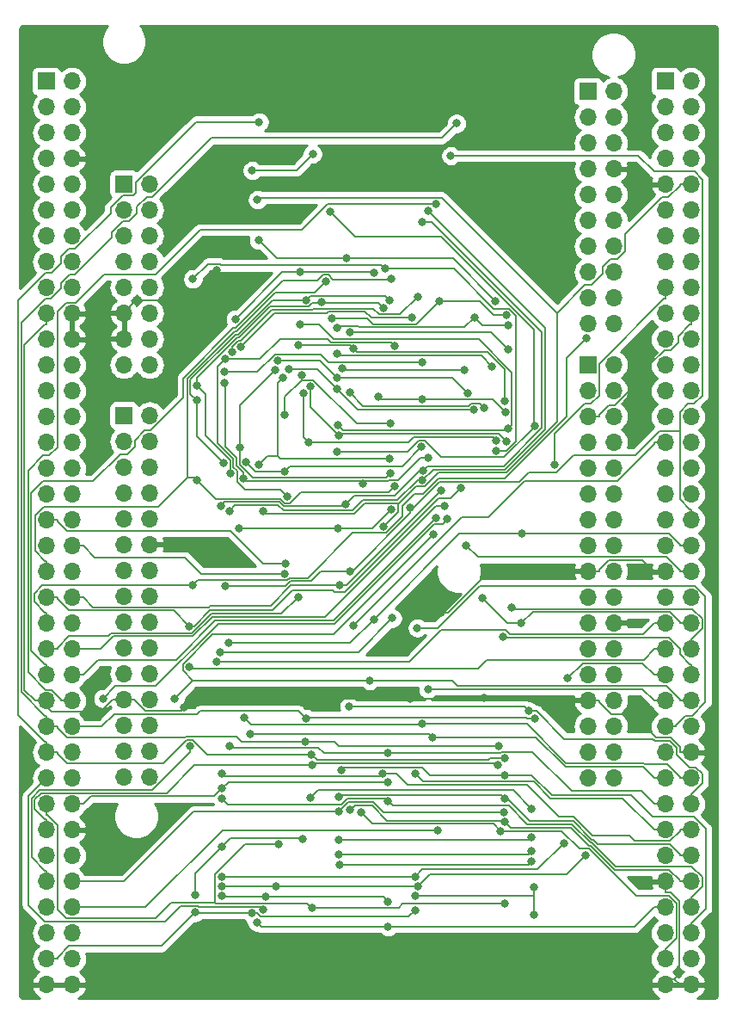
<source format=gbl>
G04 #@! TF.GenerationSoftware,KiCad,Pcbnew,(5.1.2)-1*
G04 #@! TF.CreationDate,2020-04-24T17:20:08+09:00*
G04 #@! TF.ProjectId,ns,6e732e6b-6963-4616-945f-706362585858,v1.0*
G04 #@! TF.SameCoordinates,Original*
G04 #@! TF.FileFunction,Copper,L2,Bot*
G04 #@! TF.FilePolarity,Positive*
%FSLAX46Y46*%
G04 Gerber Fmt 4.6, Leading zero omitted, Abs format (unit mm)*
G04 Created by KiCad (PCBNEW (5.1.2)-1) date 2020-04-24 17:20:08*
%MOMM*%
%LPD*%
G04 APERTURE LIST*
%ADD10O,1.700000X1.700000*%
%ADD11R,1.700000X1.700000*%
%ADD12C,0.800000*%
%ADD13C,0.152000*%
%ADD14C,0.254000*%
G04 APERTURE END LIST*
D10*
X176740000Y-149000000D03*
X174200000Y-149000000D03*
X176740000Y-146460000D03*
X174200000Y-146460000D03*
X176740000Y-143920000D03*
X174200000Y-143920000D03*
X176740000Y-141380000D03*
X174200000Y-141380000D03*
X176740000Y-138840000D03*
X174200000Y-138840000D03*
X176740000Y-136300000D03*
X174200000Y-136300000D03*
X176740000Y-133760000D03*
X174200000Y-133760000D03*
X176740000Y-131220000D03*
X174200000Y-131220000D03*
X176740000Y-128680000D03*
X174200000Y-128680000D03*
X176740000Y-126140000D03*
X174200000Y-126140000D03*
X176740000Y-123600000D03*
X174200000Y-123600000D03*
X176740000Y-121060000D03*
X174200000Y-121060000D03*
X176740000Y-118520000D03*
X174200000Y-118520000D03*
X176740000Y-115980000D03*
X174200000Y-115980000D03*
X176740000Y-113440000D03*
X174200000Y-113440000D03*
X176740000Y-110900000D03*
X174200000Y-110900000D03*
X176740000Y-108360000D03*
X174200000Y-108360000D03*
X176740000Y-105820000D03*
X174200000Y-105820000D03*
X176740000Y-103280000D03*
X174200000Y-103280000D03*
X176740000Y-100740000D03*
X174200000Y-100740000D03*
X176740000Y-98200000D03*
X174200000Y-98200000D03*
X176740000Y-95660000D03*
X174200000Y-95660000D03*
X176740000Y-93120000D03*
X174200000Y-93120000D03*
X176740000Y-90580000D03*
X174200000Y-90580000D03*
X176740000Y-88040000D03*
X174200000Y-88040000D03*
X176740000Y-85500000D03*
X174200000Y-85500000D03*
X176740000Y-82960000D03*
X174200000Y-82960000D03*
X176740000Y-80420000D03*
X174200000Y-80420000D03*
X176740000Y-77880000D03*
X174200000Y-77880000D03*
X176740000Y-75340000D03*
X174200000Y-75340000D03*
X176740000Y-72800000D03*
X174200000Y-72800000D03*
X176740000Y-70260000D03*
X174200000Y-70260000D03*
X176740000Y-67720000D03*
X174200000Y-67720000D03*
X176740000Y-65180000D03*
X174200000Y-65180000D03*
X176740000Y-62640000D03*
X174200000Y-62640000D03*
X176740000Y-60100000D03*
D11*
X174200000Y-60100000D03*
D10*
X169140000Y-128640000D03*
X166600000Y-128640000D03*
X169140000Y-126100000D03*
X166600000Y-126100000D03*
X169140000Y-123560000D03*
X166600000Y-123560000D03*
X169140000Y-121020000D03*
X166600000Y-121020000D03*
X169140000Y-118480000D03*
X166600000Y-118480000D03*
X169140000Y-115940000D03*
X166600000Y-115940000D03*
X169140000Y-113400000D03*
X166600000Y-113400000D03*
X169140000Y-110860000D03*
X166600000Y-110860000D03*
X169140000Y-108320000D03*
X166600000Y-108320000D03*
X169140000Y-105780000D03*
X166600000Y-105780000D03*
X169140000Y-103240000D03*
X166600000Y-103240000D03*
X169140000Y-100700000D03*
X166600000Y-100700000D03*
X169140000Y-98160000D03*
X166600000Y-98160000D03*
X169140000Y-95620000D03*
X166600000Y-95620000D03*
X169140000Y-93080000D03*
X166600000Y-93080000D03*
X169140000Y-90540000D03*
X166600000Y-90540000D03*
X169140000Y-88000000D03*
D11*
X166600000Y-88000000D03*
D10*
X169140000Y-83960000D03*
X166600000Y-83960000D03*
X169140000Y-81420000D03*
X166600000Y-81420000D03*
X169140000Y-78880000D03*
X166600000Y-78880000D03*
X169140000Y-76340000D03*
X166600000Y-76340000D03*
X169140000Y-73800000D03*
X166600000Y-73800000D03*
X169140000Y-71260000D03*
X166600000Y-71260000D03*
X169140000Y-68720000D03*
X166600000Y-68720000D03*
X169140000Y-66180000D03*
X166600000Y-66180000D03*
X169140000Y-63640000D03*
X166600000Y-63640000D03*
X169140000Y-61100000D03*
D11*
X166600000Y-61100000D03*
D10*
X123440000Y-128560000D03*
X120900000Y-128560000D03*
X123440000Y-126020000D03*
X120900000Y-126020000D03*
X123440000Y-123480000D03*
X120900000Y-123480000D03*
X123440000Y-120940000D03*
X120900000Y-120940000D03*
X123440000Y-118400000D03*
X120900000Y-118400000D03*
X123440000Y-115860000D03*
X120900000Y-115860000D03*
X123440000Y-113320000D03*
X120900000Y-113320000D03*
X123440000Y-110780000D03*
X120900000Y-110780000D03*
X123440000Y-108240000D03*
X120900000Y-108240000D03*
X123440000Y-105700000D03*
X120900000Y-105700000D03*
X123440000Y-103160000D03*
X120900000Y-103160000D03*
X123440000Y-100620000D03*
X120900000Y-100620000D03*
X123440000Y-98080000D03*
X120900000Y-98080000D03*
X123440000Y-95540000D03*
X120900000Y-95540000D03*
X123440000Y-93000000D03*
D11*
X120900000Y-93000000D03*
D10*
X123440000Y-88000000D03*
X120900000Y-88000000D03*
X123440000Y-85460000D03*
X120900000Y-85460000D03*
X123440000Y-82920000D03*
X120900000Y-82920000D03*
X123440000Y-80380000D03*
X120900000Y-80380000D03*
X123440000Y-77840000D03*
X120900000Y-77840000D03*
X123440000Y-75300000D03*
X120900000Y-75300000D03*
X123440000Y-72760000D03*
X120900000Y-72760000D03*
X123440000Y-70220000D03*
D11*
X120900000Y-70220000D03*
D10*
X115800000Y-149000000D03*
X113260000Y-149000000D03*
X115800000Y-146460000D03*
X113260000Y-146460000D03*
X115800000Y-143920000D03*
X113260000Y-143920000D03*
X115800000Y-141380000D03*
X113260000Y-141380000D03*
X115800000Y-138840000D03*
X113260000Y-138840000D03*
X115800000Y-136300000D03*
X113260000Y-136300000D03*
X115800000Y-133760000D03*
X113260000Y-133760000D03*
X115800000Y-131220000D03*
X113260000Y-131220000D03*
X115800000Y-128680000D03*
X113260000Y-128680000D03*
X115800000Y-126140000D03*
X113260000Y-126140000D03*
X115800000Y-123600000D03*
X113260000Y-123600000D03*
X115800000Y-121060000D03*
X113260000Y-121060000D03*
X115800000Y-118520000D03*
X113260000Y-118520000D03*
X115800000Y-115980000D03*
X113260000Y-115980000D03*
X115800000Y-113440000D03*
X113260000Y-113440000D03*
X115800000Y-110900000D03*
X113260000Y-110900000D03*
X115800000Y-108360000D03*
X113260000Y-108360000D03*
X115800000Y-105820000D03*
X113260000Y-105820000D03*
X115800000Y-103280000D03*
X113260000Y-103280000D03*
X115800000Y-100740000D03*
X113260000Y-100740000D03*
X115800000Y-98200000D03*
X113260000Y-98200000D03*
X115800000Y-95660000D03*
X113260000Y-95660000D03*
X115800000Y-93120000D03*
X113260000Y-93120000D03*
X115800000Y-90580000D03*
X113260000Y-90580000D03*
X115800000Y-88040000D03*
X113260000Y-88040000D03*
X115800000Y-85500000D03*
X113260000Y-85500000D03*
X115800000Y-82960000D03*
X113260000Y-82960000D03*
X115800000Y-80420000D03*
X113260000Y-80420000D03*
X115800000Y-77880000D03*
X113260000Y-77880000D03*
X115800000Y-75340000D03*
X113260000Y-75340000D03*
X115800000Y-72800000D03*
X113260000Y-72800000D03*
X115800000Y-70260000D03*
X113260000Y-70260000D03*
X115800000Y-67720000D03*
X113260000Y-67720000D03*
X115800000Y-65180000D03*
X113260000Y-65180000D03*
X115800000Y-62640000D03*
X113260000Y-62640000D03*
X115800000Y-60100000D03*
D11*
X113260000Y-60100000D03*
D12*
X152130200Y-112436700D03*
X130081500Y-78707800D03*
X126840700Y-121717300D03*
X149067400Y-120820900D03*
X145800000Y-59700000D03*
X137400000Y-63800000D03*
X162900000Y-69000000D03*
X156400000Y-120800000D03*
X158700000Y-148400000D03*
X136200000Y-144900000D03*
X129100000Y-62200000D03*
X124500000Y-60200000D03*
X130100000Y-68100000D03*
X126000000Y-79100000D03*
X138467600Y-134704500D03*
X127885400Y-140132400D03*
X130569100Y-135400000D03*
X149558100Y-140273000D03*
X161298200Y-139438300D03*
X161312100Y-142130600D03*
X157519500Y-96456000D03*
X127695200Y-79564100D03*
X146598000Y-78567800D03*
X158490600Y-92688700D03*
X146000000Y-91117200D03*
X150240500Y-91432000D03*
X133540900Y-68879800D03*
X139492200Y-67266200D03*
X130360400Y-116278000D03*
X147342600Y-112942200D03*
X138046300Y-110831400D03*
X151786100Y-133785000D03*
X166470300Y-85365000D03*
X127661000Y-109701500D03*
X133995100Y-142843800D03*
X135822800Y-88541300D03*
X147143700Y-98688500D03*
X146919400Y-143300000D03*
X132348800Y-96173000D03*
X149559700Y-141689500D03*
X134202000Y-97803700D03*
X147063600Y-97250500D03*
X133494900Y-141946200D03*
X127905200Y-141897500D03*
X136538400Y-89302400D03*
X134050000Y-71774500D03*
X134865200Y-140370500D03*
X146908800Y-140831700D03*
X146479600Y-103927600D03*
X134573800Y-102443000D03*
X130564100Y-140277600D03*
X138400200Y-89068200D03*
X136712000Y-92929000D03*
X147177500Y-93784100D03*
X166369500Y-136262100D03*
X135868900Y-139320700D03*
X149878400Y-139320700D03*
X130575800Y-139325200D03*
X131882400Y-83514100D03*
X149799100Y-113896500D03*
X138254700Y-78897400D03*
X145567000Y-78974100D03*
X164226500Y-135046100D03*
X130565000Y-138372800D03*
X149563600Y-138368300D03*
X151273200Y-124667300D03*
X147052600Y-81639300D03*
X138831700Y-81644500D03*
X130742200Y-97684800D03*
X133350100Y-124336000D03*
X128095100Y-91507800D03*
X144414600Y-99733900D03*
X132663800Y-99212200D03*
X130792300Y-89814300D03*
X150867700Y-119930800D03*
X150896200Y-97193300D03*
X140410900Y-81830400D03*
X146478000Y-82411600D03*
X131384800Y-98648100D03*
X132741500Y-122712000D03*
X128095300Y-90036600D03*
X150239200Y-123325400D03*
X147243700Y-102260000D03*
X142021100Y-104100600D03*
X132267000Y-104100600D03*
X130564000Y-130645300D03*
X146922200Y-130946500D03*
X152114900Y-100376800D03*
X142133700Y-109707900D03*
X149839300Y-81294300D03*
X131535600Y-86715400D03*
X146920700Y-129071500D03*
X130566700Y-129692800D03*
X150245800Y-87791900D03*
X130784800Y-88706400D03*
X130568100Y-128200000D03*
X146388200Y-128249700D03*
X151377300Y-104673900D03*
X125924100Y-120870100D03*
X145101100Y-119081500D03*
X150880100Y-72846700D03*
X131332500Y-125495600D03*
X150237400Y-99360600D03*
X146901800Y-126228600D03*
X131274700Y-102371000D03*
X142703100Y-101721300D03*
X130425900Y-101873200D03*
X150333900Y-98408200D03*
X150251800Y-73958000D03*
X149567100Y-128237500D03*
X143204900Y-108321300D03*
X130892000Y-109771500D03*
X153106900Y-67437600D03*
X149132000Y-102067500D03*
X131225200Y-115365500D03*
X145516700Y-113044500D03*
X160087500Y-104638600D03*
X143095200Y-121636900D03*
X160778700Y-122076300D03*
X161383900Y-122830600D03*
X138825800Y-122795700D03*
X138760300Y-125065500D03*
X157790600Y-125520900D03*
X153659000Y-64250000D03*
X158414700Y-126706900D03*
X139370200Y-126330300D03*
X134223500Y-64113600D03*
X147585400Y-86136400D03*
X130873500Y-87447600D03*
X137016600Y-100989600D03*
X157715800Y-127360000D03*
X139431100Y-127400000D03*
X158418400Y-128359200D03*
X142336500Y-127893700D03*
X158744400Y-84113100D03*
X141903900Y-84392200D03*
X155421600Y-83373600D03*
X151972900Y-81719200D03*
X158575000Y-83132700D03*
X141423000Y-83464500D03*
X144278400Y-132023600D03*
X157990700Y-133878600D03*
X136785800Y-107597100D03*
X158441100Y-130724300D03*
X142072700Y-130526700D03*
X158339600Y-132013100D03*
X142059300Y-131983100D03*
X136743400Y-108549500D03*
X161070700Y-131714300D03*
X139303700Y-130600000D03*
X136757100Y-98472800D03*
X132945300Y-97557600D03*
X150230000Y-96082300D03*
X143180600Y-131819700D03*
X158438400Y-132979300D03*
X154740300Y-90801000D03*
X164589300Y-118864000D03*
X161065400Y-134499000D03*
X142082300Y-134720000D03*
X136028000Y-87588900D03*
X141904700Y-89276700D03*
X155385000Y-92414100D03*
X137187000Y-88435500D03*
X142075500Y-136200000D03*
X161058600Y-135885400D03*
X141908400Y-90389300D03*
X143141100Y-90726700D03*
X156400600Y-92258600D03*
X161061200Y-136900000D03*
X142109700Y-137162000D03*
X154633000Y-105785400D03*
X160043100Y-113453200D03*
X158389500Y-91600000D03*
X156163200Y-110930300D03*
X138110300Y-86103900D03*
X143474800Y-86408300D03*
X134622900Y-141643200D03*
X141942500Y-93900000D03*
X138272600Y-83991000D03*
X158760600Y-94258700D03*
X136177100Y-135164200D03*
X157587400Y-95436800D03*
X158441500Y-141047500D03*
X139076300Y-95611100D03*
X139426100Y-141460100D03*
X138617400Y-90827500D03*
X158228800Y-114740500D03*
X142104700Y-94966900D03*
X139269100Y-90132400D03*
X158582900Y-95541000D03*
X141916000Y-96550000D03*
X159112000Y-111905100D03*
X141208600Y-72905800D03*
X161406700Y-93998200D03*
X143476000Y-113646300D03*
X163292200Y-97817800D03*
X140793500Y-79783100D03*
X128094700Y-99365700D03*
X147544700Y-99963500D03*
X149264500Y-83394900D03*
X132422200Y-86255200D03*
X127348900Y-117726100D03*
X157454000Y-81721800D03*
X134187400Y-75741600D03*
X142790700Y-77552600D03*
X130061200Y-117230400D03*
X158757900Y-86509200D03*
X143160600Y-84832200D03*
X157174400Y-88184700D03*
X141918500Y-86912800D03*
X154067000Y-100129000D03*
X154416500Y-88488600D03*
X142423700Y-88379900D03*
X127362800Y-113723900D03*
X151596200Y-72190300D03*
X151640800Y-103062500D03*
X147226300Y-79521300D03*
X118849200Y-120839800D03*
X152773600Y-103190800D03*
X152472600Y-101912600D03*
X127389500Y-125512500D03*
D13*
X176740000Y-82960000D02*
X176740000Y-84038300D01*
X166600000Y-93080000D02*
X167678300Y-93080000D01*
X167678300Y-93080000D02*
X167678300Y-92945100D01*
X167678300Y-92945100D02*
X168621700Y-92001700D01*
X168621700Y-92001700D02*
X169237400Y-92001700D01*
X169237400Y-92001700D02*
X172738000Y-88501100D01*
X172738000Y-88501100D02*
X172738000Y-87960000D01*
X172738000Y-87960000D02*
X174119600Y-86578400D01*
X174119600Y-86578400D02*
X174710500Y-86578400D01*
X174710500Y-86578400D02*
X175470000Y-85818900D01*
X175470000Y-85818900D02*
X175470000Y-85196600D01*
X175470000Y-85196600D02*
X176628300Y-84038300D01*
X176628300Y-84038300D02*
X176740000Y-84038300D01*
X166600000Y-108320000D02*
X156912700Y-108320000D01*
X156912700Y-108320000D02*
X152796000Y-112436700D01*
X152796000Y-112436700D02*
X152130200Y-112436700D01*
X174200000Y-108360000D02*
X173121700Y-108360000D01*
X166600000Y-108320000D02*
X167678300Y-108320000D01*
X167678300Y-108320000D02*
X167678300Y-108185200D01*
X167678300Y-108185200D02*
X168654700Y-107208800D01*
X168654700Y-107208800D02*
X171970500Y-107208800D01*
X171970500Y-107208800D02*
X173121700Y-108360000D01*
X112720900Y-121060000D02*
X113814600Y-122153700D01*
X113814600Y-122153700D02*
X118608000Y-122153700D01*
X118608000Y-122153700D02*
X119821700Y-120940000D01*
X120842100Y-82920000D02*
X122112100Y-81650000D01*
X122112100Y-81650000D02*
X127139300Y-81650000D01*
X127139300Y-81650000D02*
X130081500Y-78707800D01*
X113260000Y-82960000D02*
X113260000Y-84038300D01*
X120842100Y-82920000D02*
X120784200Y-82920000D01*
X120900000Y-82920000D02*
X120842100Y-82920000D01*
X169140000Y-68720000D02*
X170218300Y-68720000D01*
X174200000Y-70260000D02*
X171758300Y-70260000D01*
X171758300Y-70260000D02*
X170218300Y-68720000D01*
X149067400Y-120820900D02*
X127737100Y-120820900D01*
X127737100Y-120820900D02*
X126840700Y-121717300D01*
X121978300Y-120940000D02*
X121978300Y-121003400D01*
X121978300Y-121003400D02*
X122999900Y-122025000D01*
X122999900Y-122025000D02*
X126533000Y-122025000D01*
X126533000Y-122025000D02*
X126840700Y-121717300D01*
X120900000Y-120940000D02*
X121978300Y-120940000D01*
X165521700Y-121020000D02*
X165322600Y-120820900D01*
X165322600Y-120820900D02*
X156400000Y-120820900D01*
X156400000Y-120820900D02*
X149067400Y-120820900D01*
X120900000Y-120940000D02*
X119821700Y-120940000D01*
X112720900Y-121060000D02*
X112181700Y-121060000D01*
X113260000Y-121060000D02*
X112720900Y-121060000D01*
X120360900Y-82920000D02*
X119821700Y-82920000D01*
X120360900Y-82920000D02*
X120784200Y-82920000D01*
X113260000Y-84038300D02*
X113125200Y-84038300D01*
X113125200Y-84038300D02*
X111116500Y-86047000D01*
X111116500Y-86047000D02*
X111116500Y-119994800D01*
X111116500Y-119994800D02*
X112181700Y-121060000D01*
X113260000Y-149000000D02*
X115800000Y-149000000D01*
X167678300Y-121020000D02*
X167678300Y-121161300D01*
X167678300Y-121161300D02*
X168919600Y-122402600D01*
X168919600Y-122402600D02*
X170995900Y-122402600D01*
X170995900Y-122402600D02*
X173271800Y-124678500D01*
X173271800Y-124678500D02*
X174742300Y-124678500D01*
X174742300Y-124678500D02*
X175661700Y-125597900D01*
X175661700Y-125597900D02*
X175661700Y-126140000D01*
X166600000Y-121020000D02*
X165521700Y-121020000D01*
X115800000Y-82960000D02*
X119781700Y-82960000D01*
X119781700Y-82960000D02*
X119821700Y-82920000D01*
X175122500Y-148460800D02*
X175629000Y-147954300D01*
X175629000Y-147954300D02*
X175629000Y-140782000D01*
X175629000Y-140782000D02*
X174765300Y-139918300D01*
X174765300Y-139918300D02*
X174200000Y-139918300D01*
X174200000Y-138840000D02*
X174200000Y-139918300D01*
X175122500Y-148460800D02*
X175661700Y-149000000D01*
X174200000Y-148460800D02*
X175122500Y-148460800D01*
X166600000Y-121020000D02*
X167678300Y-121020000D01*
X176740000Y-126140000D02*
X175661700Y-126140000D01*
X176740000Y-149000000D02*
X175661700Y-149000000D01*
X174200000Y-149000000D02*
X174200000Y-148460800D01*
X140000000Y-59700000D02*
X145800000Y-59700000D01*
X137400000Y-62300000D02*
X140000000Y-59700000D01*
X137400000Y-63800000D02*
X137400000Y-62300000D01*
X156400000Y-120800000D02*
X156400000Y-120820900D01*
X156400000Y-120820900D02*
X156400000Y-120800000D01*
X156400000Y-120800000D02*
X156400000Y-120820900D01*
X127100000Y-60200000D02*
X129100000Y-62200000D01*
X124500000Y-60200000D02*
X127100000Y-60200000D01*
X130081500Y-78707800D02*
X130081500Y-80918500D01*
X126000000Y-81100000D02*
X126000000Y-79100000D01*
X127100000Y-82200000D02*
X126000000Y-81100000D01*
X128800000Y-82200000D02*
X127100000Y-82200000D01*
X130081500Y-80918500D02*
X128800000Y-82200000D01*
X138467600Y-134704500D02*
X138299000Y-134535900D01*
X138299000Y-134535900D02*
X131433200Y-134535900D01*
X131433200Y-134535900D02*
X130569100Y-135400000D01*
X130569100Y-135400000D02*
X127885400Y-138083700D01*
X127885400Y-138083700D02*
X127885400Y-140132400D01*
X161298200Y-140273000D02*
X149558100Y-140273000D01*
X161312100Y-142130600D02*
X161312100Y-140286900D01*
X161312100Y-140286900D02*
X161298200Y-140273000D01*
X161298200Y-140273000D02*
X161298200Y-139438300D01*
X146598000Y-78567800D02*
X153411200Y-78567800D01*
X153411200Y-78567800D02*
X157319800Y-82476400D01*
X157319800Y-82476400D02*
X158815300Y-82476400D01*
X158815300Y-82476400D02*
X159495000Y-83156100D01*
X159495000Y-83156100D02*
X159495000Y-95517700D01*
X159495000Y-95517700D02*
X158556700Y-96456000D01*
X158556700Y-96456000D02*
X157519500Y-96456000D01*
X146598000Y-78567800D02*
X146253600Y-78223400D01*
X146253600Y-78223400D02*
X130485700Y-78223400D01*
X130485700Y-78223400D02*
X130341800Y-78079500D01*
X130341800Y-78079500D02*
X129179800Y-78079500D01*
X129179800Y-78079500D02*
X127695200Y-79564100D01*
X150240500Y-91432000D02*
X157233900Y-91432000D01*
X157233900Y-91432000D02*
X158490600Y-92688700D01*
X150240500Y-91432000D02*
X146314800Y-91432000D01*
X146314800Y-91432000D02*
X146000000Y-91117200D01*
X139492200Y-67266200D02*
X137878600Y-68879800D01*
X137878600Y-68879800D02*
X133540900Y-68879800D01*
X147342600Y-112942200D02*
X144006800Y-116278000D01*
X144006800Y-116278000D02*
X130360400Y-116278000D01*
X138046300Y-110831400D02*
X136402100Y-112475600D01*
X136402100Y-112475600D02*
X129499800Y-112475600D01*
X129499800Y-112475600D02*
X127569700Y-114405700D01*
X127569700Y-114405700D02*
X119637700Y-114405700D01*
X119637700Y-114405700D02*
X119333400Y-114710000D01*
X119333400Y-114710000D02*
X115496600Y-114710000D01*
X115496600Y-114710000D02*
X114338300Y-115868300D01*
X114338300Y-115868300D02*
X114338300Y-115980000D01*
X113260000Y-115980000D02*
X114338300Y-115980000D01*
X115800000Y-141380000D02*
X123049500Y-141380000D01*
X123049500Y-141380000D02*
X130644500Y-133785000D01*
X130644500Y-133785000D02*
X151786100Y-133785000D01*
X166470300Y-85365000D02*
X164500100Y-87335200D01*
X164500100Y-87335200D02*
X164500100Y-93123600D01*
X164500100Y-93123600D02*
X158427300Y-99196400D01*
X158427300Y-99196400D02*
X151854000Y-99196400D01*
X151854000Y-99196400D02*
X150327600Y-100722800D01*
X150327600Y-100722800D02*
X149553600Y-100722800D01*
X149553600Y-100722800D02*
X148355600Y-101920800D01*
X148355600Y-101920800D02*
X148355600Y-102940200D01*
X148355600Y-102940200D02*
X146739900Y-104555900D01*
X146739900Y-104555900D02*
X143390400Y-104555900D01*
X143390400Y-104555900D02*
X138974500Y-108971800D01*
X138974500Y-108971800D02*
X137217700Y-108971800D01*
X137217700Y-108971800D02*
X137011600Y-109177900D01*
X137011600Y-109177900D02*
X135918900Y-109177900D01*
X135918900Y-109177900D02*
X135884200Y-109143200D01*
X135884200Y-109143200D02*
X128219300Y-109143200D01*
X128219300Y-109143200D02*
X127661000Y-109701500D01*
X127661000Y-109701500D02*
X112888600Y-109701500D01*
X112888600Y-109701500D02*
X112094500Y-110495600D01*
X112094500Y-110495600D02*
X112094500Y-111307900D01*
X112094500Y-111307900D02*
X113148300Y-112361700D01*
X113148300Y-112361700D02*
X113260000Y-112361700D01*
X113260000Y-113440000D02*
X113260000Y-112361700D01*
X146919400Y-143300000D02*
X134451300Y-143300000D01*
X134451300Y-143300000D02*
X133995100Y-142843800D01*
X173121700Y-141380000D02*
X171201700Y-143300000D01*
X171201700Y-143300000D02*
X146919400Y-143300000D01*
X132348800Y-96173000D02*
X132348800Y-92015300D01*
X132348800Y-92015300D02*
X135822800Y-88541300D01*
X132348800Y-96173000D02*
X132317000Y-96204800D01*
X132317000Y-96204800D02*
X132317000Y-97817800D01*
X132317000Y-97817800D02*
X133600400Y-99101200D01*
X133600400Y-99101200D02*
X146731000Y-99101200D01*
X146731000Y-99101200D02*
X147143700Y-98688500D01*
X174200000Y-141380000D02*
X173121700Y-141380000D01*
X114338300Y-146460000D02*
X114338300Y-146348300D01*
X114338300Y-146348300D02*
X115496600Y-145190000D01*
X115496600Y-145190000D02*
X124612700Y-145190000D01*
X124612700Y-145190000D02*
X127905200Y-141897500D01*
X133494900Y-141946200D02*
X127953900Y-141946200D01*
X127953900Y-141946200D02*
X127905200Y-141897500D01*
X136083700Y-96987200D02*
X136083700Y-89757100D01*
X136083700Y-89757100D02*
X136538400Y-89302400D01*
X149559700Y-141689500D02*
X148961500Y-142287700D01*
X148961500Y-142287700D02*
X134327600Y-142287700D01*
X134327600Y-142287700D02*
X133986100Y-141946200D01*
X133986100Y-141946200D02*
X133494900Y-141946200D01*
X136083700Y-96987200D02*
X135018500Y-96987200D01*
X135018500Y-96987200D02*
X134202000Y-97803700D01*
X147063600Y-97250500D02*
X136347000Y-97250500D01*
X136347000Y-97250500D02*
X136083700Y-96987200D01*
X113260000Y-146460000D02*
X114338300Y-146460000D01*
X147917200Y-101767600D02*
X147781300Y-101631700D01*
X147781300Y-101631700D02*
X144568500Y-101631700D01*
X144568500Y-101631700D02*
X143546300Y-102653900D01*
X143546300Y-102653900D02*
X134784700Y-102653900D01*
X134784700Y-102653900D02*
X134573800Y-102443000D01*
X134865200Y-140370500D02*
X130657000Y-140370500D01*
X130657000Y-140370500D02*
X130564100Y-140277600D01*
X147917200Y-101767600D02*
X149695900Y-99988900D01*
X149695900Y-99988900D02*
X150497600Y-99988900D01*
X150497600Y-99988900D02*
X151880400Y-98606100D01*
X151880400Y-98606100D02*
X158558700Y-98606100D01*
X158558700Y-98606100D02*
X163547000Y-93617800D01*
X163547000Y-93617800D02*
X163547000Y-82908300D01*
X175661700Y-70260000D02*
X175661700Y-70394800D01*
X175661700Y-70394800D02*
X174526500Y-71530000D01*
X174526500Y-71530000D02*
X173864300Y-71530000D01*
X173864300Y-71530000D02*
X170218400Y-75175900D01*
X170218400Y-75175900D02*
X170218400Y-76846500D01*
X170218400Y-76846500D02*
X169454900Y-77610000D01*
X169454900Y-77610000D02*
X168845300Y-77610000D01*
X168845300Y-77610000D02*
X168061600Y-78393700D01*
X168061600Y-78393700D02*
X168061600Y-79003300D01*
X168061600Y-79003300D02*
X166914900Y-80150000D01*
X166914900Y-80150000D02*
X166305300Y-80150000D01*
X166305300Y-80150000D02*
X163547000Y-82908300D01*
X163547000Y-82908300D02*
X152200700Y-71562000D01*
X152200700Y-71562000D02*
X134262500Y-71562000D01*
X134262500Y-71562000D02*
X134050000Y-71774500D01*
X146479600Y-103927600D02*
X147917200Y-102490000D01*
X147917200Y-102490000D02*
X147917200Y-101767600D01*
X176740000Y-70260000D02*
X175661700Y-70260000D01*
X134865200Y-140370500D02*
X146447600Y-140370500D01*
X146447600Y-140370500D02*
X146908800Y-140831700D01*
X135868900Y-139320700D02*
X130580300Y-139320700D01*
X130580300Y-139320700D02*
X130575800Y-139325200D01*
X138400200Y-89494600D02*
X139555800Y-89494600D01*
X139555800Y-89494600D02*
X143845300Y-93784100D01*
X143845300Y-93784100D02*
X147177500Y-93784100D01*
X149878400Y-139320700D02*
X151044600Y-138154500D01*
X151044600Y-138154500D02*
X164477100Y-138154500D01*
X164477100Y-138154500D02*
X166369500Y-136262100D01*
X136712000Y-92929000D02*
X136712000Y-91182800D01*
X136712000Y-91182800D02*
X138400200Y-89494600D01*
X138400200Y-89494600D02*
X138400200Y-89068200D01*
X135868900Y-139320700D02*
X149878400Y-139320700D01*
X149563600Y-138368300D02*
X130569500Y-138368300D01*
X130569500Y-138368300D02*
X130565000Y-138372800D01*
X149799100Y-113896500D02*
X151766700Y-113896500D01*
X151766700Y-113896500D02*
X155909700Y-109753500D01*
X155909700Y-109753500D02*
X177125600Y-109753500D01*
X177125600Y-109753500D02*
X178171500Y-110799400D01*
X178171500Y-110799400D02*
X178171500Y-121218600D01*
X178171500Y-121218600D02*
X176868400Y-122521700D01*
X176868400Y-122521700D02*
X176221700Y-122521700D01*
X176221700Y-122521700D02*
X175278300Y-123465100D01*
X175278300Y-123465100D02*
X175278300Y-123600000D01*
X138254700Y-78897400D02*
X136499100Y-78897400D01*
X136499100Y-78897400D02*
X131882400Y-83514100D01*
X145567000Y-78974100D02*
X145443400Y-78850500D01*
X145443400Y-78850500D02*
X138301600Y-78850500D01*
X138301600Y-78850500D02*
X138254700Y-78897400D01*
X164226500Y-135046100D02*
X161625400Y-137647200D01*
X161625400Y-137647200D02*
X150284600Y-137647200D01*
X150284600Y-137647200D02*
X150284600Y-137647300D01*
X150284600Y-137647300D02*
X149563600Y-138368300D01*
X174200000Y-123600000D02*
X175278300Y-123600000D01*
X138831700Y-81644500D02*
X139278600Y-81197600D01*
X139278600Y-81197600D02*
X146610900Y-81197600D01*
X146610900Y-81197600D02*
X147052600Y-81639300D01*
X138831700Y-81644500D02*
X135514400Y-81644500D01*
X135514400Y-81644500D02*
X132140600Y-85018300D01*
X132140600Y-85018300D02*
X131909800Y-85018300D01*
X131909800Y-85018300D02*
X127438500Y-89489600D01*
X127438500Y-89489600D02*
X127438500Y-90851200D01*
X127438500Y-90851200D02*
X128095100Y-91507800D01*
X151273200Y-124667300D02*
X150941900Y-124336000D01*
X150941900Y-124336000D02*
X133350100Y-124336000D01*
X173121700Y-128680000D02*
X172003400Y-127561700D01*
X172003400Y-127561700D02*
X164383400Y-127561700D01*
X164383400Y-127561700D02*
X161489000Y-124667300D01*
X161489000Y-124667300D02*
X151273200Y-124667300D01*
X130742200Y-97684800D02*
X128095100Y-95037700D01*
X128095100Y-95037700D02*
X128095100Y-91507800D01*
X174200000Y-128680000D02*
X173121700Y-128680000D01*
X150896200Y-97193300D02*
X150087500Y-97193300D01*
X150087500Y-97193300D02*
X147945600Y-99335200D01*
X147945600Y-99335200D02*
X146986800Y-99335200D01*
X146986800Y-99335200D02*
X146916500Y-99405500D01*
X146916500Y-99405500D02*
X144414600Y-99405500D01*
X144414600Y-99405500D02*
X144414600Y-99733900D01*
X144414600Y-99405500D02*
X132857100Y-99405500D01*
X132857100Y-99405500D02*
X132663800Y-99212200D01*
X132663800Y-99212200D02*
X132663800Y-98594900D01*
X132663800Y-98594900D02*
X132012700Y-97943800D01*
X132012700Y-97943800D02*
X132012700Y-97158900D01*
X132012700Y-97158900D02*
X130902500Y-96048700D01*
X130902500Y-96048700D02*
X130902500Y-89924400D01*
X130902500Y-89924400D02*
X130902400Y-89924400D01*
X130902400Y-89924400D02*
X130792300Y-89814300D01*
X173121700Y-121060000D02*
X171992500Y-119930800D01*
X171992500Y-119930800D02*
X150867700Y-119930800D01*
X174200000Y-121060000D02*
X173121700Y-121060000D01*
X140410900Y-81900800D02*
X145967200Y-81900800D01*
X145967200Y-81900800D02*
X146478000Y-82411600D01*
X140410900Y-81900800D02*
X139463900Y-81900800D01*
X139463900Y-81900800D02*
X139091900Y-82272800D01*
X139091900Y-82272800D02*
X135316500Y-82272800D01*
X135316500Y-82272800D02*
X132266700Y-85322600D01*
X132266700Y-85322600D02*
X132035900Y-85322600D01*
X132035900Y-85322600D02*
X128095300Y-89263200D01*
X128095300Y-89263200D02*
X128095300Y-90036600D01*
X131384800Y-98648100D02*
X131384800Y-97406600D01*
X131384800Y-97406600D02*
X128938200Y-94960000D01*
X128938200Y-94960000D02*
X128938200Y-90879400D01*
X128938200Y-90879400D02*
X128938100Y-90879400D01*
X128938100Y-90879400D02*
X128095300Y-90036600D01*
X140410900Y-81900800D02*
X140410900Y-81830400D01*
X150239200Y-123325400D02*
X150140500Y-123424100D01*
X150140500Y-123424100D02*
X133453600Y-123424100D01*
X133453600Y-123424100D02*
X132741500Y-122712000D01*
X150239200Y-123325400D02*
X160577700Y-123325400D01*
X160577700Y-123325400D02*
X164446400Y-127194100D01*
X164446400Y-127194100D02*
X172066400Y-127194100D01*
X172066400Y-127194100D02*
X172174600Y-127302300D01*
X172174600Y-127302300D02*
X174395700Y-127302300D01*
X174395700Y-127302300D02*
X175661700Y-128568300D01*
X175661700Y-128568300D02*
X175661700Y-128680000D01*
X176740000Y-128680000D02*
X175661700Y-128680000D01*
X142021100Y-104100600D02*
X145403100Y-104100600D01*
X145403100Y-104100600D02*
X147243700Y-102260000D01*
X132267000Y-104100600D02*
X142021100Y-104100600D01*
X146922200Y-130946500D02*
X147360400Y-131384700D01*
X147360400Y-131384700D02*
X158815800Y-131384700D01*
X158815800Y-131384700D02*
X160647300Y-133216200D01*
X160647300Y-133216200D02*
X165049300Y-133216200D01*
X165049300Y-133216200D02*
X166848800Y-135015700D01*
X166848800Y-135015700D02*
X166971200Y-135015700D01*
X166971200Y-135015700D02*
X169333900Y-137378400D01*
X169333900Y-137378400D02*
X176809900Y-137378400D01*
X176809900Y-137378400D02*
X177848900Y-138417400D01*
X177848900Y-138417400D02*
X177848900Y-139304500D01*
X177848900Y-139304500D02*
X176851700Y-140301700D01*
X176851700Y-140301700D02*
X176740000Y-140301700D01*
X146922200Y-130946500D02*
X146690000Y-130714300D01*
X146690000Y-130714300D02*
X142868900Y-130714300D01*
X142868900Y-130714300D02*
X142346700Y-131236500D01*
X142346700Y-131236500D02*
X131155200Y-131236500D01*
X131155200Y-131236500D02*
X130564000Y-130645300D01*
X176740000Y-141380000D02*
X176740000Y-140301700D01*
X142133700Y-109707900D02*
X137342500Y-109707900D01*
X137342500Y-109707900D02*
X135335600Y-111714800D01*
X135335600Y-111714800D02*
X129399800Y-111714800D01*
X129399800Y-111714800D02*
X129242400Y-111872200D01*
X129242400Y-111872200D02*
X117850500Y-111872200D01*
X117850500Y-111872200D02*
X116878300Y-110900000D01*
X142133700Y-109707900D02*
X142783800Y-109707900D01*
X142783800Y-109707900D02*
X152114900Y-100376800D01*
X115800000Y-110900000D02*
X116878300Y-110900000D01*
X131535600Y-86715400D02*
X131535700Y-86715400D01*
X131535700Y-86715400D02*
X131535700Y-86253200D01*
X131535700Y-86253200D02*
X132162000Y-85626900D01*
X132162000Y-85626900D02*
X132394700Y-85626900D01*
X132394700Y-85626900D02*
X135444500Y-82577100D01*
X135444500Y-82577100D02*
X139432700Y-82577100D01*
X139432700Y-82577100D02*
X139533600Y-82476200D01*
X139533600Y-82476200D02*
X145463400Y-82476200D01*
X145463400Y-82476200D02*
X146027500Y-83040300D01*
X146027500Y-83040300D02*
X148093300Y-83040300D01*
X148093300Y-83040300D02*
X149839300Y-81294300D01*
X130566700Y-129692800D02*
X131188000Y-129071500D01*
X131188000Y-129071500D02*
X146920700Y-129071500D01*
X116878300Y-131220000D02*
X117640800Y-130457500D01*
X117640800Y-130457500D02*
X129802000Y-130457500D01*
X129802000Y-130457500D02*
X130566700Y-129692800D01*
X115800000Y-131220000D02*
X116878300Y-131220000D01*
X150245800Y-87791900D02*
X150205500Y-87751600D01*
X150205500Y-87751600D02*
X141081900Y-87751600D01*
X141081900Y-87751600D02*
X140290900Y-86960600D01*
X140290900Y-86960600D02*
X135767900Y-86960600D01*
X135767900Y-86960600D02*
X134022100Y-88706400D01*
X134022100Y-88706400D02*
X130784800Y-88706400D01*
X146388200Y-128249700D02*
X147747100Y-128249700D01*
X147747100Y-128249700D02*
X148831700Y-129334300D01*
X148831700Y-129334300D02*
X160632900Y-129334300D01*
X160632900Y-129334300D02*
X163754100Y-132455500D01*
X163754100Y-132455500D02*
X165175000Y-132455500D01*
X165175000Y-132455500D02*
X167047900Y-134328400D01*
X167047900Y-134328400D02*
X170664200Y-134328400D01*
X170664200Y-134328400D02*
X171197300Y-134861500D01*
X171197300Y-134861500D02*
X174671900Y-134861500D01*
X174671900Y-134861500D02*
X175661700Y-133871700D01*
X175661700Y-133871700D02*
X175661700Y-133760000D01*
X130568100Y-128200000D02*
X130890100Y-128522000D01*
X130890100Y-128522000D02*
X146115900Y-128522000D01*
X146115900Y-128522000D02*
X146388200Y-128249700D01*
X176740000Y-133760000D02*
X175661700Y-133760000D01*
X127712700Y-119081500D02*
X126708300Y-118077100D01*
X126708300Y-118077100D02*
X126708300Y-117438300D01*
X126708300Y-117438300D02*
X129641600Y-114505000D01*
X129641600Y-114505000D02*
X141546200Y-114505000D01*
X141546200Y-114505000D02*
X151377300Y-104673900D01*
X145101100Y-119081500D02*
X127712700Y-119081500D01*
X127712700Y-119081500D02*
X125924100Y-120870100D01*
X175661700Y-121060000D02*
X175661700Y-120948300D01*
X175661700Y-120948300D02*
X174311800Y-119598400D01*
X174311800Y-119598400D02*
X153729200Y-119598400D01*
X153729200Y-119598400D02*
X153212300Y-119081500D01*
X153212300Y-119081500D02*
X145101100Y-119081500D01*
X176740000Y-121060000D02*
X175661700Y-121060000D01*
X146901800Y-126228600D02*
X140597000Y-126228600D01*
X140597000Y-126228600D02*
X140062200Y-125693800D01*
X140062200Y-125693800D02*
X131530700Y-125693800D01*
X131530700Y-125693800D02*
X131332500Y-125495600D01*
X150237400Y-99360600D02*
X149826500Y-99360600D01*
X149826500Y-99360600D02*
X147859700Y-101327400D01*
X147859700Y-101327400D02*
X144442300Y-101327400D01*
X144442300Y-101327400D02*
X143420100Y-102349600D01*
X143420100Y-102349600D02*
X136627300Y-102349600D01*
X136627300Y-102349600D02*
X136092300Y-101814600D01*
X136092300Y-101814600D02*
X131831100Y-101814600D01*
X131831100Y-101814600D02*
X131274700Y-102371000D01*
X150880100Y-72846700D02*
X162378400Y-84345000D01*
X162378400Y-84345000D02*
X162378400Y-94355900D01*
X162378400Y-94355900D02*
X158432600Y-98301700D01*
X158432600Y-98301700D02*
X151343600Y-98301700D01*
X151343600Y-98301700D02*
X150284700Y-99360600D01*
X150284700Y-99360600D02*
X150237400Y-99360600D01*
X173121700Y-131220000D02*
X171838500Y-129936800D01*
X171838500Y-129936800D02*
X164987000Y-129936800D01*
X164987000Y-129936800D02*
X161128800Y-126078600D01*
X161128800Y-126078600D02*
X158121500Y-126078600D01*
X158121500Y-126078600D02*
X157971500Y-126228600D01*
X157971500Y-126228600D02*
X146901800Y-126228600D01*
X174200000Y-131220000D02*
X173121700Y-131220000D01*
X150333900Y-98408200D02*
X150058500Y-98408200D01*
X150058500Y-98408200D02*
X147598500Y-100868200D01*
X147598500Y-100868200D02*
X143556200Y-100868200D01*
X143556200Y-100868200D02*
X142703100Y-101721300D01*
X150251800Y-73958000D02*
X151230200Y-73958000D01*
X151230200Y-73958000D02*
X162073800Y-84801600D01*
X162073800Y-84801600D02*
X162073800Y-94222500D01*
X162073800Y-94222500D02*
X158299000Y-97997300D01*
X158299000Y-97997300D02*
X150744800Y-97997300D01*
X150744800Y-97997300D02*
X150333900Y-98408200D01*
X149567100Y-128237500D02*
X150352100Y-129022500D01*
X150352100Y-129022500D02*
X161256700Y-129022500D01*
X161256700Y-129022500D02*
X162905800Y-130671600D01*
X162905800Y-130671600D02*
X170033300Y-130671600D01*
X170033300Y-130671600D02*
X173121700Y-133760000D01*
X174200000Y-133760000D02*
X173121700Y-133760000D01*
X130425900Y-101873200D02*
X130788800Y-101510300D01*
X130788800Y-101510300D02*
X136218400Y-101510300D01*
X136218400Y-101510300D02*
X136630300Y-101922200D01*
X136630300Y-101922200D02*
X142502200Y-101922200D01*
X142502200Y-101922200D02*
X142703100Y-101721300D01*
X143204900Y-108321300D02*
X140317400Y-108321300D01*
X140317400Y-108321300D02*
X139362600Y-109276100D01*
X139362600Y-109276100D02*
X137343800Y-109276100D01*
X137343800Y-109276100D02*
X136848400Y-109771500D01*
X136848400Y-109771500D02*
X130892000Y-109771500D01*
X175651000Y-94546200D02*
X173637000Y-94546200D01*
X173637000Y-94546200D02*
X171293200Y-96890000D01*
X171293200Y-96890000D02*
X165164000Y-96890000D01*
X165164000Y-96890000D02*
X163479900Y-98574100D01*
X163479900Y-98574100D02*
X160763300Y-98574100D01*
X160763300Y-98574100D02*
X159836700Y-99500700D01*
X159836700Y-99500700D02*
X151980100Y-99500700D01*
X151980100Y-99500700D02*
X149413300Y-102067500D01*
X149413300Y-102067500D02*
X149132000Y-102067500D01*
X149132000Y-102067500D02*
X149132000Y-102609800D01*
X149132000Y-102609800D02*
X143420500Y-108321300D01*
X143420500Y-108321300D02*
X143204900Y-108321300D01*
X175651000Y-94546200D02*
X175651000Y-92634500D01*
X175651000Y-92634500D02*
X176435500Y-91850000D01*
X176435500Y-91850000D02*
X177040600Y-91850000D01*
X177040600Y-91850000D02*
X177860500Y-91030100D01*
X177860500Y-91030100D02*
X177860500Y-69767700D01*
X177860500Y-69767700D02*
X177082800Y-68990000D01*
X177082800Y-68990000D02*
X173121600Y-68990000D01*
X173121600Y-68990000D02*
X171569200Y-67437600D01*
X171569200Y-67437600D02*
X153106900Y-67437600D01*
X176740000Y-102201700D02*
X176628300Y-102201700D01*
X176628300Y-102201700D02*
X175651000Y-101224400D01*
X175651000Y-101224400D02*
X175651000Y-94546200D01*
X176740000Y-103280000D02*
X176740000Y-102201700D01*
X145516700Y-113044500D02*
X143195700Y-115365500D01*
X143195700Y-115365500D02*
X131225200Y-115365500D01*
X160087500Y-104638600D02*
X153922600Y-104638600D01*
X153922600Y-104638600D02*
X145516700Y-113044500D01*
X175661700Y-105820000D02*
X175661700Y-105708300D01*
X175661700Y-105708300D02*
X174592000Y-104638600D01*
X174592000Y-104638600D02*
X160087500Y-104638600D01*
X176740000Y-105820000D02*
X175661700Y-105820000D01*
X160778700Y-122076300D02*
X160339300Y-121636900D01*
X160339300Y-121636900D02*
X143095200Y-121636900D01*
X176740000Y-130141700D02*
X176874800Y-130141700D01*
X176874800Y-130141700D02*
X177876300Y-129140200D01*
X177876300Y-129140200D02*
X177876300Y-128244000D01*
X177876300Y-128244000D02*
X177233900Y-127601600D01*
X177233900Y-127601600D02*
X176624000Y-127601600D01*
X176624000Y-127601600D02*
X175357300Y-126334900D01*
X175357300Y-126334900D02*
X175357300Y-125724000D01*
X175357300Y-125724000D02*
X174679400Y-125046100D01*
X174679400Y-125046100D02*
X173208800Y-125046100D01*
X173208800Y-125046100D02*
X172992700Y-124830000D01*
X172992700Y-124830000D02*
X164271900Y-124830000D01*
X164271900Y-124830000D02*
X161518200Y-122076300D01*
X161518200Y-122076300D02*
X160778700Y-122076300D01*
X176740000Y-131220000D02*
X176740000Y-130141700D01*
X115800000Y-123600000D02*
X118711300Y-123600000D01*
X118711300Y-123600000D02*
X119929700Y-122381600D01*
X119929700Y-122381600D02*
X128111700Y-122381600D01*
X128111700Y-122381600D02*
X128416000Y-122077300D01*
X128416000Y-122077300D02*
X138107400Y-122077300D01*
X138107400Y-122077300D02*
X138825800Y-122795700D01*
X138825800Y-122795700D02*
X138936200Y-122685300D01*
X138936200Y-122685300D02*
X160499200Y-122685300D01*
X160499200Y-122685300D02*
X160644500Y-122830600D01*
X160644500Y-122830600D02*
X161383900Y-122830600D01*
X138760300Y-125065500D02*
X132483900Y-125065500D01*
X132483900Y-125065500D02*
X131998300Y-124579900D01*
X131998300Y-124579900D02*
X126982800Y-124579900D01*
X126982800Y-124579900D02*
X126870000Y-124692700D01*
X126870000Y-124692700D02*
X115319300Y-124692700D01*
X115319300Y-124692700D02*
X114338300Y-123711700D01*
X114338300Y-123711700D02*
X114338300Y-123600000D01*
X138760300Y-125065500D02*
X141649500Y-125065500D01*
X141649500Y-125065500D02*
X142104900Y-125520900D01*
X142104900Y-125520900D02*
X157790600Y-125520900D01*
X113260000Y-123600000D02*
X114338300Y-123600000D01*
X153659000Y-64250000D02*
X152220200Y-65688800D01*
X152220200Y-65688800D02*
X129498600Y-65688800D01*
X129498600Y-65688800D02*
X123697400Y-71490000D01*
X123697400Y-71490000D02*
X123148000Y-71490000D01*
X123148000Y-71490000D02*
X122170000Y-72468000D01*
X122170000Y-72468000D02*
X122170000Y-73082000D01*
X122170000Y-73082000D02*
X121413600Y-73838400D01*
X121413600Y-73838400D02*
X120825200Y-73838400D01*
X120825200Y-73838400D02*
X119731100Y-74932500D01*
X119731100Y-74932500D02*
X119731100Y-75474200D01*
X119731100Y-75474200D02*
X116055300Y-79150000D01*
X116055300Y-79150000D02*
X115544800Y-79150000D01*
X115544800Y-79150000D02*
X114721600Y-79973200D01*
X114721600Y-79973200D02*
X114721600Y-80483800D01*
X114721600Y-80483800D02*
X113707000Y-81498400D01*
X113707000Y-81498400D02*
X113196400Y-81498400D01*
X113196400Y-81498400D02*
X110812200Y-83882600D01*
X110812200Y-83882600D02*
X110812200Y-120208700D01*
X110812200Y-120208700D02*
X113125200Y-122521700D01*
X113125200Y-122521700D02*
X113260000Y-122521700D01*
X113260000Y-123060800D02*
X113260000Y-122521700D01*
X113260000Y-123600000D02*
X113260000Y-123060800D01*
X139370200Y-126330300D02*
X129095900Y-126330300D01*
X129095900Y-126330300D02*
X127649800Y-124884200D01*
X127649800Y-124884200D02*
X127109000Y-124884200D01*
X127109000Y-124884200D02*
X124756300Y-127236900D01*
X124756300Y-127236900D02*
X115323500Y-127236900D01*
X115323500Y-127236900D02*
X114338300Y-126251700D01*
X114338300Y-126251700D02*
X114338300Y-126140000D01*
X158414700Y-126706900D02*
X156924600Y-126706900D01*
X156924600Y-126706900D02*
X156759500Y-126872000D01*
X156759500Y-126872000D02*
X139911900Y-126872000D01*
X139911900Y-126872000D02*
X139370200Y-126330300D01*
X134223500Y-64113600D02*
X128007500Y-64113600D01*
X128007500Y-64113600D02*
X122062300Y-70058800D01*
X122062300Y-70058800D02*
X122062300Y-71080500D01*
X122062300Y-71080500D02*
X121844500Y-71298300D01*
X121844500Y-71298300D02*
X120805400Y-71298300D01*
X120805400Y-71298300D02*
X119594900Y-72508800D01*
X119594900Y-72508800D02*
X119594900Y-73126500D01*
X119594900Y-73126500D02*
X116111400Y-76610000D01*
X116111400Y-76610000D02*
X115495500Y-76610000D01*
X115495500Y-76610000D02*
X114721600Y-77383900D01*
X114721600Y-77383900D02*
X114721600Y-78002900D01*
X114721600Y-78002900D02*
X113766100Y-78958400D01*
X113766100Y-78958400D02*
X113171900Y-78958400D01*
X113171900Y-78958400D02*
X110507900Y-81622400D01*
X110507900Y-81622400D02*
X110507900Y-122444400D01*
X110507900Y-122444400D02*
X113141300Y-125077800D01*
X113141300Y-125077800D02*
X113260000Y-125077800D01*
X113260000Y-126140000D02*
X114338300Y-126140000D01*
X113260000Y-126140000D02*
X113260000Y-125077800D01*
X130873500Y-87447600D02*
X134303000Y-87447600D01*
X134303000Y-87447600D02*
X136275000Y-85475600D01*
X136275000Y-85475600D02*
X140997200Y-85475600D01*
X140997200Y-85475600D02*
X141301500Y-85779900D01*
X141301500Y-85779900D02*
X147228900Y-85779900D01*
X147228900Y-85779900D02*
X147585400Y-86136400D01*
X137016600Y-100989600D02*
X136311900Y-100284900D01*
X136311900Y-100284900D02*
X132817000Y-100284900D01*
X132817000Y-100284900D02*
X132035400Y-99503300D01*
X132035400Y-99503300D02*
X132035400Y-98397000D01*
X132035400Y-98397000D02*
X131689200Y-98050800D01*
X131689200Y-98050800D02*
X131689200Y-97265900D01*
X131689200Y-97265900D02*
X130153500Y-95730200D01*
X130153500Y-95730200D02*
X130153500Y-88167600D01*
X130153500Y-88167600D02*
X130873500Y-87447600D01*
X157715800Y-127360000D02*
X157562800Y-127207000D01*
X157562800Y-127207000D02*
X139624100Y-127207000D01*
X139624100Y-127207000D02*
X139431100Y-127400000D01*
X113260000Y-133760000D02*
X113260000Y-132681700D01*
X113260000Y-132681700D02*
X113125200Y-132681700D01*
X113125200Y-132681700D02*
X112105800Y-131662300D01*
X112105800Y-131662300D02*
X112105800Y-130771400D01*
X112105800Y-130771400D02*
X112735700Y-130141500D01*
X112735700Y-130141500D02*
X125107800Y-130141500D01*
X125107800Y-130141500D02*
X127849300Y-127400000D01*
X127849300Y-127400000D02*
X139431100Y-127400000D01*
X176740000Y-143920000D02*
X176740000Y-142841700D01*
X158418400Y-128359200D02*
X161024000Y-128359200D01*
X161024000Y-128359200D02*
X163032100Y-130367300D01*
X163032100Y-130367300D02*
X170838600Y-130367300D01*
X170838600Y-130367300D02*
X172961300Y-132490000D01*
X172961300Y-132490000D02*
X177014500Y-132490000D01*
X177014500Y-132490000D02*
X178201600Y-133677100D01*
X178201600Y-133677100D02*
X178201600Y-141491800D01*
X178201600Y-141491800D02*
X176851700Y-142841700D01*
X176851700Y-142841700D02*
X176740000Y-142841700D01*
X142336500Y-127893700D02*
X142623200Y-127607000D01*
X142623200Y-127607000D02*
X150291100Y-127607000D01*
X150291100Y-127607000D02*
X151043300Y-128359200D01*
X151043300Y-128359200D02*
X158418400Y-128359200D01*
X155421600Y-83373600D02*
X156161100Y-84113100D01*
X156161100Y-84113100D02*
X158744400Y-84113100D01*
X141903900Y-84392200D02*
X142092400Y-84203700D01*
X142092400Y-84203700D02*
X143943400Y-84203700D01*
X143943400Y-84203700D02*
X144067200Y-84327500D01*
X144067200Y-84327500D02*
X154467700Y-84327500D01*
X154467700Y-84327500D02*
X155421600Y-83373600D01*
X141423000Y-83464500D02*
X144891600Y-83464500D01*
X144891600Y-83464500D02*
X145450300Y-84023200D01*
X145450300Y-84023200D02*
X149668900Y-84023200D01*
X149668900Y-84023200D02*
X151972900Y-81719200D01*
X158575000Y-83132700D02*
X157330600Y-83132700D01*
X157330600Y-83132700D02*
X155917100Y-81719200D01*
X155917100Y-81719200D02*
X151972900Y-81719200D01*
X157990700Y-133878600D02*
X157262600Y-133150500D01*
X157262600Y-133150500D02*
X145405300Y-133150500D01*
X145405300Y-133150500D02*
X144278400Y-132023600D01*
X174200000Y-145381700D02*
X174311700Y-145381700D01*
X174311700Y-145381700D02*
X175324600Y-144368800D01*
X175324600Y-144368800D02*
X175324600Y-140979500D01*
X175324600Y-140979500D02*
X174567800Y-140222700D01*
X174567800Y-140222700D02*
X171317400Y-140222700D01*
X171317400Y-140222700D02*
X166719000Y-135624300D01*
X166719000Y-135624300D02*
X165737700Y-135624300D01*
X165737700Y-135624300D02*
X163984100Y-133870700D01*
X163984100Y-133870700D02*
X157998600Y-133870700D01*
X157998600Y-133870700D02*
X157990700Y-133878600D01*
X174200000Y-146460000D02*
X174200000Y-145381700D01*
X114338300Y-103280000D02*
X114338300Y-103414900D01*
X114338300Y-103414900D02*
X115281700Y-104358300D01*
X115281700Y-104358300D02*
X131375300Y-104358300D01*
X131375300Y-104358300D02*
X134614100Y-107597100D01*
X134614100Y-107597100D02*
X136785800Y-107597100D01*
X113260000Y-103280000D02*
X114338300Y-103280000D01*
X158441100Y-130724300D02*
X158643400Y-130724300D01*
X158643400Y-130724300D02*
X160830900Y-132911800D01*
X160830900Y-132911800D02*
X165175300Y-132911800D01*
X165175300Y-132911800D02*
X166974900Y-134711400D01*
X166974900Y-134711400D02*
X167097300Y-134711400D01*
X167097300Y-134711400D02*
X167575000Y-135189100D01*
X167575000Y-135189100D02*
X174662500Y-135189100D01*
X174662500Y-135189100D02*
X175661700Y-136188300D01*
X175661700Y-136188300D02*
X175661700Y-136300000D01*
X142072700Y-130526700D02*
X142290500Y-130308900D01*
X142290500Y-130308900D02*
X158025700Y-130308900D01*
X158025700Y-130308900D02*
X158441100Y-130724300D01*
X176740000Y-136300000D02*
X175661700Y-136300000D01*
X142059300Y-131983100D02*
X127795400Y-131983100D01*
X127795400Y-131983100D02*
X120938500Y-138840000D01*
X120938500Y-138840000D02*
X115800000Y-138840000D01*
X142059300Y-131983100D02*
X143003300Y-131039100D01*
X143003300Y-131039100D02*
X145452900Y-131039100D01*
X145452900Y-131039100D02*
X146426900Y-132013100D01*
X146426900Y-132013100D02*
X158339600Y-132013100D01*
X116878300Y-105820000D02*
X118028300Y-106970000D01*
X118028300Y-106970000D02*
X126920900Y-106970000D01*
X126920900Y-106970000D02*
X128500400Y-108549500D01*
X128500400Y-108549500D02*
X136743400Y-108549500D01*
X115800000Y-105820000D02*
X116878300Y-105820000D01*
X139303700Y-130600000D02*
X140042200Y-129861500D01*
X140042200Y-129861500D02*
X159217900Y-129861500D01*
X159217900Y-129861500D02*
X161070700Y-131714300D01*
X136757100Y-98472800D02*
X137245800Y-97984100D01*
X137245800Y-97984100D02*
X148328200Y-97984100D01*
X148328200Y-97984100D02*
X150230000Y-96082300D01*
X158438400Y-132979300D02*
X158979600Y-133520500D01*
X158979600Y-133520500D02*
X164923200Y-133520500D01*
X164923200Y-133520500D02*
X166722700Y-135320000D01*
X166722700Y-135320000D02*
X166845100Y-135320000D01*
X166845100Y-135320000D02*
X169207900Y-137682800D01*
X169207900Y-137682800D02*
X174616200Y-137682800D01*
X174616200Y-137682800D02*
X175661700Y-138728300D01*
X175661700Y-138728300D02*
X175661700Y-138840000D01*
X136757100Y-98472800D02*
X133860500Y-98472800D01*
X133860500Y-98472800D02*
X132945300Y-97557600D01*
X158438400Y-132979300D02*
X158305300Y-132846200D01*
X158305300Y-132846200D02*
X146829600Y-132846200D01*
X146829600Y-132846200D02*
X145347500Y-131364100D01*
X145347500Y-131364100D02*
X143636200Y-131364100D01*
X143636200Y-131364100D02*
X143180600Y-131819700D01*
X176740000Y-138840000D02*
X175661700Y-138840000D01*
X136028000Y-87588900D02*
X140216900Y-87588900D01*
X140216900Y-87588900D02*
X141904700Y-89276700D01*
X141904700Y-89276700D02*
X153216000Y-89276700D01*
X153216000Y-89276700D02*
X154740300Y-90801000D01*
X174200000Y-118520000D02*
X173121700Y-118520000D01*
X173121700Y-118520000D02*
X171964400Y-117362700D01*
X171964400Y-117362700D02*
X166090600Y-117362700D01*
X166090600Y-117362700D02*
X164589300Y-118864000D01*
X161065400Y-134499000D02*
X160844400Y-134720000D01*
X160844400Y-134720000D02*
X142082300Y-134720000D01*
X141908400Y-90389300D02*
X139954600Y-88435500D01*
X139954600Y-88435500D02*
X137187000Y-88435500D01*
X141908400Y-90389300D02*
X143933200Y-92414100D01*
X143933200Y-92414100D02*
X155385000Y-92414100D01*
X142075500Y-136200000D02*
X160744000Y-136200000D01*
X160744000Y-136200000D02*
X161058600Y-135885400D01*
X156400600Y-92258600D02*
X155927800Y-91785800D01*
X155927800Y-91785800D02*
X155124800Y-91785800D01*
X155124800Y-91785800D02*
X154850100Y-92060500D01*
X154850100Y-92060500D02*
X144474900Y-92060500D01*
X144474900Y-92060500D02*
X143141100Y-90726700D01*
X142109700Y-137162000D02*
X160799200Y-137162000D01*
X160799200Y-137162000D02*
X161061200Y-136900000D01*
X176740000Y-108360000D02*
X175661700Y-108360000D01*
X175661700Y-108360000D02*
X175661700Y-108225200D01*
X175661700Y-108225200D02*
X174340900Y-106904400D01*
X174340900Y-106904400D02*
X155752000Y-106904400D01*
X155752000Y-106904400D02*
X154633000Y-105785400D01*
X143474800Y-86408300D02*
X143831200Y-86764700D01*
X143831200Y-86764700D02*
X156677400Y-86764700D01*
X156677400Y-86764700D02*
X158389500Y-88476800D01*
X158389500Y-88476800D02*
X158389500Y-91600000D01*
X138110300Y-86103900D02*
X143170400Y-86103900D01*
X143170400Y-86103900D02*
X143474800Y-86408300D01*
X160043100Y-113453200D02*
X161174600Y-112321700D01*
X161174600Y-112321700D02*
X174655100Y-112321700D01*
X174655100Y-112321700D02*
X175661700Y-113328300D01*
X175661700Y-113328300D02*
X175661700Y-113440000D01*
X156163200Y-110930300D02*
X158686100Y-113453200D01*
X158686100Y-113453200D02*
X160043100Y-113453200D01*
X176740000Y-113440000D02*
X175661700Y-113440000D01*
X113260000Y-128680000D02*
X111481300Y-130458700D01*
X111481300Y-130458700D02*
X111481300Y-141153600D01*
X111481300Y-141153600D02*
X113090400Y-142762700D01*
X113090400Y-142762700D02*
X124995300Y-142762700D01*
X124995300Y-142762700D02*
X126491100Y-141266900D01*
X126491100Y-141266900D02*
X128183500Y-141266900D01*
X128183500Y-141266900D02*
X128234400Y-141317800D01*
X128234400Y-141317800D02*
X134297500Y-141317800D01*
X134297500Y-141317800D02*
X134622900Y-141643200D01*
X158760600Y-94258700D02*
X158606700Y-94412600D01*
X158606700Y-94412600D02*
X142455100Y-94412600D01*
X142455100Y-94412600D02*
X141942500Y-93900000D01*
X158760600Y-94258700D02*
X159122500Y-93896800D01*
X159122500Y-93896800D02*
X159122500Y-88754300D01*
X159122500Y-88754300D02*
X155843800Y-85475600D01*
X155843800Y-85475600D02*
X141579900Y-85475600D01*
X141579900Y-85475600D02*
X140095300Y-83991000D01*
X140095300Y-83991000D02*
X138272600Y-83991000D01*
X129877700Y-140904900D02*
X129877700Y-138150300D01*
X129877700Y-138150300D02*
X132863800Y-135164200D01*
X132863800Y-135164200D02*
X136177100Y-135164200D01*
X129877700Y-140904900D02*
X125571000Y-140904900D01*
X125571000Y-140904900D02*
X124017600Y-142458300D01*
X124017600Y-142458300D02*
X115232800Y-142458300D01*
X115232800Y-142458300D02*
X114417300Y-141642800D01*
X114417300Y-141642800D02*
X114417300Y-133343900D01*
X114417300Y-133343900D02*
X113371700Y-132298300D01*
X113371700Y-132298300D02*
X113260000Y-132298300D01*
X139426100Y-141460100D02*
X138964800Y-140998800D01*
X138964800Y-140998800D02*
X129971600Y-140998800D01*
X129971600Y-140998800D02*
X129877700Y-140904900D01*
X139076300Y-95611100D02*
X148951900Y-95611100D01*
X148951900Y-95611100D02*
X149413300Y-95149700D01*
X149413300Y-95149700D02*
X157300400Y-95149700D01*
X157300400Y-95149700D02*
X157300400Y-95149800D01*
X157300400Y-95149800D02*
X157587400Y-95436800D01*
X138617400Y-90827500D02*
X138617400Y-95152200D01*
X138617400Y-95152200D02*
X139076300Y-95611100D01*
X139426100Y-141460100D02*
X147954100Y-141460100D01*
X147954100Y-141460100D02*
X148366700Y-141047500D01*
X148366700Y-141047500D02*
X158441500Y-141047500D01*
X113260000Y-131220000D02*
X113260000Y-132298300D01*
X158582900Y-95541000D02*
X157834700Y-94792800D01*
X157834700Y-94792800D02*
X142278800Y-94792800D01*
X142278800Y-94792800D02*
X142104700Y-94966900D01*
X142104700Y-94966900D02*
X139269100Y-92131300D01*
X139269100Y-92131300D02*
X139269100Y-90132400D01*
X176740000Y-118520000D02*
X176740000Y-117441700D01*
X176740000Y-117441700D02*
X176605100Y-117441700D01*
X176605100Y-117441700D02*
X175661700Y-116498300D01*
X175661700Y-116498300D02*
X175661700Y-115916700D01*
X175661700Y-115916700D02*
X174606700Y-114861700D01*
X174606700Y-114861700D02*
X158350000Y-114861700D01*
X158350000Y-114861700D02*
X158228800Y-114740500D01*
X161292300Y-93998200D02*
X161292300Y-94150800D01*
X161292300Y-94150800D02*
X158358700Y-97084400D01*
X158358700Y-97084400D02*
X152120700Y-97084400D01*
X152120700Y-97084400D02*
X150490300Y-95454000D01*
X150490300Y-95454000D02*
X149969800Y-95454000D01*
X149969800Y-95454000D02*
X148873800Y-96550000D01*
X148873800Y-96550000D02*
X141916000Y-96550000D01*
X141208600Y-72905800D02*
X143667700Y-75364900D01*
X143667700Y-75364900D02*
X152144500Y-75364900D01*
X152144500Y-75364900D02*
X161292300Y-84512700D01*
X161292300Y-84512700D02*
X161292300Y-93998200D01*
X161292300Y-93998200D02*
X161406700Y-93998200D01*
X176740000Y-115980000D02*
X176740000Y-114901700D01*
X176740000Y-114901700D02*
X176874800Y-114901700D01*
X176874800Y-114901700D02*
X177867100Y-113909400D01*
X177867100Y-113909400D02*
X177867100Y-113003200D01*
X177867100Y-113003200D02*
X176881200Y-112017300D01*
X176881200Y-112017300D02*
X159224200Y-112017300D01*
X159224200Y-112017300D02*
X159112000Y-111905100D01*
X143476000Y-113646300D02*
X154155000Y-102967300D01*
X154155000Y-102967300D02*
X156800500Y-102967300D01*
X156800500Y-102967300D02*
X160337800Y-99430000D01*
X160337800Y-99430000D02*
X169463400Y-99430000D01*
X169463400Y-99430000D02*
X173121700Y-95771700D01*
X173121700Y-95771700D02*
X173121700Y-95660000D01*
X174200000Y-95660000D02*
X173121700Y-95660000D01*
X174200000Y-81498300D02*
X174073800Y-81498300D01*
X174073800Y-81498300D02*
X167678400Y-87893700D01*
X167678400Y-87893700D02*
X167678400Y-91036100D01*
X167678400Y-91036100D02*
X166904500Y-91810000D01*
X166904500Y-91810000D02*
X166299400Y-91810000D01*
X166299400Y-91810000D02*
X163292200Y-94817200D01*
X163292200Y-94817200D02*
X163292200Y-97817800D01*
X174200000Y-80420000D02*
X174200000Y-81498300D01*
X140793500Y-79783100D02*
X139683400Y-80893200D01*
X139683400Y-80893200D02*
X135835300Y-80893200D01*
X135835300Y-80893200D02*
X132014500Y-84714000D01*
X132014500Y-84714000D02*
X131783700Y-84714000D01*
X131783700Y-84714000D02*
X127134100Y-89363600D01*
X127134100Y-89363600D02*
X127134100Y-99119900D01*
X128094700Y-99365700D02*
X127848900Y-99119900D01*
X127848900Y-99119900D02*
X127134100Y-99119900D01*
X127134100Y-99119900D02*
X124244000Y-102010000D01*
X124244000Y-102010000D02*
X113005100Y-102010000D01*
X113005100Y-102010000D02*
X112151400Y-102863700D01*
X112151400Y-102863700D02*
X112151400Y-106284800D01*
X112151400Y-106284800D02*
X113148300Y-107281700D01*
X113148300Y-107281700D02*
X113260000Y-107281700D01*
X128094700Y-99365700D02*
X129935000Y-101206000D01*
X129935000Y-101206000D02*
X136344500Y-101206000D01*
X136344500Y-101206000D02*
X136756400Y-101617900D01*
X136756400Y-101617900D02*
X137276800Y-101617900D01*
X137276800Y-101617900D02*
X138330800Y-100563900D01*
X138330800Y-100563900D02*
X146944300Y-100563900D01*
X146944300Y-100563900D02*
X147544700Y-99963500D01*
X113260000Y-108360000D02*
X113260000Y-107281700D01*
X149264500Y-83394900D02*
X145252500Y-83394900D01*
X145252500Y-83394900D02*
X144638100Y-82780500D01*
X144638100Y-82780500D02*
X141037700Y-82780500D01*
X141037700Y-82780500D02*
X140874400Y-82943800D01*
X140874400Y-82943800D02*
X135733600Y-82943800D01*
X135733600Y-82943800D02*
X132422200Y-86255200D01*
X142790700Y-77552600D02*
X153284800Y-77552600D01*
X153284800Y-77552600D02*
X157454000Y-81721800D01*
X127348900Y-117726100D02*
X127481500Y-117858700D01*
X127481500Y-117858700D02*
X155769900Y-117858700D01*
X155769900Y-117858700D02*
X156610200Y-117018400D01*
X156610200Y-117018400D02*
X172083300Y-117018400D01*
X172083300Y-117018400D02*
X173121700Y-115980000D01*
X142790700Y-77552600D02*
X135998400Y-77552600D01*
X135998400Y-77552600D02*
X134187400Y-75741600D01*
X174200000Y-115980000D02*
X173121700Y-115980000D01*
X173121700Y-113440000D02*
X172077600Y-114484100D01*
X172077600Y-114484100D02*
X158885200Y-114484100D01*
X158885200Y-114484100D02*
X158472700Y-114071600D01*
X158472700Y-114071600D02*
X152173300Y-114071600D01*
X152173300Y-114071600D02*
X149014500Y-117230400D01*
X149014500Y-117230400D02*
X130061200Y-117230400D01*
X174200000Y-113440000D02*
X173121700Y-113440000D01*
X158757900Y-86509200D02*
X157080900Y-84832200D01*
X157080900Y-84832200D02*
X143160600Y-84832200D01*
X141918500Y-86912800D02*
X142115100Y-87109400D01*
X142115100Y-87109400D02*
X156099100Y-87109400D01*
X156099100Y-87109400D02*
X157174400Y-88184700D01*
X114338300Y-110900000D02*
X114338300Y-111011700D01*
X114338300Y-111011700D02*
X115503200Y-112176600D01*
X115503200Y-112176600D02*
X125815500Y-112176600D01*
X125815500Y-112176600D02*
X127362800Y-113723900D01*
X154067000Y-100129000D02*
X153055500Y-101140500D01*
X153055500Y-101140500D02*
X151904200Y-101140500D01*
X151904200Y-101140500D02*
X142674600Y-110370100D01*
X142674600Y-110370100D02*
X141672400Y-110370100D01*
X141672400Y-110370100D02*
X141505300Y-110203000D01*
X141505300Y-110203000D02*
X137492800Y-110203000D01*
X137492800Y-110203000D02*
X135524500Y-112171300D01*
X135524500Y-112171300D02*
X129373700Y-112171300D01*
X129373700Y-112171300D02*
X127821100Y-113723900D01*
X127821100Y-113723900D02*
X127362800Y-113723900D01*
X142423700Y-88379900D02*
X142532300Y-88488500D01*
X142532300Y-88488500D02*
X154416500Y-88488500D01*
X154416500Y-88488500D02*
X154416500Y-88488600D01*
X113260000Y-110900000D02*
X114338300Y-110900000D01*
X151596200Y-72190300D02*
X140971800Y-72190300D01*
X140971800Y-72190300D02*
X138436200Y-74725900D01*
X138436200Y-74725900D02*
X128406300Y-74725900D01*
X128406300Y-74725900D02*
X124022200Y-79110000D01*
X124022200Y-79110000D02*
X118962200Y-79110000D01*
X118962200Y-79110000D02*
X116190600Y-81881600D01*
X116190600Y-81881600D02*
X115256500Y-81881600D01*
X115256500Y-81881600D02*
X114338400Y-82799700D01*
X114338400Y-82799700D02*
X114338400Y-96156100D01*
X114338400Y-96156100D02*
X113564500Y-96930000D01*
X113564500Y-96930000D02*
X112959400Y-96930000D01*
X112959400Y-96930000D02*
X111473600Y-98415800D01*
X111473600Y-98415800D02*
X111473600Y-118271900D01*
X111473600Y-118271900D02*
X113183400Y-119981700D01*
X113183400Y-119981700D02*
X113778300Y-119981700D01*
X113778300Y-119981700D02*
X114721700Y-120925100D01*
X114721700Y-120925100D02*
X114721700Y-121060000D01*
X115800000Y-121060000D02*
X114721700Y-121060000D01*
X116878300Y-118520000D02*
X118339900Y-117058400D01*
X118339900Y-117058400D02*
X126030000Y-117058400D01*
X126030000Y-117058400D02*
X129910300Y-113178100D01*
X129910300Y-113178100D02*
X141525200Y-113178100D01*
X141525200Y-113178100D02*
X151640800Y-103062500D01*
X115800000Y-118520000D02*
X116878300Y-118520000D01*
X147226300Y-79521300D02*
X147136200Y-79611400D01*
X147136200Y-79611400D02*
X141510400Y-79611400D01*
X141510400Y-79611400D02*
X141053800Y-79154800D01*
X141053800Y-79154800D02*
X140533400Y-79154800D01*
X140533400Y-79154800D02*
X139950700Y-79737500D01*
X139950700Y-79737500D02*
X136558400Y-79737500D01*
X136558400Y-79737500D02*
X131886200Y-84409700D01*
X131886200Y-84409700D02*
X131657600Y-84409700D01*
X131657600Y-84409700D02*
X126739800Y-89327500D01*
X126739800Y-89327500D02*
X126739800Y-91266500D01*
X126739800Y-91266500D02*
X123544700Y-94461600D01*
X123544700Y-94461600D02*
X122943900Y-94461600D01*
X122943900Y-94461600D02*
X121978400Y-95427100D01*
X121978400Y-95427100D02*
X121978400Y-96036100D01*
X121978400Y-96036100D02*
X121204500Y-96810000D01*
X121204500Y-96810000D02*
X120543800Y-96810000D01*
X120543800Y-96810000D02*
X117883800Y-99470000D01*
X117883800Y-99470000D02*
X112967200Y-99470000D01*
X112967200Y-99470000D02*
X111790100Y-100647100D01*
X111790100Y-100647100D02*
X111790100Y-116083500D01*
X111790100Y-116083500D02*
X113148300Y-117441700D01*
X113148300Y-117441700D02*
X113260000Y-117441700D01*
X113260000Y-118520000D02*
X113260000Y-117441700D01*
X118849200Y-120839800D02*
X120058700Y-119630300D01*
X120058700Y-119630300D02*
X124068300Y-119630300D01*
X124068300Y-119630300D02*
X130202700Y-113495900D01*
X130202700Y-113495900D02*
X141666700Y-113495900D01*
X141666700Y-113495900D02*
X151470300Y-103692300D01*
X151470300Y-103692300D02*
X152272100Y-103692300D01*
X152272100Y-103692300D02*
X152773600Y-103190800D01*
X115800000Y-115980000D02*
X118646100Y-115980000D01*
X118646100Y-115980000D02*
X119916100Y-114710000D01*
X119916100Y-114710000D02*
X127695800Y-114710000D01*
X127695800Y-114710000D02*
X129625900Y-112779900D01*
X129625900Y-112779900D02*
X140744600Y-112779900D01*
X140744600Y-112779900D02*
X151611900Y-101912600D01*
X151611900Y-101912600D02*
X152472600Y-101912600D01*
X113260000Y-137761700D02*
X113148300Y-137761700D01*
X113148300Y-137761700D02*
X111801400Y-136414800D01*
X111801400Y-136414800D02*
X111801400Y-130645300D01*
X111801400Y-130645300D02*
X112609600Y-129837100D01*
X112609600Y-129837100D02*
X123693700Y-129837100D01*
X123693700Y-129837100D02*
X127389500Y-126141300D01*
X127389500Y-126141300D02*
X127389500Y-125512500D01*
X113260000Y-138840000D02*
X113260000Y-137761700D01*
D14*
G36*
X119163962Y-54775271D02*
G01*
X118919369Y-55141331D01*
X118750890Y-55548075D01*
X118665000Y-55979872D01*
X118665000Y-56420128D01*
X118750890Y-56851925D01*
X118919369Y-57258669D01*
X119163962Y-57624729D01*
X119475271Y-57936038D01*
X119841331Y-58180631D01*
X120248075Y-58349110D01*
X120679872Y-58435000D01*
X121120128Y-58435000D01*
X121551925Y-58349110D01*
X121958669Y-58180631D01*
X122324729Y-57936038D01*
X122636038Y-57624729D01*
X122880631Y-57258669D01*
X123049110Y-56851925D01*
X123135000Y-56420128D01*
X123135000Y-55979872D01*
X123049110Y-55548075D01*
X122880631Y-55141331D01*
X122636038Y-54775271D01*
X122520767Y-54660000D01*
X178967721Y-54660000D01*
X179065424Y-54669580D01*
X179128356Y-54688580D01*
X179186405Y-54719445D01*
X179237343Y-54760989D01*
X179279248Y-54811644D01*
X179310515Y-54869471D01*
X179329956Y-54932272D01*
X179340001Y-55027845D01*
X179340000Y-149967721D01*
X179330420Y-150065424D01*
X179311420Y-150128357D01*
X179280554Y-150186406D01*
X179239011Y-150237343D01*
X179188356Y-150279248D01*
X179130529Y-150310515D01*
X179067728Y-150329956D01*
X178972165Y-150340000D01*
X177378231Y-150340000D01*
X177621355Y-150195178D01*
X177837588Y-150000269D01*
X178011641Y-149766920D01*
X178136825Y-149504099D01*
X178181476Y-149356890D01*
X178060155Y-149127000D01*
X176867000Y-149127000D01*
X176867000Y-149147000D01*
X176613000Y-149147000D01*
X176613000Y-149127000D01*
X174327000Y-149127000D01*
X174327000Y-149147000D01*
X174073000Y-149147000D01*
X174073000Y-149127000D01*
X172879845Y-149127000D01*
X172758524Y-149356890D01*
X172803175Y-149504099D01*
X172928359Y-149766920D01*
X173102412Y-150000269D01*
X173318645Y-150195178D01*
X173561769Y-150340000D01*
X116438231Y-150340000D01*
X116681355Y-150195178D01*
X116897588Y-150000269D01*
X117071641Y-149766920D01*
X117196825Y-149504099D01*
X117241476Y-149356890D01*
X117120155Y-149127000D01*
X115927000Y-149127000D01*
X115927000Y-149147000D01*
X115673000Y-149147000D01*
X115673000Y-149127000D01*
X113387000Y-149127000D01*
X113387000Y-149147000D01*
X113133000Y-149147000D01*
X113133000Y-149127000D01*
X111939845Y-149127000D01*
X111818524Y-149356890D01*
X111863175Y-149504099D01*
X111988359Y-149766920D01*
X112162412Y-150000269D01*
X112378645Y-150195178D01*
X112621769Y-150340000D01*
X111032279Y-150340000D01*
X110934576Y-150330420D01*
X110871643Y-150311420D01*
X110813594Y-150280554D01*
X110762657Y-150239011D01*
X110720752Y-150188356D01*
X110689485Y-150130529D01*
X110670044Y-150067728D01*
X110660000Y-149972165D01*
X110660000Y-123602005D01*
X112176917Y-125118922D01*
X112019294Y-125310986D01*
X111881401Y-125568966D01*
X111796487Y-125848889D01*
X111767815Y-126140000D01*
X111796487Y-126431111D01*
X111881401Y-126711034D01*
X112019294Y-126969014D01*
X112204866Y-127195134D01*
X112430986Y-127380706D01*
X112485791Y-127410000D01*
X112430986Y-127439294D01*
X112204866Y-127624866D01*
X112019294Y-127850986D01*
X111881401Y-128108966D01*
X111796487Y-128388889D01*
X111767815Y-128680000D01*
X111796487Y-128971111D01*
X111835331Y-129099163D01*
X111003242Y-129931253D01*
X110976115Y-129953516D01*
X110953853Y-129980642D01*
X110953851Y-129980644D01*
X110936062Y-130002320D01*
X110887265Y-130061779D01*
X110821244Y-130185297D01*
X110780588Y-130319321D01*
X110770300Y-130423775D01*
X110770300Y-130423782D01*
X110766861Y-130458700D01*
X110770300Y-130493618D01*
X110770301Y-141118672D01*
X110766861Y-141153600D01*
X110780588Y-141292979D01*
X110814722Y-141405500D01*
X110821245Y-141427004D01*
X110887266Y-141550522D01*
X110920652Y-141591203D01*
X110953851Y-141631656D01*
X110953854Y-141631659D01*
X110976116Y-141658785D01*
X111003242Y-141681047D01*
X112196840Y-142874646D01*
X112019294Y-143090986D01*
X111881401Y-143348966D01*
X111796487Y-143628889D01*
X111767815Y-143920000D01*
X111796487Y-144211111D01*
X111881401Y-144491034D01*
X112019294Y-144749014D01*
X112204866Y-144975134D01*
X112430986Y-145160706D01*
X112485791Y-145190000D01*
X112430986Y-145219294D01*
X112204866Y-145404866D01*
X112019294Y-145630986D01*
X111881401Y-145888966D01*
X111796487Y-146168889D01*
X111767815Y-146460000D01*
X111796487Y-146751111D01*
X111881401Y-147031034D01*
X112019294Y-147289014D01*
X112204866Y-147515134D01*
X112430986Y-147700706D01*
X112495523Y-147735201D01*
X112378645Y-147804822D01*
X112162412Y-147999731D01*
X111988359Y-148233080D01*
X111863175Y-148495901D01*
X111818524Y-148643110D01*
X111939845Y-148873000D01*
X113133000Y-148873000D01*
X113133000Y-148853000D01*
X113387000Y-148853000D01*
X113387000Y-148873000D01*
X115673000Y-148873000D01*
X115673000Y-148853000D01*
X115927000Y-148853000D01*
X115927000Y-148873000D01*
X117120155Y-148873000D01*
X117241476Y-148643110D01*
X117196825Y-148495901D01*
X117071641Y-148233080D01*
X116897588Y-147999731D01*
X116681355Y-147804822D01*
X116564477Y-147735201D01*
X116629014Y-147700706D01*
X116855134Y-147515134D01*
X117040706Y-147289014D01*
X117178599Y-147031034D01*
X117263513Y-146751111D01*
X117292185Y-146460000D01*
X117263513Y-146168889D01*
X117182249Y-145901000D01*
X124577782Y-145901000D01*
X124612700Y-145904439D01*
X124647618Y-145901000D01*
X124647626Y-145901000D01*
X124752080Y-145890712D01*
X124886104Y-145850056D01*
X125009622Y-145784035D01*
X125117885Y-145695185D01*
X125140151Y-145668054D01*
X127875706Y-142932500D01*
X128007139Y-142932500D01*
X128207098Y-142892726D01*
X128395456Y-142814705D01*
X128564974Y-142701437D01*
X128609211Y-142657200D01*
X132742189Y-142657200D01*
X132835126Y-142750137D01*
X132960100Y-142833642D01*
X132960100Y-142945739D01*
X132999874Y-143145698D01*
X133077895Y-143334056D01*
X133191163Y-143503574D01*
X133335326Y-143647737D01*
X133504844Y-143761005D01*
X133693202Y-143839026D01*
X133893161Y-143878800D01*
X134035814Y-143878800D01*
X134054378Y-143894035D01*
X134177896Y-143960056D01*
X134271263Y-143988379D01*
X134311919Y-144000712D01*
X134326063Y-144002105D01*
X134416374Y-144011000D01*
X134416380Y-144011000D01*
X134451299Y-144014439D01*
X134486218Y-144011000D01*
X146166689Y-144011000D01*
X146259626Y-144103937D01*
X146429144Y-144217205D01*
X146617502Y-144295226D01*
X146817461Y-144335000D01*
X147021339Y-144335000D01*
X147221298Y-144295226D01*
X147409656Y-144217205D01*
X147579174Y-144103937D01*
X147672111Y-144011000D01*
X171166782Y-144011000D01*
X171201700Y-144014439D01*
X171236618Y-144011000D01*
X171236626Y-144011000D01*
X171341080Y-144000712D01*
X171475104Y-143960056D01*
X171598622Y-143894035D01*
X171706885Y-143805185D01*
X171729151Y-143778054D01*
X173112054Y-142395152D01*
X173144866Y-142435134D01*
X173370986Y-142620706D01*
X173425791Y-142650000D01*
X173370986Y-142679294D01*
X173144866Y-142864866D01*
X172959294Y-143090986D01*
X172821401Y-143348966D01*
X172736487Y-143628889D01*
X172707815Y-143920000D01*
X172736487Y-144211111D01*
X172821401Y-144491034D01*
X172959294Y-144749014D01*
X173144866Y-144975134D01*
X173370986Y-145160706D01*
X173425791Y-145190000D01*
X173370986Y-145219294D01*
X173144866Y-145404866D01*
X172959294Y-145630986D01*
X172821401Y-145888966D01*
X172736487Y-146168889D01*
X172707815Y-146460000D01*
X172736487Y-146751111D01*
X172821401Y-147031034D01*
X172959294Y-147289014D01*
X173144866Y-147515134D01*
X173370986Y-147700706D01*
X173435523Y-147735201D01*
X173318645Y-147804822D01*
X173102412Y-147999731D01*
X172928359Y-148233080D01*
X172803175Y-148495901D01*
X172758524Y-148643110D01*
X172879845Y-148873000D01*
X174073000Y-148873000D01*
X174073000Y-148853000D01*
X174327000Y-148853000D01*
X174327000Y-148873000D01*
X176613000Y-148873000D01*
X176613000Y-148853000D01*
X176867000Y-148853000D01*
X176867000Y-148873000D01*
X178060155Y-148873000D01*
X178181476Y-148643110D01*
X178136825Y-148495901D01*
X178011641Y-148233080D01*
X177837588Y-147999731D01*
X177621355Y-147804822D01*
X177504477Y-147735201D01*
X177569014Y-147700706D01*
X177795134Y-147515134D01*
X177980706Y-147289014D01*
X178118599Y-147031034D01*
X178203513Y-146751111D01*
X178232185Y-146460000D01*
X178203513Y-146168889D01*
X178118599Y-145888966D01*
X177980706Y-145630986D01*
X177795134Y-145404866D01*
X177569014Y-145219294D01*
X177514209Y-145190000D01*
X177569014Y-145160706D01*
X177795134Y-144975134D01*
X177980706Y-144749014D01*
X178118599Y-144491034D01*
X178203513Y-144211111D01*
X178232185Y-143920000D01*
X178203513Y-143628889D01*
X178118599Y-143348966D01*
X177980706Y-143090986D01*
X177812671Y-142886235D01*
X178679659Y-142019247D01*
X178706785Y-141996985D01*
X178795635Y-141888722D01*
X178861656Y-141765204D01*
X178902312Y-141631180D01*
X178912600Y-141526726D01*
X178912600Y-141526719D01*
X178916039Y-141491800D01*
X178912600Y-141456881D01*
X178912600Y-133712018D01*
X178916039Y-133677100D01*
X178912600Y-133642181D01*
X178912600Y-133642174D01*
X178902312Y-133537720D01*
X178861656Y-133403696D01*
X178795635Y-133280178D01*
X178743128Y-133216199D01*
X178729049Y-133199043D01*
X178729043Y-133199037D01*
X178706784Y-133171915D01*
X178679664Y-133149658D01*
X177799644Y-132269639D01*
X177980706Y-132049014D01*
X178118599Y-131791034D01*
X178203513Y-131511111D01*
X178232185Y-131220000D01*
X178203513Y-130928889D01*
X178118599Y-130648966D01*
X177980706Y-130390986D01*
X177823083Y-130198922D01*
X178354364Y-129667642D01*
X178381484Y-129645385D01*
X178403743Y-129618263D01*
X178403749Y-129618257D01*
X178439532Y-129574655D01*
X178470335Y-129537122D01*
X178536356Y-129413604D01*
X178577012Y-129279580D01*
X178587300Y-129175126D01*
X178587300Y-129175119D01*
X178590739Y-129140200D01*
X178587300Y-129105281D01*
X178587300Y-128278919D01*
X178590739Y-128244000D01*
X178587300Y-128209081D01*
X178587300Y-128209074D01*
X178577012Y-128104620D01*
X178571302Y-128085796D01*
X178536356Y-127970595D01*
X178503186Y-127908539D01*
X178470335Y-127847078D01*
X178381485Y-127738815D01*
X178354359Y-127716553D01*
X177806288Y-127168483D01*
X177837588Y-127140269D01*
X178011641Y-126906920D01*
X178136825Y-126644099D01*
X178181476Y-126496890D01*
X178060155Y-126267000D01*
X176867000Y-126267000D01*
X176867000Y-126287000D01*
X176613000Y-126287000D01*
X176613000Y-126267000D01*
X176593000Y-126267000D01*
X176593000Y-126013000D01*
X176613000Y-126013000D01*
X176613000Y-125993000D01*
X176867000Y-125993000D01*
X176867000Y-126013000D01*
X178060155Y-126013000D01*
X178181476Y-125783110D01*
X178136825Y-125635901D01*
X178011641Y-125373080D01*
X177837588Y-125139731D01*
X177621355Y-124944822D01*
X177504477Y-124875201D01*
X177569014Y-124840706D01*
X177795134Y-124655134D01*
X177980706Y-124429014D01*
X178118599Y-124171034D01*
X178203513Y-123891111D01*
X178232185Y-123600000D01*
X178203513Y-123308889D01*
X178118599Y-123028966D01*
X177980706Y-122770986D01*
X177820198Y-122575407D01*
X178649559Y-121746047D01*
X178676685Y-121723785D01*
X178713129Y-121679379D01*
X178720333Y-121670600D01*
X178765535Y-121615522D01*
X178817055Y-121519134D01*
X178831556Y-121492005D01*
X178872212Y-121357980D01*
X178874475Y-121335002D01*
X178882500Y-121253526D01*
X178882500Y-121253519D01*
X178885939Y-121218600D01*
X178882500Y-121183681D01*
X178882500Y-110834318D01*
X178885939Y-110799400D01*
X178882500Y-110764481D01*
X178882500Y-110764474D01*
X178872212Y-110660020D01*
X178831556Y-110525996D01*
X178765535Y-110402478D01*
X178734732Y-110364945D01*
X178698949Y-110321343D01*
X178698943Y-110321337D01*
X178676684Y-110294215D01*
X178649564Y-110271958D01*
X177793819Y-109416213D01*
X177795134Y-109415134D01*
X177980706Y-109189014D01*
X178118599Y-108931034D01*
X178203513Y-108651111D01*
X178232185Y-108360000D01*
X178203513Y-108068889D01*
X178118599Y-107788966D01*
X177980706Y-107530986D01*
X177795134Y-107304866D01*
X177569014Y-107119294D01*
X177514209Y-107090000D01*
X177569014Y-107060706D01*
X177795134Y-106875134D01*
X177980706Y-106649014D01*
X178118599Y-106391034D01*
X178203513Y-106111111D01*
X178232185Y-105820000D01*
X178203513Y-105528889D01*
X178118599Y-105248966D01*
X177980706Y-104990986D01*
X177795134Y-104764866D01*
X177569014Y-104579294D01*
X177514209Y-104550000D01*
X177569014Y-104520706D01*
X177795134Y-104335134D01*
X177980706Y-104109014D01*
X178118599Y-103851034D01*
X178203513Y-103571111D01*
X178232185Y-103280000D01*
X178203513Y-102988889D01*
X178118599Y-102708966D01*
X177980706Y-102450986D01*
X177795134Y-102224866D01*
X177569014Y-102039294D01*
X177514209Y-102010000D01*
X177569014Y-101980706D01*
X177795134Y-101795134D01*
X177980706Y-101569014D01*
X178118599Y-101311034D01*
X178203513Y-101031111D01*
X178232185Y-100740000D01*
X178203513Y-100448889D01*
X178118599Y-100168966D01*
X177980706Y-99910986D01*
X177795134Y-99684866D01*
X177569014Y-99499294D01*
X177514209Y-99470000D01*
X177569014Y-99440706D01*
X177795134Y-99255134D01*
X177980706Y-99029014D01*
X178118599Y-98771034D01*
X178203513Y-98491111D01*
X178232185Y-98200000D01*
X178203513Y-97908889D01*
X178118599Y-97628966D01*
X177980706Y-97370986D01*
X177795134Y-97144866D01*
X177569014Y-96959294D01*
X177514209Y-96930000D01*
X177569014Y-96900706D01*
X177795134Y-96715134D01*
X177980706Y-96489014D01*
X178118599Y-96231034D01*
X178203513Y-95951111D01*
X178232185Y-95660000D01*
X178203513Y-95368889D01*
X178118599Y-95088966D01*
X177980706Y-94830986D01*
X177795134Y-94604866D01*
X177569014Y-94419294D01*
X177514209Y-94390000D01*
X177569014Y-94360706D01*
X177795134Y-94175134D01*
X177980706Y-93949014D01*
X178118599Y-93691034D01*
X178203513Y-93411111D01*
X178232185Y-93120000D01*
X178203513Y-92828889D01*
X178118599Y-92548966D01*
X177980706Y-92290986D01*
X177811409Y-92084697D01*
X178338564Y-91557542D01*
X178365684Y-91535285D01*
X178387943Y-91508163D01*
X178387949Y-91508157D01*
X178433151Y-91453078D01*
X178454535Y-91427022D01*
X178506361Y-91330061D01*
X178520556Y-91303505D01*
X178561212Y-91169480D01*
X178565384Y-91127120D01*
X178571500Y-91065026D01*
X178571500Y-91065019D01*
X178574939Y-91030100D01*
X178571500Y-90995181D01*
X178571500Y-69802619D01*
X178574939Y-69767700D01*
X178571500Y-69732781D01*
X178571500Y-69732774D01*
X178561212Y-69628320D01*
X178520556Y-69494296D01*
X178454535Y-69370778D01*
X178407386Y-69313327D01*
X178387949Y-69289643D01*
X178387947Y-69289641D01*
X178365685Y-69262515D01*
X178338559Y-69240253D01*
X177830430Y-68732125D01*
X177980706Y-68549014D01*
X178118599Y-68291034D01*
X178203513Y-68011111D01*
X178232185Y-67720000D01*
X178203513Y-67428889D01*
X178118599Y-67148966D01*
X177980706Y-66890986D01*
X177795134Y-66664866D01*
X177569014Y-66479294D01*
X177514209Y-66450000D01*
X177569014Y-66420706D01*
X177795134Y-66235134D01*
X177980706Y-66009014D01*
X178118599Y-65751034D01*
X178203513Y-65471111D01*
X178232185Y-65180000D01*
X178203513Y-64888889D01*
X178118599Y-64608966D01*
X177980706Y-64350986D01*
X177795134Y-64124866D01*
X177569014Y-63939294D01*
X177514209Y-63910000D01*
X177569014Y-63880706D01*
X177795134Y-63695134D01*
X177980706Y-63469014D01*
X178118599Y-63211034D01*
X178203513Y-62931111D01*
X178232185Y-62640000D01*
X178203513Y-62348889D01*
X178118599Y-62068966D01*
X177980706Y-61810986D01*
X177795134Y-61584866D01*
X177569014Y-61399294D01*
X177514209Y-61370000D01*
X177569014Y-61340706D01*
X177795134Y-61155134D01*
X177980706Y-60929014D01*
X178118599Y-60671034D01*
X178203513Y-60391111D01*
X178232185Y-60100000D01*
X178203513Y-59808889D01*
X178118599Y-59528966D01*
X177980706Y-59270986D01*
X177795134Y-59044866D01*
X177569014Y-58859294D01*
X177311034Y-58721401D01*
X177031111Y-58636487D01*
X176812950Y-58615000D01*
X176667050Y-58615000D01*
X176448889Y-58636487D01*
X176168966Y-58721401D01*
X175910986Y-58859294D01*
X175684866Y-59044866D01*
X175660393Y-59074687D01*
X175639502Y-59005820D01*
X175580537Y-58895506D01*
X175501185Y-58798815D01*
X175404494Y-58719463D01*
X175294180Y-58660498D01*
X175174482Y-58624188D01*
X175050000Y-58611928D01*
X173350000Y-58611928D01*
X173225518Y-58624188D01*
X173105820Y-58660498D01*
X172995506Y-58719463D01*
X172898815Y-58798815D01*
X172819463Y-58895506D01*
X172760498Y-59005820D01*
X172724188Y-59125518D01*
X172711928Y-59250000D01*
X172711928Y-60950000D01*
X172724188Y-61074482D01*
X172760498Y-61194180D01*
X172819463Y-61304494D01*
X172898815Y-61401185D01*
X172995506Y-61480537D01*
X173105820Y-61539502D01*
X173174687Y-61560393D01*
X173144866Y-61584866D01*
X172959294Y-61810986D01*
X172821401Y-62068966D01*
X172736487Y-62348889D01*
X172707815Y-62640000D01*
X172736487Y-62931111D01*
X172821401Y-63211034D01*
X172959294Y-63469014D01*
X173144866Y-63695134D01*
X173370986Y-63880706D01*
X173425791Y-63910000D01*
X173370986Y-63939294D01*
X173144866Y-64124866D01*
X172959294Y-64350986D01*
X172821401Y-64608966D01*
X172736487Y-64888889D01*
X172707815Y-65180000D01*
X172736487Y-65471111D01*
X172821401Y-65751034D01*
X172959294Y-66009014D01*
X173144866Y-66235134D01*
X173370986Y-66420706D01*
X173425791Y-66450000D01*
X173370986Y-66479294D01*
X173144866Y-66664866D01*
X172959294Y-66890986D01*
X172821401Y-67148966D01*
X172736487Y-67428889D01*
X172721200Y-67584095D01*
X172096651Y-66959546D01*
X172074385Y-66932415D01*
X171966122Y-66843565D01*
X171842604Y-66777544D01*
X171708580Y-66736888D01*
X171604126Y-66726600D01*
X171604118Y-66726600D01*
X171569200Y-66723161D01*
X171534282Y-66726600D01*
X170526011Y-66726600D01*
X170603513Y-66471111D01*
X170632185Y-66180000D01*
X170603513Y-65888889D01*
X170518599Y-65608966D01*
X170380706Y-65350986D01*
X170195134Y-65124866D01*
X169969014Y-64939294D01*
X169914209Y-64910000D01*
X169969014Y-64880706D01*
X170195134Y-64695134D01*
X170380706Y-64469014D01*
X170518599Y-64211034D01*
X170603513Y-63931111D01*
X170632185Y-63640000D01*
X170603513Y-63348889D01*
X170518599Y-63068966D01*
X170380706Y-62810986D01*
X170195134Y-62584866D01*
X169969014Y-62399294D01*
X169914209Y-62370000D01*
X169969014Y-62340706D01*
X170195134Y-62155134D01*
X170380706Y-61929014D01*
X170518599Y-61671034D01*
X170603513Y-61391111D01*
X170632185Y-61100000D01*
X170603513Y-60808889D01*
X170518599Y-60528966D01*
X170380706Y-60270986D01*
X170195134Y-60044866D01*
X169969014Y-59859294D01*
X169711034Y-59721401D01*
X169583297Y-59682652D01*
X169751925Y-59649110D01*
X170158669Y-59480631D01*
X170524729Y-59236038D01*
X170836038Y-58924729D01*
X171080631Y-58558669D01*
X171249110Y-58151925D01*
X171335000Y-57720128D01*
X171335000Y-57279872D01*
X171249110Y-56848075D01*
X171080631Y-56441331D01*
X170836038Y-56075271D01*
X170524729Y-55763962D01*
X170158669Y-55519369D01*
X169751925Y-55350890D01*
X169320128Y-55265000D01*
X168879872Y-55265000D01*
X168448075Y-55350890D01*
X168041331Y-55519369D01*
X167675271Y-55763962D01*
X167363962Y-56075271D01*
X167119369Y-56441331D01*
X166950890Y-56848075D01*
X166865000Y-57279872D01*
X166865000Y-57720128D01*
X166950890Y-58151925D01*
X167119369Y-58558669D01*
X167363962Y-58924729D01*
X167675271Y-59236038D01*
X168041331Y-59480631D01*
X168448075Y-59649110D01*
X168665020Y-59692263D01*
X168568966Y-59721401D01*
X168310986Y-59859294D01*
X168084866Y-60044866D01*
X168060393Y-60074687D01*
X168039502Y-60005820D01*
X167980537Y-59895506D01*
X167901185Y-59798815D01*
X167804494Y-59719463D01*
X167694180Y-59660498D01*
X167574482Y-59624188D01*
X167450000Y-59611928D01*
X165750000Y-59611928D01*
X165625518Y-59624188D01*
X165505820Y-59660498D01*
X165395506Y-59719463D01*
X165298815Y-59798815D01*
X165219463Y-59895506D01*
X165160498Y-60005820D01*
X165124188Y-60125518D01*
X165111928Y-60250000D01*
X165111928Y-61950000D01*
X165124188Y-62074482D01*
X165160498Y-62194180D01*
X165219463Y-62304494D01*
X165298815Y-62401185D01*
X165395506Y-62480537D01*
X165505820Y-62539502D01*
X165574687Y-62560393D01*
X165544866Y-62584866D01*
X165359294Y-62810986D01*
X165221401Y-63068966D01*
X165136487Y-63348889D01*
X165107815Y-63640000D01*
X165136487Y-63931111D01*
X165221401Y-64211034D01*
X165359294Y-64469014D01*
X165544866Y-64695134D01*
X165770986Y-64880706D01*
X165825791Y-64910000D01*
X165770986Y-64939294D01*
X165544866Y-65124866D01*
X165359294Y-65350986D01*
X165221401Y-65608966D01*
X165136487Y-65888889D01*
X165107815Y-66180000D01*
X165136487Y-66471111D01*
X165213989Y-66726600D01*
X153859611Y-66726600D01*
X153766674Y-66633663D01*
X153597156Y-66520395D01*
X153408798Y-66442374D01*
X153208839Y-66402600D01*
X153004961Y-66402600D01*
X152805002Y-66442374D01*
X152616644Y-66520395D01*
X152447126Y-66633663D01*
X152302963Y-66777826D01*
X152189695Y-66947344D01*
X152111674Y-67135702D01*
X152071900Y-67335661D01*
X152071900Y-67539539D01*
X152111674Y-67739498D01*
X152189695Y-67927856D01*
X152302963Y-68097374D01*
X152447126Y-68241537D01*
X152616644Y-68354805D01*
X152805002Y-68432826D01*
X153004961Y-68472600D01*
X153208839Y-68472600D01*
X153408798Y-68432826D01*
X153597156Y-68354805D01*
X153766674Y-68241537D01*
X153859611Y-68148600D01*
X165221597Y-68148600D01*
X165221401Y-68148966D01*
X165136487Y-68428889D01*
X165107815Y-68720000D01*
X165136487Y-69011111D01*
X165221401Y-69291034D01*
X165359294Y-69549014D01*
X165544866Y-69775134D01*
X165770986Y-69960706D01*
X165825791Y-69990000D01*
X165770986Y-70019294D01*
X165544866Y-70204866D01*
X165359294Y-70430986D01*
X165221401Y-70688966D01*
X165136487Y-70968889D01*
X165107815Y-71260000D01*
X165136487Y-71551111D01*
X165221401Y-71831034D01*
X165359294Y-72089014D01*
X165544866Y-72315134D01*
X165770986Y-72500706D01*
X165825791Y-72530000D01*
X165770986Y-72559294D01*
X165544866Y-72744866D01*
X165359294Y-72970986D01*
X165221401Y-73228966D01*
X165136487Y-73508889D01*
X165107815Y-73800000D01*
X165136487Y-74091111D01*
X165221401Y-74371034D01*
X165359294Y-74629014D01*
X165544866Y-74855134D01*
X165770986Y-75040706D01*
X165825791Y-75070000D01*
X165770986Y-75099294D01*
X165544866Y-75284866D01*
X165359294Y-75510986D01*
X165221401Y-75768966D01*
X165136487Y-76048889D01*
X165107815Y-76340000D01*
X165136487Y-76631111D01*
X165221401Y-76911034D01*
X165359294Y-77169014D01*
X165544866Y-77395134D01*
X165770986Y-77580706D01*
X165825791Y-77610000D01*
X165770986Y-77639294D01*
X165544866Y-77824866D01*
X165359294Y-78050986D01*
X165221401Y-78308966D01*
X165136487Y-78588889D01*
X165107815Y-78880000D01*
X165136487Y-79171111D01*
X165221401Y-79451034D01*
X165359294Y-79709014D01*
X165531251Y-79918544D01*
X163547000Y-81902794D01*
X152728151Y-71083946D01*
X152705885Y-71056815D01*
X152597622Y-70967965D01*
X152474104Y-70901944D01*
X152340080Y-70861288D01*
X152235626Y-70851000D01*
X152235618Y-70851000D01*
X152200700Y-70847561D01*
X152165782Y-70851000D01*
X134525059Y-70851000D01*
X134351898Y-70779274D01*
X134151939Y-70739500D01*
X133948061Y-70739500D01*
X133748102Y-70779274D01*
X133559744Y-70857295D01*
X133390226Y-70970563D01*
X133246063Y-71114726D01*
X133132795Y-71284244D01*
X133054774Y-71472602D01*
X133015000Y-71672561D01*
X133015000Y-71876439D01*
X133054774Y-72076398D01*
X133132795Y-72264756D01*
X133246063Y-72434274D01*
X133390226Y-72578437D01*
X133559744Y-72691705D01*
X133748102Y-72769726D01*
X133948061Y-72809500D01*
X134151939Y-72809500D01*
X134351898Y-72769726D01*
X134540256Y-72691705D01*
X134709774Y-72578437D01*
X134853937Y-72434274D01*
X134961697Y-72273000D01*
X139883594Y-72273000D01*
X138141695Y-74014900D01*
X128441219Y-74014900D01*
X128406300Y-74011461D01*
X128371381Y-74014900D01*
X128371374Y-74014900D01*
X128266920Y-74025188D01*
X128132895Y-74065844D01*
X128089871Y-74088841D01*
X128009378Y-74131865D01*
X127952433Y-74178599D01*
X127928243Y-74198451D01*
X127928241Y-74198453D01*
X127901115Y-74220715D01*
X127878853Y-74247841D01*
X124827706Y-77298988D01*
X124818599Y-77268966D01*
X124680706Y-77010986D01*
X124495134Y-76784866D01*
X124269014Y-76599294D01*
X124214209Y-76570000D01*
X124269014Y-76540706D01*
X124495134Y-76355134D01*
X124680706Y-76129014D01*
X124818599Y-75871034D01*
X124903513Y-75591111D01*
X124932185Y-75300000D01*
X124903513Y-75008889D01*
X124818599Y-74728966D01*
X124680706Y-74470986D01*
X124495134Y-74244866D01*
X124269014Y-74059294D01*
X124214209Y-74030000D01*
X124269014Y-74000706D01*
X124495134Y-73815134D01*
X124680706Y-73589014D01*
X124818599Y-73331034D01*
X124903513Y-73051111D01*
X124932185Y-72760000D01*
X124903513Y-72468889D01*
X124818599Y-72188966D01*
X124680706Y-71930986D01*
X124495134Y-71704866D01*
X124491237Y-71701668D01*
X129793106Y-66399800D01*
X138925909Y-66399800D01*
X138832426Y-66462263D01*
X138688263Y-66606426D01*
X138574995Y-66775944D01*
X138496974Y-66964302D01*
X138457200Y-67164261D01*
X138457200Y-67295694D01*
X137584095Y-68168800D01*
X134293611Y-68168800D01*
X134200674Y-68075863D01*
X134031156Y-67962595D01*
X133842798Y-67884574D01*
X133642839Y-67844800D01*
X133438961Y-67844800D01*
X133239002Y-67884574D01*
X133050644Y-67962595D01*
X132881126Y-68075863D01*
X132736963Y-68220026D01*
X132623695Y-68389544D01*
X132545674Y-68577902D01*
X132505900Y-68777861D01*
X132505900Y-68981739D01*
X132545674Y-69181698D01*
X132623695Y-69370056D01*
X132736963Y-69539574D01*
X132881126Y-69683737D01*
X133050644Y-69797005D01*
X133239002Y-69875026D01*
X133438961Y-69914800D01*
X133642839Y-69914800D01*
X133842798Y-69875026D01*
X134031156Y-69797005D01*
X134200674Y-69683737D01*
X134293611Y-69590800D01*
X137843682Y-69590800D01*
X137878600Y-69594239D01*
X137913518Y-69590800D01*
X137913526Y-69590800D01*
X138017980Y-69580512D01*
X138152004Y-69539856D01*
X138275522Y-69473835D01*
X138383785Y-69384985D01*
X138406051Y-69357854D01*
X139462706Y-68301200D01*
X139594139Y-68301200D01*
X139794098Y-68261426D01*
X139982456Y-68183405D01*
X140151974Y-68070137D01*
X140296137Y-67925974D01*
X140409405Y-67756456D01*
X140487426Y-67568098D01*
X140527200Y-67368139D01*
X140527200Y-67164261D01*
X140487426Y-66964302D01*
X140409405Y-66775944D01*
X140296137Y-66606426D01*
X140151974Y-66462263D01*
X140058491Y-66399800D01*
X152185282Y-66399800D01*
X152220200Y-66403239D01*
X152255118Y-66399800D01*
X152255126Y-66399800D01*
X152359580Y-66389512D01*
X152493604Y-66348856D01*
X152617122Y-66282835D01*
X152725385Y-66193985D01*
X152747651Y-66166854D01*
X153629505Y-65285000D01*
X153760939Y-65285000D01*
X153960898Y-65245226D01*
X154149256Y-65167205D01*
X154318774Y-65053937D01*
X154462937Y-64909774D01*
X154576205Y-64740256D01*
X154654226Y-64551898D01*
X154694000Y-64351939D01*
X154694000Y-64148061D01*
X154654226Y-63948102D01*
X154576205Y-63759744D01*
X154462937Y-63590226D01*
X154318774Y-63446063D01*
X154149256Y-63332795D01*
X153960898Y-63254774D01*
X153760939Y-63215000D01*
X153557061Y-63215000D01*
X153357102Y-63254774D01*
X153168744Y-63332795D01*
X152999226Y-63446063D01*
X152855063Y-63590226D01*
X152741795Y-63759744D01*
X152663774Y-63948102D01*
X152624000Y-64148061D01*
X152624000Y-64279495D01*
X151925695Y-64977800D01*
X134793084Y-64977800D01*
X134883274Y-64917537D01*
X135027437Y-64773374D01*
X135140705Y-64603856D01*
X135218726Y-64415498D01*
X135258500Y-64215539D01*
X135258500Y-64011661D01*
X135218726Y-63811702D01*
X135140705Y-63623344D01*
X135027437Y-63453826D01*
X134883274Y-63309663D01*
X134713756Y-63196395D01*
X134525398Y-63118374D01*
X134325439Y-63078600D01*
X134121561Y-63078600D01*
X133921602Y-63118374D01*
X133733244Y-63196395D01*
X133563726Y-63309663D01*
X133470789Y-63402600D01*
X128042418Y-63402600D01*
X128007499Y-63399161D01*
X127972580Y-63402600D01*
X127972574Y-63402600D01*
X127882263Y-63411495D01*
X127868119Y-63412888D01*
X127827463Y-63425221D01*
X127734096Y-63453544D01*
X127610578Y-63519565D01*
X127502315Y-63608415D01*
X127480049Y-63635546D01*
X122198766Y-68916829D01*
X122104494Y-68839463D01*
X121994180Y-68780498D01*
X121874482Y-68744188D01*
X121750000Y-68731928D01*
X120050000Y-68731928D01*
X119925518Y-68744188D01*
X119805820Y-68780498D01*
X119695506Y-68839463D01*
X119598815Y-68918815D01*
X119519463Y-69015506D01*
X119460498Y-69125820D01*
X119424188Y-69245518D01*
X119411928Y-69370000D01*
X119411928Y-71070000D01*
X119424188Y-71194482D01*
X119460498Y-71314180D01*
X119519463Y-71424494D01*
X119588986Y-71509208D01*
X119116842Y-71981353D01*
X119089715Y-72003616D01*
X119067453Y-72030742D01*
X119067451Y-72030744D01*
X119053368Y-72047904D01*
X119000865Y-72111879D01*
X118934844Y-72235397D01*
X118894188Y-72369421D01*
X118883900Y-72473875D01*
X118883900Y-72473882D01*
X118880461Y-72508800D01*
X118883900Y-72543718D01*
X118883900Y-72831994D01*
X117097902Y-74617992D01*
X117040706Y-74510986D01*
X116855134Y-74284866D01*
X116629014Y-74099294D01*
X116574209Y-74070000D01*
X116629014Y-74040706D01*
X116855134Y-73855134D01*
X117040706Y-73629014D01*
X117178599Y-73371034D01*
X117263513Y-73091111D01*
X117292185Y-72800000D01*
X117263513Y-72508889D01*
X117178599Y-72228966D01*
X117040706Y-71970986D01*
X116855134Y-71744866D01*
X116629014Y-71559294D01*
X116574209Y-71530000D01*
X116629014Y-71500706D01*
X116855134Y-71315134D01*
X117040706Y-71089014D01*
X117178599Y-70831034D01*
X117263513Y-70551111D01*
X117292185Y-70260000D01*
X117263513Y-69968889D01*
X117178599Y-69688966D01*
X117040706Y-69430986D01*
X116855134Y-69204866D01*
X116629014Y-69019294D01*
X116564477Y-68984799D01*
X116681355Y-68915178D01*
X116897588Y-68720269D01*
X117071641Y-68486920D01*
X117196825Y-68224099D01*
X117241476Y-68076890D01*
X117120155Y-67847000D01*
X115927000Y-67847000D01*
X115927000Y-67867000D01*
X115673000Y-67867000D01*
X115673000Y-67847000D01*
X115653000Y-67847000D01*
X115653000Y-67593000D01*
X115673000Y-67593000D01*
X115673000Y-67573000D01*
X115927000Y-67573000D01*
X115927000Y-67593000D01*
X117120155Y-67593000D01*
X117241476Y-67363110D01*
X117196825Y-67215901D01*
X117071641Y-66953080D01*
X116897588Y-66719731D01*
X116681355Y-66524822D01*
X116564477Y-66455201D01*
X116629014Y-66420706D01*
X116855134Y-66235134D01*
X117040706Y-66009014D01*
X117178599Y-65751034D01*
X117263513Y-65471111D01*
X117292185Y-65180000D01*
X117263513Y-64888889D01*
X117178599Y-64608966D01*
X117040706Y-64350986D01*
X116855134Y-64124866D01*
X116629014Y-63939294D01*
X116574209Y-63910000D01*
X116629014Y-63880706D01*
X116855134Y-63695134D01*
X117040706Y-63469014D01*
X117178599Y-63211034D01*
X117263513Y-62931111D01*
X117292185Y-62640000D01*
X117263513Y-62348889D01*
X117178599Y-62068966D01*
X117040706Y-61810986D01*
X116855134Y-61584866D01*
X116629014Y-61399294D01*
X116574209Y-61370000D01*
X116629014Y-61340706D01*
X116855134Y-61155134D01*
X117040706Y-60929014D01*
X117178599Y-60671034D01*
X117263513Y-60391111D01*
X117292185Y-60100000D01*
X117263513Y-59808889D01*
X117178599Y-59528966D01*
X117040706Y-59270986D01*
X116855134Y-59044866D01*
X116629014Y-58859294D01*
X116371034Y-58721401D01*
X116091111Y-58636487D01*
X115872950Y-58615000D01*
X115727050Y-58615000D01*
X115508889Y-58636487D01*
X115228966Y-58721401D01*
X114970986Y-58859294D01*
X114744866Y-59044866D01*
X114720393Y-59074687D01*
X114699502Y-59005820D01*
X114640537Y-58895506D01*
X114561185Y-58798815D01*
X114464494Y-58719463D01*
X114354180Y-58660498D01*
X114234482Y-58624188D01*
X114110000Y-58611928D01*
X112410000Y-58611928D01*
X112285518Y-58624188D01*
X112165820Y-58660498D01*
X112055506Y-58719463D01*
X111958815Y-58798815D01*
X111879463Y-58895506D01*
X111820498Y-59005820D01*
X111784188Y-59125518D01*
X111771928Y-59250000D01*
X111771928Y-60950000D01*
X111784188Y-61074482D01*
X111820498Y-61194180D01*
X111879463Y-61304494D01*
X111958815Y-61401185D01*
X112055506Y-61480537D01*
X112165820Y-61539502D01*
X112234687Y-61560393D01*
X112204866Y-61584866D01*
X112019294Y-61810986D01*
X111881401Y-62068966D01*
X111796487Y-62348889D01*
X111767815Y-62640000D01*
X111796487Y-62931111D01*
X111881401Y-63211034D01*
X112019294Y-63469014D01*
X112204866Y-63695134D01*
X112430986Y-63880706D01*
X112485791Y-63910000D01*
X112430986Y-63939294D01*
X112204866Y-64124866D01*
X112019294Y-64350986D01*
X111881401Y-64608966D01*
X111796487Y-64888889D01*
X111767815Y-65180000D01*
X111796487Y-65471111D01*
X111881401Y-65751034D01*
X112019294Y-66009014D01*
X112204866Y-66235134D01*
X112430986Y-66420706D01*
X112485791Y-66450000D01*
X112430986Y-66479294D01*
X112204866Y-66664866D01*
X112019294Y-66890986D01*
X111881401Y-67148966D01*
X111796487Y-67428889D01*
X111767815Y-67720000D01*
X111796487Y-68011111D01*
X111881401Y-68291034D01*
X112019294Y-68549014D01*
X112204866Y-68775134D01*
X112430986Y-68960706D01*
X112485791Y-68990000D01*
X112430986Y-69019294D01*
X112204866Y-69204866D01*
X112019294Y-69430986D01*
X111881401Y-69688966D01*
X111796487Y-69968889D01*
X111767815Y-70260000D01*
X111796487Y-70551111D01*
X111881401Y-70831034D01*
X112019294Y-71089014D01*
X112204866Y-71315134D01*
X112430986Y-71500706D01*
X112485791Y-71530000D01*
X112430986Y-71559294D01*
X112204866Y-71744866D01*
X112019294Y-71970986D01*
X111881401Y-72228966D01*
X111796487Y-72508889D01*
X111767815Y-72800000D01*
X111796487Y-73091111D01*
X111881401Y-73371034D01*
X112019294Y-73629014D01*
X112204866Y-73855134D01*
X112430986Y-74040706D01*
X112485791Y-74070000D01*
X112430986Y-74099294D01*
X112204866Y-74284866D01*
X112019294Y-74510986D01*
X111881401Y-74768966D01*
X111796487Y-75048889D01*
X111767815Y-75340000D01*
X111796487Y-75631111D01*
X111881401Y-75911034D01*
X112019294Y-76169014D01*
X112204866Y-76395134D01*
X112430986Y-76580706D01*
X112485791Y-76610000D01*
X112430986Y-76639294D01*
X112204866Y-76824866D01*
X112019294Y-77050986D01*
X111881401Y-77308966D01*
X111796487Y-77588889D01*
X111767815Y-77880000D01*
X111796487Y-78171111D01*
X111881401Y-78451034D01*
X112019294Y-78709014D01*
X112198012Y-78926782D01*
X110660000Y-80464795D01*
X110660000Y-55032279D01*
X110669580Y-54934576D01*
X110688580Y-54871644D01*
X110719445Y-54813595D01*
X110760989Y-54762657D01*
X110811644Y-54720752D01*
X110869471Y-54689485D01*
X110932272Y-54670044D01*
X111027835Y-54660000D01*
X119279233Y-54660000D01*
X119163962Y-54775271D01*
X119163962Y-54775271D01*
G37*
X119163962Y-54775271D02*
X118919369Y-55141331D01*
X118750890Y-55548075D01*
X118665000Y-55979872D01*
X118665000Y-56420128D01*
X118750890Y-56851925D01*
X118919369Y-57258669D01*
X119163962Y-57624729D01*
X119475271Y-57936038D01*
X119841331Y-58180631D01*
X120248075Y-58349110D01*
X120679872Y-58435000D01*
X121120128Y-58435000D01*
X121551925Y-58349110D01*
X121958669Y-58180631D01*
X122324729Y-57936038D01*
X122636038Y-57624729D01*
X122880631Y-57258669D01*
X123049110Y-56851925D01*
X123135000Y-56420128D01*
X123135000Y-55979872D01*
X123049110Y-55548075D01*
X122880631Y-55141331D01*
X122636038Y-54775271D01*
X122520767Y-54660000D01*
X178967721Y-54660000D01*
X179065424Y-54669580D01*
X179128356Y-54688580D01*
X179186405Y-54719445D01*
X179237343Y-54760989D01*
X179279248Y-54811644D01*
X179310515Y-54869471D01*
X179329956Y-54932272D01*
X179340001Y-55027845D01*
X179340000Y-149967721D01*
X179330420Y-150065424D01*
X179311420Y-150128357D01*
X179280554Y-150186406D01*
X179239011Y-150237343D01*
X179188356Y-150279248D01*
X179130529Y-150310515D01*
X179067728Y-150329956D01*
X178972165Y-150340000D01*
X177378231Y-150340000D01*
X177621355Y-150195178D01*
X177837588Y-150000269D01*
X178011641Y-149766920D01*
X178136825Y-149504099D01*
X178181476Y-149356890D01*
X178060155Y-149127000D01*
X176867000Y-149127000D01*
X176867000Y-149147000D01*
X176613000Y-149147000D01*
X176613000Y-149127000D01*
X174327000Y-149127000D01*
X174327000Y-149147000D01*
X174073000Y-149147000D01*
X174073000Y-149127000D01*
X172879845Y-149127000D01*
X172758524Y-149356890D01*
X172803175Y-149504099D01*
X172928359Y-149766920D01*
X173102412Y-150000269D01*
X173318645Y-150195178D01*
X173561769Y-150340000D01*
X116438231Y-150340000D01*
X116681355Y-150195178D01*
X116897588Y-150000269D01*
X117071641Y-149766920D01*
X117196825Y-149504099D01*
X117241476Y-149356890D01*
X117120155Y-149127000D01*
X115927000Y-149127000D01*
X115927000Y-149147000D01*
X115673000Y-149147000D01*
X115673000Y-149127000D01*
X113387000Y-149127000D01*
X113387000Y-149147000D01*
X113133000Y-149147000D01*
X113133000Y-149127000D01*
X111939845Y-149127000D01*
X111818524Y-149356890D01*
X111863175Y-149504099D01*
X111988359Y-149766920D01*
X112162412Y-150000269D01*
X112378645Y-150195178D01*
X112621769Y-150340000D01*
X111032279Y-150340000D01*
X110934576Y-150330420D01*
X110871643Y-150311420D01*
X110813594Y-150280554D01*
X110762657Y-150239011D01*
X110720752Y-150188356D01*
X110689485Y-150130529D01*
X110670044Y-150067728D01*
X110660000Y-149972165D01*
X110660000Y-123602005D01*
X112176917Y-125118922D01*
X112019294Y-125310986D01*
X111881401Y-125568966D01*
X111796487Y-125848889D01*
X111767815Y-126140000D01*
X111796487Y-126431111D01*
X111881401Y-126711034D01*
X112019294Y-126969014D01*
X112204866Y-127195134D01*
X112430986Y-127380706D01*
X112485791Y-127410000D01*
X112430986Y-127439294D01*
X112204866Y-127624866D01*
X112019294Y-127850986D01*
X111881401Y-128108966D01*
X111796487Y-128388889D01*
X111767815Y-128680000D01*
X111796487Y-128971111D01*
X111835331Y-129099163D01*
X111003242Y-129931253D01*
X110976115Y-129953516D01*
X110953853Y-129980642D01*
X110953851Y-129980644D01*
X110936062Y-130002320D01*
X110887265Y-130061779D01*
X110821244Y-130185297D01*
X110780588Y-130319321D01*
X110770300Y-130423775D01*
X110770300Y-130423782D01*
X110766861Y-130458700D01*
X110770300Y-130493618D01*
X110770301Y-141118672D01*
X110766861Y-141153600D01*
X110780588Y-141292979D01*
X110814722Y-141405500D01*
X110821245Y-141427004D01*
X110887266Y-141550522D01*
X110920652Y-141591203D01*
X110953851Y-141631656D01*
X110953854Y-141631659D01*
X110976116Y-141658785D01*
X111003242Y-141681047D01*
X112196840Y-142874646D01*
X112019294Y-143090986D01*
X111881401Y-143348966D01*
X111796487Y-143628889D01*
X111767815Y-143920000D01*
X111796487Y-144211111D01*
X111881401Y-144491034D01*
X112019294Y-144749014D01*
X112204866Y-144975134D01*
X112430986Y-145160706D01*
X112485791Y-145190000D01*
X112430986Y-145219294D01*
X112204866Y-145404866D01*
X112019294Y-145630986D01*
X111881401Y-145888966D01*
X111796487Y-146168889D01*
X111767815Y-146460000D01*
X111796487Y-146751111D01*
X111881401Y-147031034D01*
X112019294Y-147289014D01*
X112204866Y-147515134D01*
X112430986Y-147700706D01*
X112495523Y-147735201D01*
X112378645Y-147804822D01*
X112162412Y-147999731D01*
X111988359Y-148233080D01*
X111863175Y-148495901D01*
X111818524Y-148643110D01*
X111939845Y-148873000D01*
X113133000Y-148873000D01*
X113133000Y-148853000D01*
X113387000Y-148853000D01*
X113387000Y-148873000D01*
X115673000Y-148873000D01*
X115673000Y-148853000D01*
X115927000Y-148853000D01*
X115927000Y-148873000D01*
X117120155Y-148873000D01*
X117241476Y-148643110D01*
X117196825Y-148495901D01*
X117071641Y-148233080D01*
X116897588Y-147999731D01*
X116681355Y-147804822D01*
X116564477Y-147735201D01*
X116629014Y-147700706D01*
X116855134Y-147515134D01*
X117040706Y-147289014D01*
X117178599Y-147031034D01*
X117263513Y-146751111D01*
X117292185Y-146460000D01*
X117263513Y-146168889D01*
X117182249Y-145901000D01*
X124577782Y-145901000D01*
X124612700Y-145904439D01*
X124647618Y-145901000D01*
X124647626Y-145901000D01*
X124752080Y-145890712D01*
X124886104Y-145850056D01*
X125009622Y-145784035D01*
X125117885Y-145695185D01*
X125140151Y-145668054D01*
X127875706Y-142932500D01*
X128007139Y-142932500D01*
X128207098Y-142892726D01*
X128395456Y-142814705D01*
X128564974Y-142701437D01*
X128609211Y-142657200D01*
X132742189Y-142657200D01*
X132835126Y-142750137D01*
X132960100Y-142833642D01*
X132960100Y-142945739D01*
X132999874Y-143145698D01*
X133077895Y-143334056D01*
X133191163Y-143503574D01*
X133335326Y-143647737D01*
X133504844Y-143761005D01*
X133693202Y-143839026D01*
X133893161Y-143878800D01*
X134035814Y-143878800D01*
X134054378Y-143894035D01*
X134177896Y-143960056D01*
X134271263Y-143988379D01*
X134311919Y-144000712D01*
X134326063Y-144002105D01*
X134416374Y-144011000D01*
X134416380Y-144011000D01*
X134451299Y-144014439D01*
X134486218Y-144011000D01*
X146166689Y-144011000D01*
X146259626Y-144103937D01*
X146429144Y-144217205D01*
X146617502Y-144295226D01*
X146817461Y-144335000D01*
X147021339Y-144335000D01*
X147221298Y-144295226D01*
X147409656Y-144217205D01*
X147579174Y-144103937D01*
X147672111Y-144011000D01*
X171166782Y-144011000D01*
X171201700Y-144014439D01*
X171236618Y-144011000D01*
X171236626Y-144011000D01*
X171341080Y-144000712D01*
X171475104Y-143960056D01*
X171598622Y-143894035D01*
X171706885Y-143805185D01*
X171729151Y-143778054D01*
X173112054Y-142395152D01*
X173144866Y-142435134D01*
X173370986Y-142620706D01*
X173425791Y-142650000D01*
X173370986Y-142679294D01*
X173144866Y-142864866D01*
X172959294Y-143090986D01*
X172821401Y-143348966D01*
X172736487Y-143628889D01*
X172707815Y-143920000D01*
X172736487Y-144211111D01*
X172821401Y-144491034D01*
X172959294Y-144749014D01*
X173144866Y-144975134D01*
X173370986Y-145160706D01*
X173425791Y-145190000D01*
X173370986Y-145219294D01*
X173144866Y-145404866D01*
X172959294Y-145630986D01*
X172821401Y-145888966D01*
X172736487Y-146168889D01*
X172707815Y-146460000D01*
X172736487Y-146751111D01*
X172821401Y-147031034D01*
X172959294Y-147289014D01*
X173144866Y-147515134D01*
X173370986Y-147700706D01*
X173435523Y-147735201D01*
X173318645Y-147804822D01*
X173102412Y-147999731D01*
X172928359Y-148233080D01*
X172803175Y-148495901D01*
X172758524Y-148643110D01*
X172879845Y-148873000D01*
X174073000Y-148873000D01*
X174073000Y-148853000D01*
X174327000Y-148853000D01*
X174327000Y-148873000D01*
X176613000Y-148873000D01*
X176613000Y-148853000D01*
X176867000Y-148853000D01*
X176867000Y-148873000D01*
X178060155Y-148873000D01*
X178181476Y-148643110D01*
X178136825Y-148495901D01*
X178011641Y-148233080D01*
X177837588Y-147999731D01*
X177621355Y-147804822D01*
X177504477Y-147735201D01*
X177569014Y-147700706D01*
X177795134Y-147515134D01*
X177980706Y-147289014D01*
X178118599Y-147031034D01*
X178203513Y-146751111D01*
X178232185Y-146460000D01*
X178203513Y-146168889D01*
X178118599Y-145888966D01*
X177980706Y-145630986D01*
X177795134Y-145404866D01*
X177569014Y-145219294D01*
X177514209Y-145190000D01*
X177569014Y-145160706D01*
X177795134Y-144975134D01*
X177980706Y-144749014D01*
X178118599Y-144491034D01*
X178203513Y-144211111D01*
X178232185Y-143920000D01*
X178203513Y-143628889D01*
X178118599Y-143348966D01*
X177980706Y-143090986D01*
X177812671Y-142886235D01*
X178679659Y-142019247D01*
X178706785Y-141996985D01*
X178795635Y-141888722D01*
X178861656Y-141765204D01*
X178902312Y-141631180D01*
X178912600Y-141526726D01*
X178912600Y-141526719D01*
X178916039Y-141491800D01*
X178912600Y-141456881D01*
X178912600Y-133712018D01*
X178916039Y-133677100D01*
X178912600Y-133642181D01*
X178912600Y-133642174D01*
X178902312Y-133537720D01*
X178861656Y-133403696D01*
X178795635Y-133280178D01*
X178743128Y-133216199D01*
X178729049Y-133199043D01*
X178729043Y-133199037D01*
X178706784Y-133171915D01*
X178679664Y-133149658D01*
X177799644Y-132269639D01*
X177980706Y-132049014D01*
X178118599Y-131791034D01*
X178203513Y-131511111D01*
X178232185Y-131220000D01*
X178203513Y-130928889D01*
X178118599Y-130648966D01*
X177980706Y-130390986D01*
X177823083Y-130198922D01*
X178354364Y-129667642D01*
X178381484Y-129645385D01*
X178403743Y-129618263D01*
X178403749Y-129618257D01*
X178439532Y-129574655D01*
X178470335Y-129537122D01*
X178536356Y-129413604D01*
X178577012Y-129279580D01*
X178587300Y-129175126D01*
X178587300Y-129175119D01*
X178590739Y-129140200D01*
X178587300Y-129105281D01*
X178587300Y-128278919D01*
X178590739Y-128244000D01*
X178587300Y-128209081D01*
X178587300Y-128209074D01*
X178577012Y-128104620D01*
X178571302Y-128085796D01*
X178536356Y-127970595D01*
X178503186Y-127908539D01*
X178470335Y-127847078D01*
X178381485Y-127738815D01*
X178354359Y-127716553D01*
X177806288Y-127168483D01*
X177837588Y-127140269D01*
X178011641Y-126906920D01*
X178136825Y-126644099D01*
X178181476Y-126496890D01*
X178060155Y-126267000D01*
X176867000Y-126267000D01*
X176867000Y-126287000D01*
X176613000Y-126287000D01*
X176613000Y-126267000D01*
X176593000Y-126267000D01*
X176593000Y-126013000D01*
X176613000Y-126013000D01*
X176613000Y-125993000D01*
X176867000Y-125993000D01*
X176867000Y-126013000D01*
X178060155Y-126013000D01*
X178181476Y-125783110D01*
X178136825Y-125635901D01*
X178011641Y-125373080D01*
X177837588Y-125139731D01*
X177621355Y-124944822D01*
X177504477Y-124875201D01*
X177569014Y-124840706D01*
X177795134Y-124655134D01*
X177980706Y-124429014D01*
X178118599Y-124171034D01*
X178203513Y-123891111D01*
X178232185Y-123600000D01*
X178203513Y-123308889D01*
X178118599Y-123028966D01*
X177980706Y-122770986D01*
X177820198Y-122575407D01*
X178649559Y-121746047D01*
X178676685Y-121723785D01*
X178713129Y-121679379D01*
X178720333Y-121670600D01*
X178765535Y-121615522D01*
X178817055Y-121519134D01*
X178831556Y-121492005D01*
X178872212Y-121357980D01*
X178874475Y-121335002D01*
X178882500Y-121253526D01*
X178882500Y-121253519D01*
X178885939Y-121218600D01*
X178882500Y-121183681D01*
X178882500Y-110834318D01*
X178885939Y-110799400D01*
X178882500Y-110764481D01*
X178882500Y-110764474D01*
X178872212Y-110660020D01*
X178831556Y-110525996D01*
X178765535Y-110402478D01*
X178734732Y-110364945D01*
X178698949Y-110321343D01*
X178698943Y-110321337D01*
X178676684Y-110294215D01*
X178649564Y-110271958D01*
X177793819Y-109416213D01*
X177795134Y-109415134D01*
X177980706Y-109189014D01*
X178118599Y-108931034D01*
X178203513Y-108651111D01*
X178232185Y-108360000D01*
X178203513Y-108068889D01*
X178118599Y-107788966D01*
X177980706Y-107530986D01*
X177795134Y-107304866D01*
X177569014Y-107119294D01*
X177514209Y-107090000D01*
X177569014Y-107060706D01*
X177795134Y-106875134D01*
X177980706Y-106649014D01*
X178118599Y-106391034D01*
X178203513Y-106111111D01*
X178232185Y-105820000D01*
X178203513Y-105528889D01*
X178118599Y-105248966D01*
X177980706Y-104990986D01*
X177795134Y-104764866D01*
X177569014Y-104579294D01*
X177514209Y-104550000D01*
X177569014Y-104520706D01*
X177795134Y-104335134D01*
X177980706Y-104109014D01*
X178118599Y-103851034D01*
X178203513Y-103571111D01*
X178232185Y-103280000D01*
X178203513Y-102988889D01*
X178118599Y-102708966D01*
X177980706Y-102450986D01*
X177795134Y-102224866D01*
X177569014Y-102039294D01*
X177514209Y-102010000D01*
X177569014Y-101980706D01*
X177795134Y-101795134D01*
X177980706Y-101569014D01*
X178118599Y-101311034D01*
X178203513Y-101031111D01*
X178232185Y-100740000D01*
X178203513Y-100448889D01*
X178118599Y-100168966D01*
X177980706Y-99910986D01*
X177795134Y-99684866D01*
X177569014Y-99499294D01*
X177514209Y-99470000D01*
X177569014Y-99440706D01*
X177795134Y-99255134D01*
X177980706Y-99029014D01*
X178118599Y-98771034D01*
X178203513Y-98491111D01*
X178232185Y-98200000D01*
X178203513Y-97908889D01*
X178118599Y-97628966D01*
X177980706Y-97370986D01*
X177795134Y-97144866D01*
X177569014Y-96959294D01*
X177514209Y-96930000D01*
X177569014Y-96900706D01*
X177795134Y-96715134D01*
X177980706Y-96489014D01*
X178118599Y-96231034D01*
X178203513Y-95951111D01*
X178232185Y-95660000D01*
X178203513Y-95368889D01*
X178118599Y-95088966D01*
X177980706Y-94830986D01*
X177795134Y-94604866D01*
X177569014Y-94419294D01*
X177514209Y-94390000D01*
X177569014Y-94360706D01*
X177795134Y-94175134D01*
X177980706Y-93949014D01*
X178118599Y-93691034D01*
X178203513Y-93411111D01*
X178232185Y-93120000D01*
X178203513Y-92828889D01*
X178118599Y-92548966D01*
X177980706Y-92290986D01*
X177811409Y-92084697D01*
X178338564Y-91557542D01*
X178365684Y-91535285D01*
X178387943Y-91508163D01*
X178387949Y-91508157D01*
X178433151Y-91453078D01*
X178454535Y-91427022D01*
X178506361Y-91330061D01*
X178520556Y-91303505D01*
X178561212Y-91169480D01*
X178565384Y-91127120D01*
X178571500Y-91065026D01*
X178571500Y-91065019D01*
X178574939Y-91030100D01*
X178571500Y-90995181D01*
X178571500Y-69802619D01*
X178574939Y-69767700D01*
X178571500Y-69732781D01*
X178571500Y-69732774D01*
X178561212Y-69628320D01*
X178520556Y-69494296D01*
X178454535Y-69370778D01*
X178407386Y-69313327D01*
X178387949Y-69289643D01*
X178387947Y-69289641D01*
X178365685Y-69262515D01*
X178338559Y-69240253D01*
X177830430Y-68732125D01*
X177980706Y-68549014D01*
X178118599Y-68291034D01*
X178203513Y-68011111D01*
X178232185Y-67720000D01*
X178203513Y-67428889D01*
X178118599Y-67148966D01*
X177980706Y-66890986D01*
X177795134Y-66664866D01*
X177569014Y-66479294D01*
X177514209Y-66450000D01*
X177569014Y-66420706D01*
X177795134Y-66235134D01*
X177980706Y-66009014D01*
X178118599Y-65751034D01*
X178203513Y-65471111D01*
X178232185Y-65180000D01*
X178203513Y-64888889D01*
X178118599Y-64608966D01*
X177980706Y-64350986D01*
X177795134Y-64124866D01*
X177569014Y-63939294D01*
X177514209Y-63910000D01*
X177569014Y-63880706D01*
X177795134Y-63695134D01*
X177980706Y-63469014D01*
X178118599Y-63211034D01*
X178203513Y-62931111D01*
X178232185Y-62640000D01*
X178203513Y-62348889D01*
X178118599Y-62068966D01*
X177980706Y-61810986D01*
X177795134Y-61584866D01*
X177569014Y-61399294D01*
X177514209Y-61370000D01*
X177569014Y-61340706D01*
X177795134Y-61155134D01*
X177980706Y-60929014D01*
X178118599Y-60671034D01*
X178203513Y-60391111D01*
X178232185Y-60100000D01*
X178203513Y-59808889D01*
X178118599Y-59528966D01*
X177980706Y-59270986D01*
X177795134Y-59044866D01*
X177569014Y-58859294D01*
X177311034Y-58721401D01*
X177031111Y-58636487D01*
X176812950Y-58615000D01*
X176667050Y-58615000D01*
X176448889Y-58636487D01*
X176168966Y-58721401D01*
X175910986Y-58859294D01*
X175684866Y-59044866D01*
X175660393Y-59074687D01*
X175639502Y-59005820D01*
X175580537Y-58895506D01*
X175501185Y-58798815D01*
X175404494Y-58719463D01*
X175294180Y-58660498D01*
X175174482Y-58624188D01*
X175050000Y-58611928D01*
X173350000Y-58611928D01*
X173225518Y-58624188D01*
X173105820Y-58660498D01*
X172995506Y-58719463D01*
X172898815Y-58798815D01*
X172819463Y-58895506D01*
X172760498Y-59005820D01*
X172724188Y-59125518D01*
X172711928Y-59250000D01*
X172711928Y-60950000D01*
X172724188Y-61074482D01*
X172760498Y-61194180D01*
X172819463Y-61304494D01*
X172898815Y-61401185D01*
X172995506Y-61480537D01*
X173105820Y-61539502D01*
X173174687Y-61560393D01*
X173144866Y-61584866D01*
X172959294Y-61810986D01*
X172821401Y-62068966D01*
X172736487Y-62348889D01*
X172707815Y-62640000D01*
X172736487Y-62931111D01*
X172821401Y-63211034D01*
X172959294Y-63469014D01*
X173144866Y-63695134D01*
X173370986Y-63880706D01*
X173425791Y-63910000D01*
X173370986Y-63939294D01*
X173144866Y-64124866D01*
X172959294Y-64350986D01*
X172821401Y-64608966D01*
X172736487Y-64888889D01*
X172707815Y-65180000D01*
X172736487Y-65471111D01*
X172821401Y-65751034D01*
X172959294Y-66009014D01*
X173144866Y-66235134D01*
X173370986Y-66420706D01*
X173425791Y-66450000D01*
X173370986Y-66479294D01*
X173144866Y-66664866D01*
X172959294Y-66890986D01*
X172821401Y-67148966D01*
X172736487Y-67428889D01*
X172721200Y-67584095D01*
X172096651Y-66959546D01*
X172074385Y-66932415D01*
X171966122Y-66843565D01*
X171842604Y-66777544D01*
X171708580Y-66736888D01*
X171604126Y-66726600D01*
X171604118Y-66726600D01*
X171569200Y-66723161D01*
X171534282Y-66726600D01*
X170526011Y-66726600D01*
X170603513Y-66471111D01*
X170632185Y-66180000D01*
X170603513Y-65888889D01*
X170518599Y-65608966D01*
X170380706Y-65350986D01*
X170195134Y-65124866D01*
X169969014Y-64939294D01*
X169914209Y-64910000D01*
X169969014Y-64880706D01*
X170195134Y-64695134D01*
X170380706Y-64469014D01*
X170518599Y-64211034D01*
X170603513Y-63931111D01*
X170632185Y-63640000D01*
X170603513Y-63348889D01*
X170518599Y-63068966D01*
X170380706Y-62810986D01*
X170195134Y-62584866D01*
X169969014Y-62399294D01*
X169914209Y-62370000D01*
X169969014Y-62340706D01*
X170195134Y-62155134D01*
X170380706Y-61929014D01*
X170518599Y-61671034D01*
X170603513Y-61391111D01*
X170632185Y-61100000D01*
X170603513Y-60808889D01*
X170518599Y-60528966D01*
X170380706Y-60270986D01*
X170195134Y-60044866D01*
X169969014Y-59859294D01*
X169711034Y-59721401D01*
X169583297Y-59682652D01*
X169751925Y-59649110D01*
X170158669Y-59480631D01*
X170524729Y-59236038D01*
X170836038Y-58924729D01*
X171080631Y-58558669D01*
X171249110Y-58151925D01*
X171335000Y-57720128D01*
X171335000Y-57279872D01*
X171249110Y-56848075D01*
X171080631Y-56441331D01*
X170836038Y-56075271D01*
X170524729Y-55763962D01*
X170158669Y-55519369D01*
X169751925Y-55350890D01*
X169320128Y-55265000D01*
X168879872Y-55265000D01*
X168448075Y-55350890D01*
X168041331Y-55519369D01*
X167675271Y-55763962D01*
X167363962Y-56075271D01*
X167119369Y-56441331D01*
X166950890Y-56848075D01*
X166865000Y-57279872D01*
X166865000Y-57720128D01*
X166950890Y-58151925D01*
X167119369Y-58558669D01*
X167363962Y-58924729D01*
X167675271Y-59236038D01*
X168041331Y-59480631D01*
X168448075Y-59649110D01*
X168665020Y-59692263D01*
X168568966Y-59721401D01*
X168310986Y-59859294D01*
X168084866Y-60044866D01*
X168060393Y-60074687D01*
X168039502Y-60005820D01*
X167980537Y-59895506D01*
X167901185Y-59798815D01*
X167804494Y-59719463D01*
X167694180Y-59660498D01*
X167574482Y-59624188D01*
X167450000Y-59611928D01*
X165750000Y-59611928D01*
X165625518Y-59624188D01*
X165505820Y-59660498D01*
X165395506Y-59719463D01*
X165298815Y-59798815D01*
X165219463Y-59895506D01*
X165160498Y-60005820D01*
X165124188Y-60125518D01*
X165111928Y-60250000D01*
X165111928Y-61950000D01*
X165124188Y-62074482D01*
X165160498Y-62194180D01*
X165219463Y-62304494D01*
X165298815Y-62401185D01*
X165395506Y-62480537D01*
X165505820Y-62539502D01*
X165574687Y-62560393D01*
X165544866Y-62584866D01*
X165359294Y-62810986D01*
X165221401Y-63068966D01*
X165136487Y-63348889D01*
X165107815Y-63640000D01*
X165136487Y-63931111D01*
X165221401Y-64211034D01*
X165359294Y-64469014D01*
X165544866Y-64695134D01*
X165770986Y-64880706D01*
X165825791Y-64910000D01*
X165770986Y-64939294D01*
X165544866Y-65124866D01*
X165359294Y-65350986D01*
X165221401Y-65608966D01*
X165136487Y-65888889D01*
X165107815Y-66180000D01*
X165136487Y-66471111D01*
X165213989Y-66726600D01*
X153859611Y-66726600D01*
X153766674Y-66633663D01*
X153597156Y-66520395D01*
X153408798Y-66442374D01*
X153208839Y-66402600D01*
X153004961Y-66402600D01*
X152805002Y-66442374D01*
X152616644Y-66520395D01*
X152447126Y-66633663D01*
X152302963Y-66777826D01*
X152189695Y-66947344D01*
X152111674Y-67135702D01*
X152071900Y-67335661D01*
X152071900Y-67539539D01*
X152111674Y-67739498D01*
X152189695Y-67927856D01*
X152302963Y-68097374D01*
X152447126Y-68241537D01*
X152616644Y-68354805D01*
X152805002Y-68432826D01*
X153004961Y-68472600D01*
X153208839Y-68472600D01*
X153408798Y-68432826D01*
X153597156Y-68354805D01*
X153766674Y-68241537D01*
X153859611Y-68148600D01*
X165221597Y-68148600D01*
X165221401Y-68148966D01*
X165136487Y-68428889D01*
X165107815Y-68720000D01*
X165136487Y-69011111D01*
X165221401Y-69291034D01*
X165359294Y-69549014D01*
X165544866Y-69775134D01*
X165770986Y-69960706D01*
X165825791Y-69990000D01*
X165770986Y-70019294D01*
X165544866Y-70204866D01*
X165359294Y-70430986D01*
X165221401Y-70688966D01*
X165136487Y-70968889D01*
X165107815Y-71260000D01*
X165136487Y-71551111D01*
X165221401Y-71831034D01*
X165359294Y-72089014D01*
X165544866Y-72315134D01*
X165770986Y-72500706D01*
X165825791Y-72530000D01*
X165770986Y-72559294D01*
X165544866Y-72744866D01*
X165359294Y-72970986D01*
X165221401Y-73228966D01*
X165136487Y-73508889D01*
X165107815Y-73800000D01*
X165136487Y-74091111D01*
X165221401Y-74371034D01*
X165359294Y-74629014D01*
X165544866Y-74855134D01*
X165770986Y-75040706D01*
X165825791Y-75070000D01*
X165770986Y-75099294D01*
X165544866Y-75284866D01*
X165359294Y-75510986D01*
X165221401Y-75768966D01*
X165136487Y-76048889D01*
X165107815Y-76340000D01*
X165136487Y-76631111D01*
X165221401Y-76911034D01*
X165359294Y-77169014D01*
X165544866Y-77395134D01*
X165770986Y-77580706D01*
X165825791Y-77610000D01*
X165770986Y-77639294D01*
X165544866Y-77824866D01*
X165359294Y-78050986D01*
X165221401Y-78308966D01*
X165136487Y-78588889D01*
X165107815Y-78880000D01*
X165136487Y-79171111D01*
X165221401Y-79451034D01*
X165359294Y-79709014D01*
X165531251Y-79918544D01*
X163547000Y-81902794D01*
X152728151Y-71083946D01*
X152705885Y-71056815D01*
X152597622Y-70967965D01*
X152474104Y-70901944D01*
X152340080Y-70861288D01*
X152235626Y-70851000D01*
X152235618Y-70851000D01*
X152200700Y-70847561D01*
X152165782Y-70851000D01*
X134525059Y-70851000D01*
X134351898Y-70779274D01*
X134151939Y-70739500D01*
X133948061Y-70739500D01*
X133748102Y-70779274D01*
X133559744Y-70857295D01*
X133390226Y-70970563D01*
X133246063Y-71114726D01*
X133132795Y-71284244D01*
X133054774Y-71472602D01*
X133015000Y-71672561D01*
X133015000Y-71876439D01*
X133054774Y-72076398D01*
X133132795Y-72264756D01*
X133246063Y-72434274D01*
X133390226Y-72578437D01*
X133559744Y-72691705D01*
X133748102Y-72769726D01*
X133948061Y-72809500D01*
X134151939Y-72809500D01*
X134351898Y-72769726D01*
X134540256Y-72691705D01*
X134709774Y-72578437D01*
X134853937Y-72434274D01*
X134961697Y-72273000D01*
X139883594Y-72273000D01*
X138141695Y-74014900D01*
X128441219Y-74014900D01*
X128406300Y-74011461D01*
X128371381Y-74014900D01*
X128371374Y-74014900D01*
X128266920Y-74025188D01*
X128132895Y-74065844D01*
X128089871Y-74088841D01*
X128009378Y-74131865D01*
X127952433Y-74178599D01*
X127928243Y-74198451D01*
X127928241Y-74198453D01*
X127901115Y-74220715D01*
X127878853Y-74247841D01*
X124827706Y-77298988D01*
X124818599Y-77268966D01*
X124680706Y-77010986D01*
X124495134Y-76784866D01*
X124269014Y-76599294D01*
X124214209Y-76570000D01*
X124269014Y-76540706D01*
X124495134Y-76355134D01*
X124680706Y-76129014D01*
X124818599Y-75871034D01*
X124903513Y-75591111D01*
X124932185Y-75300000D01*
X124903513Y-75008889D01*
X124818599Y-74728966D01*
X124680706Y-74470986D01*
X124495134Y-74244866D01*
X124269014Y-74059294D01*
X124214209Y-74030000D01*
X124269014Y-74000706D01*
X124495134Y-73815134D01*
X124680706Y-73589014D01*
X124818599Y-73331034D01*
X124903513Y-73051111D01*
X124932185Y-72760000D01*
X124903513Y-72468889D01*
X124818599Y-72188966D01*
X124680706Y-71930986D01*
X124495134Y-71704866D01*
X124491237Y-71701668D01*
X129793106Y-66399800D01*
X138925909Y-66399800D01*
X138832426Y-66462263D01*
X138688263Y-66606426D01*
X138574995Y-66775944D01*
X138496974Y-66964302D01*
X138457200Y-67164261D01*
X138457200Y-67295694D01*
X137584095Y-68168800D01*
X134293611Y-68168800D01*
X134200674Y-68075863D01*
X134031156Y-67962595D01*
X133842798Y-67884574D01*
X133642839Y-67844800D01*
X133438961Y-67844800D01*
X133239002Y-67884574D01*
X133050644Y-67962595D01*
X132881126Y-68075863D01*
X132736963Y-68220026D01*
X132623695Y-68389544D01*
X132545674Y-68577902D01*
X132505900Y-68777861D01*
X132505900Y-68981739D01*
X132545674Y-69181698D01*
X132623695Y-69370056D01*
X132736963Y-69539574D01*
X132881126Y-69683737D01*
X133050644Y-69797005D01*
X133239002Y-69875026D01*
X133438961Y-69914800D01*
X133642839Y-69914800D01*
X133842798Y-69875026D01*
X134031156Y-69797005D01*
X134200674Y-69683737D01*
X134293611Y-69590800D01*
X137843682Y-69590800D01*
X137878600Y-69594239D01*
X137913518Y-69590800D01*
X137913526Y-69590800D01*
X138017980Y-69580512D01*
X138152004Y-69539856D01*
X138275522Y-69473835D01*
X138383785Y-69384985D01*
X138406051Y-69357854D01*
X139462706Y-68301200D01*
X139594139Y-68301200D01*
X139794098Y-68261426D01*
X139982456Y-68183405D01*
X140151974Y-68070137D01*
X140296137Y-67925974D01*
X140409405Y-67756456D01*
X140487426Y-67568098D01*
X140527200Y-67368139D01*
X140527200Y-67164261D01*
X140487426Y-66964302D01*
X140409405Y-66775944D01*
X140296137Y-66606426D01*
X140151974Y-66462263D01*
X140058491Y-66399800D01*
X152185282Y-66399800D01*
X152220200Y-66403239D01*
X152255118Y-66399800D01*
X152255126Y-66399800D01*
X152359580Y-66389512D01*
X152493604Y-66348856D01*
X152617122Y-66282835D01*
X152725385Y-66193985D01*
X152747651Y-66166854D01*
X153629505Y-65285000D01*
X153760939Y-65285000D01*
X153960898Y-65245226D01*
X154149256Y-65167205D01*
X154318774Y-65053937D01*
X154462937Y-64909774D01*
X154576205Y-64740256D01*
X154654226Y-64551898D01*
X154694000Y-64351939D01*
X154694000Y-64148061D01*
X154654226Y-63948102D01*
X154576205Y-63759744D01*
X154462937Y-63590226D01*
X154318774Y-63446063D01*
X154149256Y-63332795D01*
X153960898Y-63254774D01*
X153760939Y-63215000D01*
X153557061Y-63215000D01*
X153357102Y-63254774D01*
X153168744Y-63332795D01*
X152999226Y-63446063D01*
X152855063Y-63590226D01*
X152741795Y-63759744D01*
X152663774Y-63948102D01*
X152624000Y-64148061D01*
X152624000Y-64279495D01*
X151925695Y-64977800D01*
X134793084Y-64977800D01*
X134883274Y-64917537D01*
X135027437Y-64773374D01*
X135140705Y-64603856D01*
X135218726Y-64415498D01*
X135258500Y-64215539D01*
X135258500Y-64011661D01*
X135218726Y-63811702D01*
X135140705Y-63623344D01*
X135027437Y-63453826D01*
X134883274Y-63309663D01*
X134713756Y-63196395D01*
X134525398Y-63118374D01*
X134325439Y-63078600D01*
X134121561Y-63078600D01*
X133921602Y-63118374D01*
X133733244Y-63196395D01*
X133563726Y-63309663D01*
X133470789Y-63402600D01*
X128042418Y-63402600D01*
X128007499Y-63399161D01*
X127972580Y-63402600D01*
X127972574Y-63402600D01*
X127882263Y-63411495D01*
X127868119Y-63412888D01*
X127827463Y-63425221D01*
X127734096Y-63453544D01*
X127610578Y-63519565D01*
X127502315Y-63608415D01*
X127480049Y-63635546D01*
X122198766Y-68916829D01*
X122104494Y-68839463D01*
X121994180Y-68780498D01*
X121874482Y-68744188D01*
X121750000Y-68731928D01*
X120050000Y-68731928D01*
X119925518Y-68744188D01*
X119805820Y-68780498D01*
X119695506Y-68839463D01*
X119598815Y-68918815D01*
X119519463Y-69015506D01*
X119460498Y-69125820D01*
X119424188Y-69245518D01*
X119411928Y-69370000D01*
X119411928Y-71070000D01*
X119424188Y-71194482D01*
X119460498Y-71314180D01*
X119519463Y-71424494D01*
X119588986Y-71509208D01*
X119116842Y-71981353D01*
X119089715Y-72003616D01*
X119067453Y-72030742D01*
X119067451Y-72030744D01*
X119053368Y-72047904D01*
X119000865Y-72111879D01*
X118934844Y-72235397D01*
X118894188Y-72369421D01*
X118883900Y-72473875D01*
X118883900Y-72473882D01*
X118880461Y-72508800D01*
X118883900Y-72543718D01*
X118883900Y-72831994D01*
X117097902Y-74617992D01*
X117040706Y-74510986D01*
X116855134Y-74284866D01*
X116629014Y-74099294D01*
X116574209Y-74070000D01*
X116629014Y-74040706D01*
X116855134Y-73855134D01*
X117040706Y-73629014D01*
X117178599Y-73371034D01*
X117263513Y-73091111D01*
X117292185Y-72800000D01*
X117263513Y-72508889D01*
X117178599Y-72228966D01*
X117040706Y-71970986D01*
X116855134Y-71744866D01*
X116629014Y-71559294D01*
X116574209Y-71530000D01*
X116629014Y-71500706D01*
X116855134Y-71315134D01*
X117040706Y-71089014D01*
X117178599Y-70831034D01*
X117263513Y-70551111D01*
X117292185Y-70260000D01*
X117263513Y-69968889D01*
X117178599Y-69688966D01*
X117040706Y-69430986D01*
X116855134Y-69204866D01*
X116629014Y-69019294D01*
X116564477Y-68984799D01*
X116681355Y-68915178D01*
X116897588Y-68720269D01*
X117071641Y-68486920D01*
X117196825Y-68224099D01*
X117241476Y-68076890D01*
X117120155Y-67847000D01*
X115927000Y-67847000D01*
X115927000Y-67867000D01*
X115673000Y-67867000D01*
X115673000Y-67847000D01*
X115653000Y-67847000D01*
X115653000Y-67593000D01*
X115673000Y-67593000D01*
X115673000Y-67573000D01*
X115927000Y-67573000D01*
X115927000Y-67593000D01*
X117120155Y-67593000D01*
X117241476Y-67363110D01*
X117196825Y-67215901D01*
X117071641Y-66953080D01*
X116897588Y-66719731D01*
X116681355Y-66524822D01*
X116564477Y-66455201D01*
X116629014Y-66420706D01*
X116855134Y-66235134D01*
X117040706Y-66009014D01*
X117178599Y-65751034D01*
X117263513Y-65471111D01*
X117292185Y-65180000D01*
X117263513Y-64888889D01*
X117178599Y-64608966D01*
X117040706Y-64350986D01*
X116855134Y-64124866D01*
X116629014Y-63939294D01*
X116574209Y-63910000D01*
X116629014Y-63880706D01*
X116855134Y-63695134D01*
X117040706Y-63469014D01*
X117178599Y-63211034D01*
X117263513Y-62931111D01*
X117292185Y-62640000D01*
X117263513Y-62348889D01*
X117178599Y-62068966D01*
X117040706Y-61810986D01*
X116855134Y-61584866D01*
X116629014Y-61399294D01*
X116574209Y-61370000D01*
X116629014Y-61340706D01*
X116855134Y-61155134D01*
X117040706Y-60929014D01*
X117178599Y-60671034D01*
X117263513Y-60391111D01*
X117292185Y-60100000D01*
X117263513Y-59808889D01*
X117178599Y-59528966D01*
X117040706Y-59270986D01*
X116855134Y-59044866D01*
X116629014Y-58859294D01*
X116371034Y-58721401D01*
X116091111Y-58636487D01*
X115872950Y-58615000D01*
X115727050Y-58615000D01*
X115508889Y-58636487D01*
X115228966Y-58721401D01*
X114970986Y-58859294D01*
X114744866Y-59044866D01*
X114720393Y-59074687D01*
X114699502Y-59005820D01*
X114640537Y-58895506D01*
X114561185Y-58798815D01*
X114464494Y-58719463D01*
X114354180Y-58660498D01*
X114234482Y-58624188D01*
X114110000Y-58611928D01*
X112410000Y-58611928D01*
X112285518Y-58624188D01*
X112165820Y-58660498D01*
X112055506Y-58719463D01*
X111958815Y-58798815D01*
X111879463Y-58895506D01*
X111820498Y-59005820D01*
X111784188Y-59125518D01*
X111771928Y-59250000D01*
X111771928Y-60950000D01*
X111784188Y-61074482D01*
X111820498Y-61194180D01*
X111879463Y-61304494D01*
X111958815Y-61401185D01*
X112055506Y-61480537D01*
X112165820Y-61539502D01*
X112234687Y-61560393D01*
X112204866Y-61584866D01*
X112019294Y-61810986D01*
X111881401Y-62068966D01*
X111796487Y-62348889D01*
X111767815Y-62640000D01*
X111796487Y-62931111D01*
X111881401Y-63211034D01*
X112019294Y-63469014D01*
X112204866Y-63695134D01*
X112430986Y-63880706D01*
X112485791Y-63910000D01*
X112430986Y-63939294D01*
X112204866Y-64124866D01*
X112019294Y-64350986D01*
X111881401Y-64608966D01*
X111796487Y-64888889D01*
X111767815Y-65180000D01*
X111796487Y-65471111D01*
X111881401Y-65751034D01*
X112019294Y-66009014D01*
X112204866Y-66235134D01*
X112430986Y-66420706D01*
X112485791Y-66450000D01*
X112430986Y-66479294D01*
X112204866Y-66664866D01*
X112019294Y-66890986D01*
X111881401Y-67148966D01*
X111796487Y-67428889D01*
X111767815Y-67720000D01*
X111796487Y-68011111D01*
X111881401Y-68291034D01*
X112019294Y-68549014D01*
X112204866Y-68775134D01*
X112430986Y-68960706D01*
X112485791Y-68990000D01*
X112430986Y-69019294D01*
X112204866Y-69204866D01*
X112019294Y-69430986D01*
X111881401Y-69688966D01*
X111796487Y-69968889D01*
X111767815Y-70260000D01*
X111796487Y-70551111D01*
X111881401Y-70831034D01*
X112019294Y-71089014D01*
X112204866Y-71315134D01*
X112430986Y-71500706D01*
X112485791Y-71530000D01*
X112430986Y-71559294D01*
X112204866Y-71744866D01*
X112019294Y-71970986D01*
X111881401Y-72228966D01*
X111796487Y-72508889D01*
X111767815Y-72800000D01*
X111796487Y-73091111D01*
X111881401Y-73371034D01*
X112019294Y-73629014D01*
X112204866Y-73855134D01*
X112430986Y-74040706D01*
X112485791Y-74070000D01*
X112430986Y-74099294D01*
X112204866Y-74284866D01*
X112019294Y-74510986D01*
X111881401Y-74768966D01*
X111796487Y-75048889D01*
X111767815Y-75340000D01*
X111796487Y-75631111D01*
X111881401Y-75911034D01*
X112019294Y-76169014D01*
X112204866Y-76395134D01*
X112430986Y-76580706D01*
X112485791Y-76610000D01*
X112430986Y-76639294D01*
X112204866Y-76824866D01*
X112019294Y-77050986D01*
X111881401Y-77308966D01*
X111796487Y-77588889D01*
X111767815Y-77880000D01*
X111796487Y-78171111D01*
X111881401Y-78451034D01*
X112019294Y-78709014D01*
X112198012Y-78926782D01*
X110660000Y-80464795D01*
X110660000Y-55032279D01*
X110669580Y-54934576D01*
X110688580Y-54871644D01*
X110719445Y-54813595D01*
X110760989Y-54762657D01*
X110811644Y-54720752D01*
X110869471Y-54689485D01*
X110932272Y-54670044D01*
X111027835Y-54660000D01*
X119279233Y-54660000D01*
X119163962Y-54775271D01*
G36*
X175499294Y-147289014D02*
G01*
X175684866Y-147515134D01*
X175910986Y-147700706D01*
X175975523Y-147735201D01*
X175858645Y-147804822D01*
X175642412Y-147999731D01*
X175470000Y-148230880D01*
X175297588Y-147999731D01*
X175081355Y-147804822D01*
X174964477Y-147735201D01*
X175029014Y-147700706D01*
X175255134Y-147515134D01*
X175440706Y-147289014D01*
X175470000Y-147234209D01*
X175499294Y-147289014D01*
X175499294Y-147289014D01*
G37*
X175499294Y-147289014D02*
X175684866Y-147515134D01*
X175910986Y-147700706D01*
X175975523Y-147735201D01*
X175858645Y-147804822D01*
X175642412Y-147999731D01*
X175470000Y-148230880D01*
X175297588Y-147999731D01*
X175081355Y-147804822D01*
X174964477Y-147735201D01*
X175029014Y-147700706D01*
X175255134Y-147515134D01*
X175440706Y-147289014D01*
X175470000Y-147234209D01*
X175499294Y-147289014D01*
G36*
X172758524Y-138483110D02*
G01*
X172879845Y-138713000D01*
X174073000Y-138713000D01*
X174073000Y-138693000D01*
X174327000Y-138693000D01*
X174327000Y-138713000D01*
X174347000Y-138713000D01*
X174347000Y-138967000D01*
X174327000Y-138967000D01*
X174327000Y-138987000D01*
X174073000Y-138987000D01*
X174073000Y-138967000D01*
X172879845Y-138967000D01*
X172758524Y-139196890D01*
X172803175Y-139344099D01*
X172883005Y-139511700D01*
X171611906Y-139511700D01*
X170494006Y-138393800D01*
X172785613Y-138393800D01*
X172758524Y-138483110D01*
X172758524Y-138483110D01*
G37*
X172758524Y-138483110D02*
X172879845Y-138713000D01*
X174073000Y-138713000D01*
X174073000Y-138693000D01*
X174327000Y-138693000D01*
X174327000Y-138713000D01*
X174347000Y-138713000D01*
X174347000Y-138967000D01*
X174327000Y-138967000D01*
X174327000Y-138987000D01*
X174073000Y-138987000D01*
X174073000Y-138967000D01*
X172879845Y-138967000D01*
X172758524Y-139196890D01*
X172803175Y-139344099D01*
X172883005Y-139511700D01*
X171611906Y-139511700D01*
X170494006Y-138393800D01*
X172785613Y-138393800D01*
X172758524Y-138483110D01*
G36*
X120119369Y-131341331D02*
G01*
X119950890Y-131748075D01*
X119865000Y-132179872D01*
X119865000Y-132620128D01*
X119950890Y-133051925D01*
X120119369Y-133458669D01*
X120363962Y-133824729D01*
X120675271Y-134136038D01*
X121041331Y-134380631D01*
X121448075Y-134549110D01*
X121879872Y-134635000D01*
X122320128Y-134635000D01*
X122751925Y-134549110D01*
X123158669Y-134380631D01*
X123524729Y-134136038D01*
X123836038Y-133824729D01*
X124080631Y-133458669D01*
X124249110Y-133051925D01*
X124335000Y-132620128D01*
X124335000Y-132179872D01*
X124249110Y-131748075D01*
X124080631Y-131341331D01*
X123965149Y-131168500D01*
X129668807Y-131168500D01*
X129738031Y-131272100D01*
X127830318Y-131272100D01*
X127795400Y-131268661D01*
X127760481Y-131272100D01*
X127760474Y-131272100D01*
X127656020Y-131282388D01*
X127521996Y-131323044D01*
X127398478Y-131389065D01*
X127341261Y-131436022D01*
X127317343Y-131455651D01*
X127317341Y-131455653D01*
X127290215Y-131477915D01*
X127267953Y-131505041D01*
X120643995Y-138129000D01*
X117103786Y-138129000D01*
X117040706Y-138010986D01*
X116855134Y-137784866D01*
X116629014Y-137599294D01*
X116574209Y-137570000D01*
X116629014Y-137540706D01*
X116855134Y-137355134D01*
X117040706Y-137129014D01*
X117178599Y-136871034D01*
X117263513Y-136591111D01*
X117292185Y-136300000D01*
X117263513Y-136008889D01*
X117178599Y-135728966D01*
X117040706Y-135470986D01*
X116855134Y-135244866D01*
X116629014Y-135059294D01*
X116564477Y-135024799D01*
X116681355Y-134955178D01*
X116897588Y-134760269D01*
X117071641Y-134526920D01*
X117196825Y-134264099D01*
X117241476Y-134116890D01*
X117120155Y-133887000D01*
X115927000Y-133887000D01*
X115927000Y-133907000D01*
X115673000Y-133907000D01*
X115673000Y-133887000D01*
X115653000Y-133887000D01*
X115653000Y-133633000D01*
X115673000Y-133633000D01*
X115673000Y-133613000D01*
X115927000Y-133613000D01*
X115927000Y-133633000D01*
X117120155Y-133633000D01*
X117241476Y-133403110D01*
X117196825Y-133255901D01*
X117071641Y-132993080D01*
X116897588Y-132759731D01*
X116681355Y-132564822D01*
X116564477Y-132495201D01*
X116629014Y-132460706D01*
X116855134Y-132275134D01*
X117040706Y-132049014D01*
X117127012Y-131887546D01*
X117151704Y-131880056D01*
X117275222Y-131814035D01*
X117383485Y-131725185D01*
X117405751Y-131698054D01*
X117935306Y-131168500D01*
X120234851Y-131168500D01*
X120119369Y-131341331D01*
X120119369Y-131341331D01*
G37*
X120119369Y-131341331D02*
X119950890Y-131748075D01*
X119865000Y-132179872D01*
X119865000Y-132620128D01*
X119950890Y-133051925D01*
X120119369Y-133458669D01*
X120363962Y-133824729D01*
X120675271Y-134136038D01*
X121041331Y-134380631D01*
X121448075Y-134549110D01*
X121879872Y-134635000D01*
X122320128Y-134635000D01*
X122751925Y-134549110D01*
X123158669Y-134380631D01*
X123524729Y-134136038D01*
X123836038Y-133824729D01*
X124080631Y-133458669D01*
X124249110Y-133051925D01*
X124335000Y-132620128D01*
X124335000Y-132179872D01*
X124249110Y-131748075D01*
X124080631Y-131341331D01*
X123965149Y-131168500D01*
X129668807Y-131168500D01*
X129738031Y-131272100D01*
X127830318Y-131272100D01*
X127795400Y-131268661D01*
X127760481Y-131272100D01*
X127760474Y-131272100D01*
X127656020Y-131282388D01*
X127521996Y-131323044D01*
X127398478Y-131389065D01*
X127341261Y-131436022D01*
X127317343Y-131455651D01*
X127317341Y-131455653D01*
X127290215Y-131477915D01*
X127267953Y-131505041D01*
X120643995Y-138129000D01*
X117103786Y-138129000D01*
X117040706Y-138010986D01*
X116855134Y-137784866D01*
X116629014Y-137599294D01*
X116574209Y-137570000D01*
X116629014Y-137540706D01*
X116855134Y-137355134D01*
X117040706Y-137129014D01*
X117178599Y-136871034D01*
X117263513Y-136591111D01*
X117292185Y-136300000D01*
X117263513Y-136008889D01*
X117178599Y-135728966D01*
X117040706Y-135470986D01*
X116855134Y-135244866D01*
X116629014Y-135059294D01*
X116564477Y-135024799D01*
X116681355Y-134955178D01*
X116897588Y-134760269D01*
X117071641Y-134526920D01*
X117196825Y-134264099D01*
X117241476Y-134116890D01*
X117120155Y-133887000D01*
X115927000Y-133887000D01*
X115927000Y-133907000D01*
X115673000Y-133907000D01*
X115673000Y-133887000D01*
X115653000Y-133887000D01*
X115653000Y-133633000D01*
X115673000Y-133633000D01*
X115673000Y-133613000D01*
X115927000Y-133613000D01*
X115927000Y-133633000D01*
X117120155Y-133633000D01*
X117241476Y-133403110D01*
X117196825Y-133255901D01*
X117071641Y-132993080D01*
X116897588Y-132759731D01*
X116681355Y-132564822D01*
X116564477Y-132495201D01*
X116629014Y-132460706D01*
X116855134Y-132275134D01*
X117040706Y-132049014D01*
X117127012Y-131887546D01*
X117151704Y-131880056D01*
X117275222Y-131814035D01*
X117383485Y-131725185D01*
X117405751Y-131698054D01*
X117935306Y-131168500D01*
X120234851Y-131168500D01*
X120119369Y-131341331D01*
G36*
X165158524Y-120663110D02*
G01*
X165279845Y-120893000D01*
X166473000Y-120893000D01*
X166473000Y-120873000D01*
X166727000Y-120873000D01*
X166727000Y-120893000D01*
X166747000Y-120893000D01*
X166747000Y-121147000D01*
X166727000Y-121147000D01*
X166727000Y-121167000D01*
X166473000Y-121167000D01*
X166473000Y-121147000D01*
X165279845Y-121147000D01*
X165158524Y-121376890D01*
X165203175Y-121524099D01*
X165328359Y-121786920D01*
X165502412Y-122020269D01*
X165718645Y-122215178D01*
X165835523Y-122284799D01*
X165770986Y-122319294D01*
X165544866Y-122504866D01*
X165359294Y-122730986D01*
X165221401Y-122988966D01*
X165136487Y-123268889D01*
X165107815Y-123560000D01*
X165136487Y-123851111D01*
X165217751Y-124119000D01*
X164566406Y-124119000D01*
X162045649Y-121598244D01*
X162023385Y-121571115D01*
X161915122Y-121482265D01*
X161791604Y-121416244D01*
X161657580Y-121375588D01*
X161553126Y-121365300D01*
X161553118Y-121365300D01*
X161529040Y-121362929D01*
X161438474Y-121272363D01*
X161268956Y-121159095D01*
X161080598Y-121081074D01*
X160880639Y-121041300D01*
X160733294Y-121041300D01*
X160612704Y-120976844D01*
X160478680Y-120936188D01*
X160374226Y-120925900D01*
X160374218Y-120925900D01*
X160339300Y-120922461D01*
X160304382Y-120925900D01*
X151169902Y-120925900D01*
X151357956Y-120848005D01*
X151527474Y-120734737D01*
X151620411Y-120641800D01*
X165164988Y-120641800D01*
X165158524Y-120663110D01*
X165158524Y-120663110D01*
G37*
X165158524Y-120663110D02*
X165279845Y-120893000D01*
X166473000Y-120893000D01*
X166473000Y-120873000D01*
X166727000Y-120873000D01*
X166727000Y-120893000D01*
X166747000Y-120893000D01*
X166747000Y-121147000D01*
X166727000Y-121147000D01*
X166727000Y-121167000D01*
X166473000Y-121167000D01*
X166473000Y-121147000D01*
X165279845Y-121147000D01*
X165158524Y-121376890D01*
X165203175Y-121524099D01*
X165328359Y-121786920D01*
X165502412Y-122020269D01*
X165718645Y-122215178D01*
X165835523Y-122284799D01*
X165770986Y-122319294D01*
X165544866Y-122504866D01*
X165359294Y-122730986D01*
X165221401Y-122988966D01*
X165136487Y-123268889D01*
X165107815Y-123560000D01*
X165136487Y-123851111D01*
X165217751Y-124119000D01*
X164566406Y-124119000D01*
X162045649Y-121598244D01*
X162023385Y-121571115D01*
X161915122Y-121482265D01*
X161791604Y-121416244D01*
X161657580Y-121375588D01*
X161553126Y-121365300D01*
X161553118Y-121365300D01*
X161529040Y-121362929D01*
X161438474Y-121272363D01*
X161268956Y-121159095D01*
X161080598Y-121081074D01*
X160880639Y-121041300D01*
X160733294Y-121041300D01*
X160612704Y-120976844D01*
X160478680Y-120936188D01*
X160374226Y-120925900D01*
X160374218Y-120925900D01*
X160339300Y-120922461D01*
X160304382Y-120925900D01*
X151169902Y-120925900D01*
X151357956Y-120848005D01*
X151527474Y-120734737D01*
X151620411Y-120641800D01*
X165164988Y-120641800D01*
X165158524Y-120663110D01*
G36*
X172594253Y-121538059D02*
G01*
X172616515Y-121565185D01*
X172643641Y-121587447D01*
X172643643Y-121587449D01*
X172656797Y-121598244D01*
X172724778Y-121654035D01*
X172848296Y-121720056D01*
X172872988Y-121727546D01*
X172959294Y-121889014D01*
X173144866Y-122115134D01*
X173370986Y-122300706D01*
X173425791Y-122330000D01*
X173370986Y-122359294D01*
X173144866Y-122544866D01*
X172959294Y-122770986D01*
X172821401Y-123028966D01*
X172736487Y-123308889D01*
X172707815Y-123600000D01*
X172736487Y-123891111D01*
X172805617Y-124119000D01*
X170522249Y-124119000D01*
X170603513Y-123851111D01*
X170632185Y-123560000D01*
X170603513Y-123268889D01*
X170518599Y-122988966D01*
X170380706Y-122730986D01*
X170195134Y-122504866D01*
X169969014Y-122319294D01*
X169914209Y-122290000D01*
X169969014Y-122260706D01*
X170195134Y-122075134D01*
X170380706Y-121849014D01*
X170518599Y-121591034D01*
X170603513Y-121311111D01*
X170632185Y-121020000D01*
X170603513Y-120728889D01*
X170577095Y-120641800D01*
X171697995Y-120641800D01*
X172594253Y-121538059D01*
X172594253Y-121538059D01*
G37*
X172594253Y-121538059D02*
X172616515Y-121565185D01*
X172643641Y-121587447D01*
X172643643Y-121587449D01*
X172656797Y-121598244D01*
X172724778Y-121654035D01*
X172848296Y-121720056D01*
X172872988Y-121727546D01*
X172959294Y-121889014D01*
X173144866Y-122115134D01*
X173370986Y-122300706D01*
X173425791Y-122330000D01*
X173370986Y-122359294D01*
X173144866Y-122544866D01*
X172959294Y-122770986D01*
X172821401Y-123028966D01*
X172736487Y-123308889D01*
X172707815Y-123600000D01*
X172736487Y-123891111D01*
X172805617Y-124119000D01*
X170522249Y-124119000D01*
X170603513Y-123851111D01*
X170632185Y-123560000D01*
X170603513Y-123268889D01*
X170518599Y-122988966D01*
X170380706Y-122730986D01*
X170195134Y-122504866D01*
X169969014Y-122319294D01*
X169914209Y-122290000D01*
X169969014Y-122260706D01*
X170195134Y-122075134D01*
X170380706Y-121849014D01*
X170518599Y-121591034D01*
X170603513Y-121311111D01*
X170632185Y-121020000D01*
X170603513Y-120728889D01*
X170577095Y-120641800D01*
X171697995Y-120641800D01*
X172594253Y-121538059D01*
G36*
X119521401Y-117828966D02*
G01*
X119436487Y-118108889D01*
X119407815Y-118400000D01*
X119436487Y-118691111D01*
X119521401Y-118971034D01*
X119588439Y-119096453D01*
X119580643Y-119102851D01*
X119580641Y-119102853D01*
X119553515Y-119125115D01*
X119531253Y-119152241D01*
X118878695Y-119804800D01*
X118747261Y-119804800D01*
X118547302Y-119844574D01*
X118358944Y-119922595D01*
X118189426Y-120035863D01*
X118045263Y-120180026D01*
X117931995Y-120349544D01*
X117853974Y-120537902D01*
X117814200Y-120737861D01*
X117814200Y-120941739D01*
X117853974Y-121141698D01*
X117931995Y-121330056D01*
X118045263Y-121499574D01*
X118189426Y-121643737D01*
X118358944Y-121757005D01*
X118547302Y-121835026D01*
X118747261Y-121874800D01*
X118951139Y-121874800D01*
X119151098Y-121835026D01*
X119339456Y-121757005D01*
X119508974Y-121643737D01*
X119569456Y-121583255D01*
X119628359Y-121706920D01*
X119644121Y-121728051D01*
X119623939Y-121738839D01*
X119532778Y-121787565D01*
X119484824Y-121826920D01*
X119451643Y-121854151D01*
X119451641Y-121854153D01*
X119424515Y-121876415D01*
X119402253Y-121903541D01*
X118416795Y-122889000D01*
X117103786Y-122889000D01*
X117040706Y-122770986D01*
X116855134Y-122544866D01*
X116629014Y-122359294D01*
X116574209Y-122330000D01*
X116629014Y-122300706D01*
X116855134Y-122115134D01*
X117040706Y-121889014D01*
X117178599Y-121631034D01*
X117263513Y-121351111D01*
X117292185Y-121060000D01*
X117263513Y-120768889D01*
X117178599Y-120488966D01*
X117040706Y-120230986D01*
X116855134Y-120004866D01*
X116629014Y-119819294D01*
X116574209Y-119790000D01*
X116629014Y-119760706D01*
X116855134Y-119575134D01*
X117040706Y-119349014D01*
X117127012Y-119187546D01*
X117151704Y-119180056D01*
X117275222Y-119114035D01*
X117383485Y-119025185D01*
X117405751Y-118998054D01*
X118634406Y-117769400D01*
X119553240Y-117769400D01*
X119521401Y-117828966D01*
X119521401Y-117828966D01*
G37*
X119521401Y-117828966D02*
X119436487Y-118108889D01*
X119407815Y-118400000D01*
X119436487Y-118691111D01*
X119521401Y-118971034D01*
X119588439Y-119096453D01*
X119580643Y-119102851D01*
X119580641Y-119102853D01*
X119553515Y-119125115D01*
X119531253Y-119152241D01*
X118878695Y-119804800D01*
X118747261Y-119804800D01*
X118547302Y-119844574D01*
X118358944Y-119922595D01*
X118189426Y-120035863D01*
X118045263Y-120180026D01*
X117931995Y-120349544D01*
X117853974Y-120537902D01*
X117814200Y-120737861D01*
X117814200Y-120941739D01*
X117853974Y-121141698D01*
X117931995Y-121330056D01*
X118045263Y-121499574D01*
X118189426Y-121643737D01*
X118358944Y-121757005D01*
X118547302Y-121835026D01*
X118747261Y-121874800D01*
X118951139Y-121874800D01*
X119151098Y-121835026D01*
X119339456Y-121757005D01*
X119508974Y-121643737D01*
X119569456Y-121583255D01*
X119628359Y-121706920D01*
X119644121Y-121728051D01*
X119623939Y-121738839D01*
X119532778Y-121787565D01*
X119484824Y-121826920D01*
X119451643Y-121854151D01*
X119451641Y-121854153D01*
X119424515Y-121876415D01*
X119402253Y-121903541D01*
X118416795Y-122889000D01*
X117103786Y-122889000D01*
X117040706Y-122770986D01*
X116855134Y-122544866D01*
X116629014Y-122359294D01*
X116574209Y-122330000D01*
X116629014Y-122300706D01*
X116855134Y-122115134D01*
X117040706Y-121889014D01*
X117178599Y-121631034D01*
X117263513Y-121351111D01*
X117292185Y-121060000D01*
X117263513Y-120768889D01*
X117178599Y-120488966D01*
X117040706Y-120230986D01*
X116855134Y-120004866D01*
X116629014Y-119819294D01*
X116574209Y-119790000D01*
X116629014Y-119760706D01*
X116855134Y-119575134D01*
X117040706Y-119349014D01*
X117127012Y-119187546D01*
X117151704Y-119180056D01*
X117275222Y-119114035D01*
X117383485Y-119025185D01*
X117405751Y-118998054D01*
X118634406Y-117769400D01*
X119553240Y-117769400D01*
X119521401Y-117828966D01*
G36*
X144441326Y-119885437D02*
G01*
X144610844Y-119998705D01*
X144799202Y-120076726D01*
X144999161Y-120116500D01*
X145203039Y-120116500D01*
X145402998Y-120076726D01*
X145591356Y-119998705D01*
X145760874Y-119885437D01*
X145853811Y-119792500D01*
X149839933Y-119792500D01*
X149832700Y-119828861D01*
X149832700Y-120032739D01*
X149872474Y-120232698D01*
X149950495Y-120421056D01*
X150063763Y-120590574D01*
X150207926Y-120734737D01*
X150377444Y-120848005D01*
X150565498Y-120925900D01*
X143847911Y-120925900D01*
X143754974Y-120832963D01*
X143585456Y-120719695D01*
X143397098Y-120641674D01*
X143197139Y-120601900D01*
X142993261Y-120601900D01*
X142793302Y-120641674D01*
X142604944Y-120719695D01*
X142435426Y-120832963D01*
X142291263Y-120977126D01*
X142177995Y-121146644D01*
X142099974Y-121335002D01*
X142060200Y-121534961D01*
X142060200Y-121738839D01*
X142099974Y-121938798D01*
X142114680Y-121974300D01*
X139459439Y-121974300D01*
X139316056Y-121878495D01*
X139127698Y-121800474D01*
X138927739Y-121760700D01*
X138796305Y-121760700D01*
X138634851Y-121599246D01*
X138612585Y-121572115D01*
X138504322Y-121483265D01*
X138380804Y-121417244D01*
X138246780Y-121376588D01*
X138142326Y-121366300D01*
X138142318Y-121366300D01*
X138107400Y-121362861D01*
X138072482Y-121366300D01*
X128450918Y-121366300D01*
X128415999Y-121362861D01*
X128381080Y-121366300D01*
X128381074Y-121366300D01*
X128290763Y-121375195D01*
X128276619Y-121376588D01*
X128235963Y-121388921D01*
X128142596Y-121417244D01*
X128019078Y-121483265D01*
X127910815Y-121572115D01*
X127888549Y-121599246D01*
X127817195Y-121670600D01*
X126587311Y-121670600D01*
X126728037Y-121529874D01*
X126841305Y-121360356D01*
X126919326Y-121171998D01*
X126959100Y-120972039D01*
X126959100Y-120840605D01*
X128007206Y-119792500D01*
X144348389Y-119792500D01*
X144441326Y-119885437D01*
X144441326Y-119885437D01*
G37*
X144441326Y-119885437D02*
X144610844Y-119998705D01*
X144799202Y-120076726D01*
X144999161Y-120116500D01*
X145203039Y-120116500D01*
X145402998Y-120076726D01*
X145591356Y-119998705D01*
X145760874Y-119885437D01*
X145853811Y-119792500D01*
X149839933Y-119792500D01*
X149832700Y-119828861D01*
X149832700Y-120032739D01*
X149872474Y-120232698D01*
X149950495Y-120421056D01*
X150063763Y-120590574D01*
X150207926Y-120734737D01*
X150377444Y-120848005D01*
X150565498Y-120925900D01*
X143847911Y-120925900D01*
X143754974Y-120832963D01*
X143585456Y-120719695D01*
X143397098Y-120641674D01*
X143197139Y-120601900D01*
X142993261Y-120601900D01*
X142793302Y-120641674D01*
X142604944Y-120719695D01*
X142435426Y-120832963D01*
X142291263Y-120977126D01*
X142177995Y-121146644D01*
X142099974Y-121335002D01*
X142060200Y-121534961D01*
X142060200Y-121738839D01*
X142099974Y-121938798D01*
X142114680Y-121974300D01*
X139459439Y-121974300D01*
X139316056Y-121878495D01*
X139127698Y-121800474D01*
X138927739Y-121760700D01*
X138796305Y-121760700D01*
X138634851Y-121599246D01*
X138612585Y-121572115D01*
X138504322Y-121483265D01*
X138380804Y-121417244D01*
X138246780Y-121376588D01*
X138142326Y-121366300D01*
X138142318Y-121366300D01*
X138107400Y-121362861D01*
X138072482Y-121366300D01*
X128450918Y-121366300D01*
X128415999Y-121362861D01*
X128381080Y-121366300D01*
X128381074Y-121366300D01*
X128290763Y-121375195D01*
X128276619Y-121376588D01*
X128235963Y-121388921D01*
X128142596Y-121417244D01*
X128019078Y-121483265D01*
X127910815Y-121572115D01*
X127888549Y-121599246D01*
X127817195Y-121670600D01*
X126587311Y-121670600D01*
X126728037Y-121529874D01*
X126841305Y-121360356D01*
X126919326Y-121171998D01*
X126959100Y-120972039D01*
X126959100Y-120840605D01*
X128007206Y-119792500D01*
X144348389Y-119792500D01*
X144441326Y-119885437D01*
G36*
X113387000Y-120933000D02*
G01*
X113407000Y-120933000D01*
X113407000Y-121187000D01*
X113387000Y-121187000D01*
X113387000Y-121207000D01*
X113133000Y-121207000D01*
X113133000Y-121187000D01*
X113113000Y-121187000D01*
X113113000Y-120933000D01*
X113133000Y-120933000D01*
X113133000Y-120913000D01*
X113387000Y-120913000D01*
X113387000Y-120933000D01*
X113387000Y-120933000D01*
G37*
X113387000Y-120933000D02*
X113407000Y-120933000D01*
X113407000Y-121187000D01*
X113387000Y-121187000D01*
X113387000Y-121207000D01*
X113133000Y-121207000D01*
X113133000Y-121187000D01*
X113113000Y-121187000D01*
X113113000Y-120933000D01*
X113133000Y-120933000D01*
X113133000Y-120913000D01*
X113387000Y-120913000D01*
X113387000Y-120933000D01*
G36*
X121027000Y-120813000D02*
G01*
X121047000Y-120813000D01*
X121047000Y-121067000D01*
X121027000Y-121067000D01*
X121027000Y-121087000D01*
X120773000Y-121087000D01*
X120773000Y-121067000D01*
X120753000Y-121067000D01*
X120753000Y-120813000D01*
X120773000Y-120813000D01*
X120773000Y-120793000D01*
X121027000Y-120793000D01*
X121027000Y-120813000D01*
X121027000Y-120813000D01*
G37*
X121027000Y-120813000D02*
X121047000Y-120813000D01*
X121047000Y-121067000D01*
X121027000Y-121067000D01*
X121027000Y-121087000D01*
X120773000Y-121087000D01*
X120773000Y-121067000D01*
X120753000Y-121067000D01*
X120753000Y-120813000D01*
X120773000Y-120813000D01*
X120773000Y-120793000D01*
X121027000Y-120793000D01*
X121027000Y-120813000D01*
G36*
X151665000Y-108079872D02*
G01*
X151665000Y-108520128D01*
X151750890Y-108951925D01*
X151919369Y-109358669D01*
X152163962Y-109724729D01*
X152475271Y-110036038D01*
X152841331Y-110280631D01*
X153248075Y-110449110D01*
X153679872Y-110535000D01*
X154120128Y-110535000D01*
X154123332Y-110534363D01*
X151472195Y-113185500D01*
X150551811Y-113185500D01*
X150458874Y-113092563D01*
X150289356Y-112979295D01*
X150100998Y-112901274D01*
X149901039Y-112861500D01*
X149697161Y-112861500D01*
X149497202Y-112901274D01*
X149308844Y-112979295D01*
X149139326Y-113092563D01*
X148995163Y-113236726D01*
X148881895Y-113406244D01*
X148803874Y-113594602D01*
X148764100Y-113794561D01*
X148764100Y-113998439D01*
X148803874Y-114198398D01*
X148881895Y-114386756D01*
X148995163Y-114556274D01*
X149139326Y-114700437D01*
X149308844Y-114813705D01*
X149497202Y-114891726D01*
X149697161Y-114931500D01*
X149901039Y-114931500D01*
X150100998Y-114891726D01*
X150289356Y-114813705D01*
X150458874Y-114700437D01*
X150551811Y-114607500D01*
X150631894Y-114607500D01*
X148719995Y-116519400D01*
X144770905Y-116519400D01*
X147313106Y-113977200D01*
X147444539Y-113977200D01*
X147644498Y-113937426D01*
X147832856Y-113859405D01*
X148002374Y-113746137D01*
X148146537Y-113601974D01*
X148259805Y-113432456D01*
X148337826Y-113244098D01*
X148377600Y-113044139D01*
X148377600Y-112840261D01*
X148337826Y-112640302D01*
X148259805Y-112451944D01*
X148146537Y-112282426D01*
X148002374Y-112138263D01*
X147832856Y-112024995D01*
X147644498Y-111946974D01*
X147623840Y-111942865D01*
X151709239Y-107857466D01*
X151665000Y-108079872D01*
X151665000Y-108079872D01*
G37*
X151665000Y-108079872D02*
X151665000Y-108520128D01*
X151750890Y-108951925D01*
X151919369Y-109358669D01*
X152163962Y-109724729D01*
X152475271Y-110036038D01*
X152841331Y-110280631D01*
X153248075Y-110449110D01*
X153679872Y-110535000D01*
X154120128Y-110535000D01*
X154123332Y-110534363D01*
X151472195Y-113185500D01*
X150551811Y-113185500D01*
X150458874Y-113092563D01*
X150289356Y-112979295D01*
X150100998Y-112901274D01*
X149901039Y-112861500D01*
X149697161Y-112861500D01*
X149497202Y-112901274D01*
X149308844Y-112979295D01*
X149139326Y-113092563D01*
X148995163Y-113236726D01*
X148881895Y-113406244D01*
X148803874Y-113594602D01*
X148764100Y-113794561D01*
X148764100Y-113998439D01*
X148803874Y-114198398D01*
X148881895Y-114386756D01*
X148995163Y-114556274D01*
X149139326Y-114700437D01*
X149308844Y-114813705D01*
X149497202Y-114891726D01*
X149697161Y-114931500D01*
X149901039Y-114931500D01*
X150100998Y-114891726D01*
X150289356Y-114813705D01*
X150458874Y-114700437D01*
X150551811Y-114607500D01*
X150631894Y-114607500D01*
X148719995Y-116519400D01*
X144770905Y-116519400D01*
X147313106Y-113977200D01*
X147444539Y-113977200D01*
X147644498Y-113937426D01*
X147832856Y-113859405D01*
X148002374Y-113746137D01*
X148146537Y-113601974D01*
X148259805Y-113432456D01*
X148337826Y-113244098D01*
X148377600Y-113044139D01*
X148377600Y-112840261D01*
X148337826Y-112640302D01*
X148259805Y-112451944D01*
X148146537Y-112282426D01*
X148002374Y-112138263D01*
X147832856Y-112024995D01*
X147644498Y-111946974D01*
X147623840Y-111942865D01*
X151709239Y-107857466D01*
X151665000Y-108079872D01*
G36*
X171783095Y-113773100D02*
G01*
X170576559Y-113773100D01*
X170581476Y-113756890D01*
X170460155Y-113527000D01*
X169267000Y-113527000D01*
X169267000Y-113547000D01*
X169013000Y-113547000D01*
X169013000Y-113527000D01*
X168993000Y-113527000D01*
X168993000Y-113273000D01*
X169013000Y-113273000D01*
X169013000Y-113253000D01*
X169267000Y-113253000D01*
X169267000Y-113273000D01*
X170460155Y-113273000D01*
X170581476Y-113043110D01*
X170578318Y-113032700D01*
X172523494Y-113032700D01*
X171783095Y-113773100D01*
X171783095Y-113773100D01*
G37*
X171783095Y-113773100D02*
X170576559Y-113773100D01*
X170581476Y-113756890D01*
X170460155Y-113527000D01*
X169267000Y-113527000D01*
X169267000Y-113547000D01*
X169013000Y-113547000D01*
X169013000Y-113527000D01*
X168993000Y-113527000D01*
X168993000Y-113273000D01*
X169013000Y-113273000D01*
X169013000Y-113253000D01*
X169267000Y-113253000D01*
X169267000Y-113273000D01*
X170460155Y-113273000D01*
X170581476Y-113043110D01*
X170578318Y-113032700D01*
X172523494Y-113032700D01*
X171783095Y-113773100D01*
G36*
X172803175Y-107855901D02*
G01*
X172758524Y-108003110D01*
X172879845Y-108233000D01*
X174073000Y-108233000D01*
X174073000Y-108213000D01*
X174327000Y-108213000D01*
X174327000Y-108233000D01*
X174347000Y-108233000D01*
X174347000Y-108487000D01*
X174327000Y-108487000D01*
X174327000Y-108507000D01*
X174073000Y-108507000D01*
X174073000Y-108487000D01*
X172879845Y-108487000D01*
X172758524Y-108716890D01*
X172803175Y-108864099D01*
X172888149Y-109042500D01*
X170437639Y-109042500D01*
X170518599Y-108891034D01*
X170603513Y-108611111D01*
X170632185Y-108320000D01*
X170603513Y-108028889D01*
X170518599Y-107748966D01*
X170447207Y-107615400D01*
X172917728Y-107615400D01*
X172803175Y-107855901D01*
X172803175Y-107855901D01*
G37*
X172803175Y-107855901D02*
X172758524Y-108003110D01*
X172879845Y-108233000D01*
X174073000Y-108233000D01*
X174073000Y-108213000D01*
X174327000Y-108213000D01*
X174327000Y-108233000D01*
X174347000Y-108233000D01*
X174347000Y-108487000D01*
X174327000Y-108487000D01*
X174327000Y-108507000D01*
X174073000Y-108507000D01*
X174073000Y-108487000D01*
X172879845Y-108487000D01*
X172758524Y-108716890D01*
X172803175Y-108864099D01*
X172888149Y-109042500D01*
X170437639Y-109042500D01*
X170518599Y-108891034D01*
X170603513Y-108611111D01*
X170632185Y-108320000D01*
X170603513Y-108028889D01*
X170518599Y-107748966D01*
X170447207Y-107615400D01*
X172917728Y-107615400D01*
X172803175Y-107855901D01*
G36*
X165203175Y-107815901D02*
G01*
X165158524Y-107963110D01*
X165279845Y-108193000D01*
X166473000Y-108193000D01*
X166473000Y-108173000D01*
X166727000Y-108173000D01*
X166727000Y-108193000D01*
X166747000Y-108193000D01*
X166747000Y-108447000D01*
X166727000Y-108447000D01*
X166727000Y-108467000D01*
X166473000Y-108467000D01*
X166473000Y-108447000D01*
X165279845Y-108447000D01*
X165158524Y-108676890D01*
X165203175Y-108824099D01*
X165307201Y-109042500D01*
X156011593Y-109042500D01*
X156049110Y-108951925D01*
X156135000Y-108520128D01*
X156135000Y-108079872D01*
X156049110Y-107648075D01*
X156035576Y-107615400D01*
X165298675Y-107615400D01*
X165203175Y-107815901D01*
X165203175Y-107815901D01*
G37*
X165203175Y-107815901D02*
X165158524Y-107963110D01*
X165279845Y-108193000D01*
X166473000Y-108193000D01*
X166473000Y-108173000D01*
X166727000Y-108173000D01*
X166727000Y-108193000D01*
X166747000Y-108193000D01*
X166747000Y-108447000D01*
X166727000Y-108447000D01*
X166727000Y-108467000D01*
X166473000Y-108467000D01*
X166473000Y-108447000D01*
X165279845Y-108447000D01*
X165158524Y-108676890D01*
X165203175Y-108824099D01*
X165307201Y-109042500D01*
X156011593Y-109042500D01*
X156049110Y-108951925D01*
X156135000Y-108520128D01*
X156135000Y-108079872D01*
X156049110Y-107648075D01*
X156035576Y-107615400D01*
X165298675Y-107615400D01*
X165203175Y-107815901D01*
G36*
X133849994Y-107838500D02*
G01*
X128794906Y-107838500D01*
X127448351Y-106491946D01*
X127426085Y-106464815D01*
X127317822Y-106375965D01*
X127194304Y-106309944D01*
X127060280Y-106269288D01*
X126955826Y-106259000D01*
X126955818Y-106259000D01*
X126920900Y-106255561D01*
X126885982Y-106259000D01*
X124810675Y-106259000D01*
X124836825Y-106204099D01*
X124881476Y-106056890D01*
X124760155Y-105827000D01*
X123567000Y-105827000D01*
X123567000Y-105847000D01*
X123313000Y-105847000D01*
X123313000Y-105827000D01*
X123293000Y-105827000D01*
X123293000Y-105573000D01*
X123313000Y-105573000D01*
X123313000Y-105553000D01*
X123567000Y-105553000D01*
X123567000Y-105573000D01*
X124760155Y-105573000D01*
X124881476Y-105343110D01*
X124836825Y-105195901D01*
X124776524Y-105069300D01*
X131080795Y-105069300D01*
X133849994Y-107838500D01*
X133849994Y-107838500D01*
G37*
X133849994Y-107838500D02*
X128794906Y-107838500D01*
X127448351Y-106491946D01*
X127426085Y-106464815D01*
X127317822Y-106375965D01*
X127194304Y-106309944D01*
X127060280Y-106269288D01*
X126955826Y-106259000D01*
X126955818Y-106259000D01*
X126920900Y-106255561D01*
X126885982Y-106259000D01*
X124810675Y-106259000D01*
X124836825Y-106204099D01*
X124881476Y-106056890D01*
X124760155Y-105827000D01*
X123567000Y-105827000D01*
X123567000Y-105847000D01*
X123313000Y-105847000D01*
X123313000Y-105827000D01*
X123293000Y-105827000D01*
X123293000Y-105573000D01*
X123313000Y-105573000D01*
X123313000Y-105553000D01*
X123567000Y-105553000D01*
X123567000Y-105573000D01*
X124760155Y-105573000D01*
X124881476Y-105343110D01*
X124836825Y-105195901D01*
X124776524Y-105069300D01*
X131080795Y-105069300D01*
X133849994Y-107838500D01*
G36*
X133192174Y-75439702D02*
G01*
X133152400Y-75639661D01*
X133152400Y-75843539D01*
X133192174Y-76043498D01*
X133270195Y-76231856D01*
X133383463Y-76401374D01*
X133527626Y-76545537D01*
X133697144Y-76658805D01*
X133885502Y-76736826D01*
X134085461Y-76776600D01*
X134216895Y-76776600D01*
X134952694Y-77512400D01*
X130771542Y-77512400D01*
X130738722Y-77485465D01*
X130615204Y-77419444D01*
X130481180Y-77378788D01*
X130376726Y-77368500D01*
X130376718Y-77368500D01*
X130341800Y-77365061D01*
X130306882Y-77368500D01*
X129214718Y-77368500D01*
X129179799Y-77365061D01*
X129144880Y-77368500D01*
X129144874Y-77368500D01*
X129054563Y-77377395D01*
X129040419Y-77378788D01*
X129023568Y-77383900D01*
X128906396Y-77419444D01*
X128782878Y-77485465D01*
X128750058Y-77512400D01*
X128701743Y-77552051D01*
X128701741Y-77552053D01*
X128674615Y-77574315D01*
X128652353Y-77601441D01*
X127724695Y-78529100D01*
X127593261Y-78529100D01*
X127393302Y-78568874D01*
X127204944Y-78646895D01*
X127035426Y-78760163D01*
X126891263Y-78904326D01*
X126777995Y-79073844D01*
X126699974Y-79262202D01*
X126660200Y-79462161D01*
X126660200Y-79666039D01*
X126699974Y-79865998D01*
X126777995Y-80054356D01*
X126891263Y-80223874D01*
X127035426Y-80368037D01*
X127204944Y-80481305D01*
X127393302Y-80559326D01*
X127593261Y-80599100D01*
X127797139Y-80599100D01*
X127997098Y-80559326D01*
X128185456Y-80481305D01*
X128354974Y-80368037D01*
X128499137Y-80223874D01*
X128612405Y-80054356D01*
X128690426Y-79865998D01*
X128730200Y-79666039D01*
X128730200Y-79534605D01*
X129474306Y-78790500D01*
X130055958Y-78790500D01*
X130088778Y-78817435D01*
X130212296Y-78883456D01*
X130315126Y-78914649D01*
X130346319Y-78924112D01*
X130360463Y-78925505D01*
X130450774Y-78934400D01*
X130450780Y-78934400D01*
X130485699Y-78937839D01*
X130520618Y-78934400D01*
X135456594Y-78934400D01*
X131911895Y-82479100D01*
X131780461Y-82479100D01*
X131580502Y-82518874D01*
X131392144Y-82596895D01*
X131222626Y-82710163D01*
X131078463Y-82854326D01*
X130965195Y-83023844D01*
X130887174Y-83212202D01*
X130847400Y-83412161D01*
X130847400Y-83616039D01*
X130887174Y-83815998D01*
X130965195Y-84004356D01*
X131002142Y-84059652D01*
X126261742Y-88800053D01*
X126234615Y-88822316D01*
X126212353Y-88849442D01*
X126212351Y-88849444D01*
X126204989Y-88858415D01*
X126145765Y-88930579D01*
X126079744Y-89054097D01*
X126039088Y-89188121D01*
X126028800Y-89292575D01*
X126028800Y-89292582D01*
X126025361Y-89327500D01*
X126028800Y-89362419D01*
X126028801Y-90971993D01*
X124732642Y-92268152D01*
X124680706Y-92170986D01*
X124495134Y-91944866D01*
X124269014Y-91759294D01*
X124011034Y-91621401D01*
X123731111Y-91536487D01*
X123512950Y-91515000D01*
X123367050Y-91515000D01*
X123148889Y-91536487D01*
X122868966Y-91621401D01*
X122610986Y-91759294D01*
X122384866Y-91944866D01*
X122360393Y-91974687D01*
X122339502Y-91905820D01*
X122280537Y-91795506D01*
X122201185Y-91698815D01*
X122104494Y-91619463D01*
X121994180Y-91560498D01*
X121874482Y-91524188D01*
X121750000Y-91511928D01*
X120050000Y-91511928D01*
X119925518Y-91524188D01*
X119805820Y-91560498D01*
X119695506Y-91619463D01*
X119598815Y-91698815D01*
X119519463Y-91795506D01*
X119460498Y-91905820D01*
X119424188Y-92025518D01*
X119411928Y-92150000D01*
X119411928Y-93850000D01*
X119424188Y-93974482D01*
X119460498Y-94094180D01*
X119519463Y-94204494D01*
X119598815Y-94301185D01*
X119695506Y-94380537D01*
X119805820Y-94439502D01*
X119874687Y-94460393D01*
X119844866Y-94484866D01*
X119659294Y-94710986D01*
X119521401Y-94968966D01*
X119436487Y-95248889D01*
X119407815Y-95540000D01*
X119436487Y-95831111D01*
X119521401Y-96111034D01*
X119659294Y-96369014D01*
X119803529Y-96544765D01*
X117589295Y-98759000D01*
X117182249Y-98759000D01*
X117263513Y-98491111D01*
X117292185Y-98200000D01*
X117263513Y-97908889D01*
X117178599Y-97628966D01*
X117040706Y-97370986D01*
X116855134Y-97144866D01*
X116629014Y-96959294D01*
X116574209Y-96930000D01*
X116629014Y-96900706D01*
X116855134Y-96715134D01*
X117040706Y-96489014D01*
X117178599Y-96231034D01*
X117263513Y-95951111D01*
X117292185Y-95660000D01*
X117263513Y-95368889D01*
X117178599Y-95088966D01*
X117040706Y-94830986D01*
X116855134Y-94604866D01*
X116629014Y-94419294D01*
X116574209Y-94390000D01*
X116629014Y-94360706D01*
X116855134Y-94175134D01*
X117040706Y-93949014D01*
X117178599Y-93691034D01*
X117263513Y-93411111D01*
X117292185Y-93120000D01*
X117263513Y-92828889D01*
X117178599Y-92548966D01*
X117040706Y-92290986D01*
X116855134Y-92064866D01*
X116629014Y-91879294D01*
X116574209Y-91850000D01*
X116629014Y-91820706D01*
X116855134Y-91635134D01*
X117040706Y-91409014D01*
X117178599Y-91151034D01*
X117263513Y-90871111D01*
X117292185Y-90580000D01*
X117263513Y-90288889D01*
X117178599Y-90008966D01*
X117040706Y-89750986D01*
X116855134Y-89524866D01*
X116629014Y-89339294D01*
X116574209Y-89310000D01*
X116629014Y-89280706D01*
X116855134Y-89095134D01*
X117040706Y-88869014D01*
X117178599Y-88611034D01*
X117263513Y-88331111D01*
X117292185Y-88040000D01*
X117263513Y-87748889D01*
X117178599Y-87468966D01*
X117040706Y-87210986D01*
X116855134Y-86984866D01*
X116629014Y-86799294D01*
X116564477Y-86764799D01*
X116681355Y-86695178D01*
X116897588Y-86500269D01*
X117071641Y-86266920D01*
X117196825Y-86004099D01*
X117241476Y-85856890D01*
X117120155Y-85627000D01*
X115927000Y-85627000D01*
X115927000Y-85647000D01*
X115673000Y-85647000D01*
X115673000Y-85627000D01*
X115653000Y-85627000D01*
X115653000Y-85373000D01*
X115673000Y-85373000D01*
X115673000Y-83087000D01*
X115927000Y-83087000D01*
X115927000Y-85373000D01*
X117120155Y-85373000D01*
X117241476Y-85143110D01*
X117196825Y-84995901D01*
X117071641Y-84733080D01*
X116897588Y-84499731D01*
X116681355Y-84304822D01*
X116555745Y-84230000D01*
X116681355Y-84155178D01*
X116897588Y-83960269D01*
X117071641Y-83726920D01*
X117196825Y-83464099D01*
X117241476Y-83316890D01*
X117220367Y-83276890D01*
X119458524Y-83276890D01*
X119503175Y-83424099D01*
X119628359Y-83686920D01*
X119802412Y-83920269D01*
X120018645Y-84115178D01*
X120144255Y-84190000D01*
X120018645Y-84264822D01*
X119802412Y-84459731D01*
X119628359Y-84693080D01*
X119503175Y-84955901D01*
X119458524Y-85103110D01*
X119579845Y-85333000D01*
X120773000Y-85333000D01*
X120773000Y-83047000D01*
X119579845Y-83047000D01*
X119458524Y-83276890D01*
X117220367Y-83276890D01*
X117120155Y-83087000D01*
X115927000Y-83087000D01*
X115673000Y-83087000D01*
X115653000Y-83087000D01*
X115653000Y-82833000D01*
X115673000Y-82833000D01*
X115673000Y-82813000D01*
X115927000Y-82813000D01*
X115927000Y-82833000D01*
X117120155Y-82833000D01*
X117241476Y-82603110D01*
X117196825Y-82455901D01*
X117071641Y-82193080D01*
X116991743Y-82085962D01*
X119256706Y-79821000D01*
X119517751Y-79821000D01*
X119436487Y-80088889D01*
X119407815Y-80380000D01*
X119436487Y-80671111D01*
X119521401Y-80951034D01*
X119659294Y-81209014D01*
X119844866Y-81435134D01*
X120070986Y-81620706D01*
X120135523Y-81655201D01*
X120018645Y-81724822D01*
X119802412Y-81919731D01*
X119628359Y-82153080D01*
X119503175Y-82415901D01*
X119458524Y-82563110D01*
X119579845Y-82793000D01*
X120773000Y-82793000D01*
X120773000Y-82773000D01*
X121027000Y-82773000D01*
X121027000Y-82793000D01*
X121047000Y-82793000D01*
X121047000Y-83047000D01*
X121027000Y-83047000D01*
X121027000Y-85333000D01*
X121047000Y-85333000D01*
X121047000Y-85587000D01*
X121027000Y-85587000D01*
X121027000Y-85607000D01*
X120773000Y-85607000D01*
X120773000Y-85587000D01*
X119579845Y-85587000D01*
X119458524Y-85816890D01*
X119503175Y-85964099D01*
X119628359Y-86226920D01*
X119802412Y-86460269D01*
X120018645Y-86655178D01*
X120135523Y-86724799D01*
X120070986Y-86759294D01*
X119844866Y-86944866D01*
X119659294Y-87170986D01*
X119521401Y-87428966D01*
X119436487Y-87708889D01*
X119407815Y-88000000D01*
X119436487Y-88291111D01*
X119521401Y-88571034D01*
X119659294Y-88829014D01*
X119844866Y-89055134D01*
X120070986Y-89240706D01*
X120328966Y-89378599D01*
X120608889Y-89463513D01*
X120827050Y-89485000D01*
X120972950Y-89485000D01*
X121191111Y-89463513D01*
X121471034Y-89378599D01*
X121729014Y-89240706D01*
X121955134Y-89055134D01*
X122140706Y-88829014D01*
X122170000Y-88774209D01*
X122199294Y-88829014D01*
X122384866Y-89055134D01*
X122610986Y-89240706D01*
X122868966Y-89378599D01*
X123148889Y-89463513D01*
X123367050Y-89485000D01*
X123512950Y-89485000D01*
X123731111Y-89463513D01*
X124011034Y-89378599D01*
X124269014Y-89240706D01*
X124495134Y-89055134D01*
X124680706Y-88829014D01*
X124818599Y-88571034D01*
X124903513Y-88291111D01*
X124932185Y-88000000D01*
X124903513Y-87708889D01*
X124818599Y-87428966D01*
X124680706Y-87170986D01*
X124495134Y-86944866D01*
X124269014Y-86759294D01*
X124214209Y-86730000D01*
X124269014Y-86700706D01*
X124495134Y-86515134D01*
X124680706Y-86289014D01*
X124818599Y-86031034D01*
X124903513Y-85751111D01*
X124932185Y-85460000D01*
X124903513Y-85168889D01*
X124818599Y-84888966D01*
X124680706Y-84630986D01*
X124495134Y-84404866D01*
X124269014Y-84219294D01*
X124214209Y-84190000D01*
X124269014Y-84160706D01*
X124495134Y-83975134D01*
X124680706Y-83749014D01*
X124818599Y-83491034D01*
X124903513Y-83211111D01*
X124932185Y-82920000D01*
X124903513Y-82628889D01*
X124818599Y-82348966D01*
X124680706Y-82090986D01*
X124495134Y-81864866D01*
X124269014Y-81679294D01*
X124214209Y-81650000D01*
X124269014Y-81620706D01*
X124495134Y-81435134D01*
X124680706Y-81209014D01*
X124818599Y-80951034D01*
X124903513Y-80671111D01*
X124932185Y-80380000D01*
X124903513Y-80088889D01*
X124818599Y-79808966D01*
X124680706Y-79550986D01*
X124638341Y-79499364D01*
X128700806Y-75436900D01*
X133193335Y-75436900D01*
X133192174Y-75439702D01*
X133192174Y-75439702D01*
G37*
X133192174Y-75439702D02*
X133152400Y-75639661D01*
X133152400Y-75843539D01*
X133192174Y-76043498D01*
X133270195Y-76231856D01*
X133383463Y-76401374D01*
X133527626Y-76545537D01*
X133697144Y-76658805D01*
X133885502Y-76736826D01*
X134085461Y-76776600D01*
X134216895Y-76776600D01*
X134952694Y-77512400D01*
X130771542Y-77512400D01*
X130738722Y-77485465D01*
X130615204Y-77419444D01*
X130481180Y-77378788D01*
X130376726Y-77368500D01*
X130376718Y-77368500D01*
X130341800Y-77365061D01*
X130306882Y-77368500D01*
X129214718Y-77368500D01*
X129179799Y-77365061D01*
X129144880Y-77368500D01*
X129144874Y-77368500D01*
X129054563Y-77377395D01*
X129040419Y-77378788D01*
X129023568Y-77383900D01*
X128906396Y-77419444D01*
X128782878Y-77485465D01*
X128750058Y-77512400D01*
X128701743Y-77552051D01*
X128701741Y-77552053D01*
X128674615Y-77574315D01*
X128652353Y-77601441D01*
X127724695Y-78529100D01*
X127593261Y-78529100D01*
X127393302Y-78568874D01*
X127204944Y-78646895D01*
X127035426Y-78760163D01*
X126891263Y-78904326D01*
X126777995Y-79073844D01*
X126699974Y-79262202D01*
X126660200Y-79462161D01*
X126660200Y-79666039D01*
X126699974Y-79865998D01*
X126777995Y-80054356D01*
X126891263Y-80223874D01*
X127035426Y-80368037D01*
X127204944Y-80481305D01*
X127393302Y-80559326D01*
X127593261Y-80599100D01*
X127797139Y-80599100D01*
X127997098Y-80559326D01*
X128185456Y-80481305D01*
X128354974Y-80368037D01*
X128499137Y-80223874D01*
X128612405Y-80054356D01*
X128690426Y-79865998D01*
X128730200Y-79666039D01*
X128730200Y-79534605D01*
X129474306Y-78790500D01*
X130055958Y-78790500D01*
X130088778Y-78817435D01*
X130212296Y-78883456D01*
X130315126Y-78914649D01*
X130346319Y-78924112D01*
X130360463Y-78925505D01*
X130450774Y-78934400D01*
X130450780Y-78934400D01*
X130485699Y-78937839D01*
X130520618Y-78934400D01*
X135456594Y-78934400D01*
X131911895Y-82479100D01*
X131780461Y-82479100D01*
X131580502Y-82518874D01*
X131392144Y-82596895D01*
X131222626Y-82710163D01*
X131078463Y-82854326D01*
X130965195Y-83023844D01*
X130887174Y-83212202D01*
X130847400Y-83412161D01*
X130847400Y-83616039D01*
X130887174Y-83815998D01*
X130965195Y-84004356D01*
X131002142Y-84059652D01*
X126261742Y-88800053D01*
X126234615Y-88822316D01*
X126212353Y-88849442D01*
X126212351Y-88849444D01*
X126204989Y-88858415D01*
X126145765Y-88930579D01*
X126079744Y-89054097D01*
X126039088Y-89188121D01*
X126028800Y-89292575D01*
X126028800Y-89292582D01*
X126025361Y-89327500D01*
X126028800Y-89362419D01*
X126028801Y-90971993D01*
X124732642Y-92268152D01*
X124680706Y-92170986D01*
X124495134Y-91944866D01*
X124269014Y-91759294D01*
X124011034Y-91621401D01*
X123731111Y-91536487D01*
X123512950Y-91515000D01*
X123367050Y-91515000D01*
X123148889Y-91536487D01*
X122868966Y-91621401D01*
X122610986Y-91759294D01*
X122384866Y-91944866D01*
X122360393Y-91974687D01*
X122339502Y-91905820D01*
X122280537Y-91795506D01*
X122201185Y-91698815D01*
X122104494Y-91619463D01*
X121994180Y-91560498D01*
X121874482Y-91524188D01*
X121750000Y-91511928D01*
X120050000Y-91511928D01*
X119925518Y-91524188D01*
X119805820Y-91560498D01*
X119695506Y-91619463D01*
X119598815Y-91698815D01*
X119519463Y-91795506D01*
X119460498Y-91905820D01*
X119424188Y-92025518D01*
X119411928Y-92150000D01*
X119411928Y-93850000D01*
X119424188Y-93974482D01*
X119460498Y-94094180D01*
X119519463Y-94204494D01*
X119598815Y-94301185D01*
X119695506Y-94380537D01*
X119805820Y-94439502D01*
X119874687Y-94460393D01*
X119844866Y-94484866D01*
X119659294Y-94710986D01*
X119521401Y-94968966D01*
X119436487Y-95248889D01*
X119407815Y-95540000D01*
X119436487Y-95831111D01*
X119521401Y-96111034D01*
X119659294Y-96369014D01*
X119803529Y-96544765D01*
X117589295Y-98759000D01*
X117182249Y-98759000D01*
X117263513Y-98491111D01*
X117292185Y-98200000D01*
X117263513Y-97908889D01*
X117178599Y-97628966D01*
X117040706Y-97370986D01*
X116855134Y-97144866D01*
X116629014Y-96959294D01*
X116574209Y-96930000D01*
X116629014Y-96900706D01*
X116855134Y-96715134D01*
X117040706Y-96489014D01*
X117178599Y-96231034D01*
X117263513Y-95951111D01*
X117292185Y-95660000D01*
X117263513Y-95368889D01*
X117178599Y-95088966D01*
X117040706Y-94830986D01*
X116855134Y-94604866D01*
X116629014Y-94419294D01*
X116574209Y-94390000D01*
X116629014Y-94360706D01*
X116855134Y-94175134D01*
X117040706Y-93949014D01*
X117178599Y-93691034D01*
X117263513Y-93411111D01*
X117292185Y-93120000D01*
X117263513Y-92828889D01*
X117178599Y-92548966D01*
X117040706Y-92290986D01*
X116855134Y-92064866D01*
X116629014Y-91879294D01*
X116574209Y-91850000D01*
X116629014Y-91820706D01*
X116855134Y-91635134D01*
X117040706Y-91409014D01*
X117178599Y-91151034D01*
X117263513Y-90871111D01*
X117292185Y-90580000D01*
X117263513Y-90288889D01*
X117178599Y-90008966D01*
X117040706Y-89750986D01*
X116855134Y-89524866D01*
X116629014Y-89339294D01*
X116574209Y-89310000D01*
X116629014Y-89280706D01*
X116855134Y-89095134D01*
X117040706Y-88869014D01*
X117178599Y-88611034D01*
X117263513Y-88331111D01*
X117292185Y-88040000D01*
X117263513Y-87748889D01*
X117178599Y-87468966D01*
X117040706Y-87210986D01*
X116855134Y-86984866D01*
X116629014Y-86799294D01*
X116564477Y-86764799D01*
X116681355Y-86695178D01*
X116897588Y-86500269D01*
X117071641Y-86266920D01*
X117196825Y-86004099D01*
X117241476Y-85856890D01*
X117120155Y-85627000D01*
X115927000Y-85627000D01*
X115927000Y-85647000D01*
X115673000Y-85647000D01*
X115673000Y-85627000D01*
X115653000Y-85627000D01*
X115653000Y-85373000D01*
X115673000Y-85373000D01*
X115673000Y-83087000D01*
X115927000Y-83087000D01*
X115927000Y-85373000D01*
X117120155Y-85373000D01*
X117241476Y-85143110D01*
X117196825Y-84995901D01*
X117071641Y-84733080D01*
X116897588Y-84499731D01*
X116681355Y-84304822D01*
X116555745Y-84230000D01*
X116681355Y-84155178D01*
X116897588Y-83960269D01*
X117071641Y-83726920D01*
X117196825Y-83464099D01*
X117241476Y-83316890D01*
X117220367Y-83276890D01*
X119458524Y-83276890D01*
X119503175Y-83424099D01*
X119628359Y-83686920D01*
X119802412Y-83920269D01*
X120018645Y-84115178D01*
X120144255Y-84190000D01*
X120018645Y-84264822D01*
X119802412Y-84459731D01*
X119628359Y-84693080D01*
X119503175Y-84955901D01*
X119458524Y-85103110D01*
X119579845Y-85333000D01*
X120773000Y-85333000D01*
X120773000Y-83047000D01*
X119579845Y-83047000D01*
X119458524Y-83276890D01*
X117220367Y-83276890D01*
X117120155Y-83087000D01*
X115927000Y-83087000D01*
X115673000Y-83087000D01*
X115653000Y-83087000D01*
X115653000Y-82833000D01*
X115673000Y-82833000D01*
X115673000Y-82813000D01*
X115927000Y-82813000D01*
X115927000Y-82833000D01*
X117120155Y-82833000D01*
X117241476Y-82603110D01*
X117196825Y-82455901D01*
X117071641Y-82193080D01*
X116991743Y-82085962D01*
X119256706Y-79821000D01*
X119517751Y-79821000D01*
X119436487Y-80088889D01*
X119407815Y-80380000D01*
X119436487Y-80671111D01*
X119521401Y-80951034D01*
X119659294Y-81209014D01*
X119844866Y-81435134D01*
X120070986Y-81620706D01*
X120135523Y-81655201D01*
X120018645Y-81724822D01*
X119802412Y-81919731D01*
X119628359Y-82153080D01*
X119503175Y-82415901D01*
X119458524Y-82563110D01*
X119579845Y-82793000D01*
X120773000Y-82793000D01*
X120773000Y-82773000D01*
X121027000Y-82773000D01*
X121027000Y-82793000D01*
X121047000Y-82793000D01*
X121047000Y-83047000D01*
X121027000Y-83047000D01*
X121027000Y-85333000D01*
X121047000Y-85333000D01*
X121047000Y-85587000D01*
X121027000Y-85587000D01*
X121027000Y-85607000D01*
X120773000Y-85607000D01*
X120773000Y-85587000D01*
X119579845Y-85587000D01*
X119458524Y-85816890D01*
X119503175Y-85964099D01*
X119628359Y-86226920D01*
X119802412Y-86460269D01*
X120018645Y-86655178D01*
X120135523Y-86724799D01*
X120070986Y-86759294D01*
X119844866Y-86944866D01*
X119659294Y-87170986D01*
X119521401Y-87428966D01*
X119436487Y-87708889D01*
X119407815Y-88000000D01*
X119436487Y-88291111D01*
X119521401Y-88571034D01*
X119659294Y-88829014D01*
X119844866Y-89055134D01*
X120070986Y-89240706D01*
X120328966Y-89378599D01*
X120608889Y-89463513D01*
X120827050Y-89485000D01*
X120972950Y-89485000D01*
X121191111Y-89463513D01*
X121471034Y-89378599D01*
X121729014Y-89240706D01*
X121955134Y-89055134D01*
X122140706Y-88829014D01*
X122170000Y-88774209D01*
X122199294Y-88829014D01*
X122384866Y-89055134D01*
X122610986Y-89240706D01*
X122868966Y-89378599D01*
X123148889Y-89463513D01*
X123367050Y-89485000D01*
X123512950Y-89485000D01*
X123731111Y-89463513D01*
X124011034Y-89378599D01*
X124269014Y-89240706D01*
X124495134Y-89055134D01*
X124680706Y-88829014D01*
X124818599Y-88571034D01*
X124903513Y-88291111D01*
X124932185Y-88000000D01*
X124903513Y-87708889D01*
X124818599Y-87428966D01*
X124680706Y-87170986D01*
X124495134Y-86944866D01*
X124269014Y-86759294D01*
X124214209Y-86730000D01*
X124269014Y-86700706D01*
X124495134Y-86515134D01*
X124680706Y-86289014D01*
X124818599Y-86031034D01*
X124903513Y-85751111D01*
X124932185Y-85460000D01*
X124903513Y-85168889D01*
X124818599Y-84888966D01*
X124680706Y-84630986D01*
X124495134Y-84404866D01*
X124269014Y-84219294D01*
X124214209Y-84190000D01*
X124269014Y-84160706D01*
X124495134Y-83975134D01*
X124680706Y-83749014D01*
X124818599Y-83491034D01*
X124903513Y-83211111D01*
X124932185Y-82920000D01*
X124903513Y-82628889D01*
X124818599Y-82348966D01*
X124680706Y-82090986D01*
X124495134Y-81864866D01*
X124269014Y-81679294D01*
X124214209Y-81650000D01*
X124269014Y-81620706D01*
X124495134Y-81435134D01*
X124680706Y-81209014D01*
X124818599Y-80951034D01*
X124903513Y-80671111D01*
X124932185Y-80380000D01*
X124903513Y-80088889D01*
X124818599Y-79808966D01*
X124680706Y-79550986D01*
X124638341Y-79499364D01*
X128700806Y-75436900D01*
X133193335Y-75436900D01*
X133192174Y-75439702D01*
G36*
X172959294Y-83789014D02*
G01*
X173144866Y-84015134D01*
X173370986Y-84200706D01*
X173425791Y-84230000D01*
X173370986Y-84259294D01*
X173144866Y-84444866D01*
X172959294Y-84670986D01*
X172821401Y-84928966D01*
X172736487Y-85208889D01*
X172707815Y-85500000D01*
X172736487Y-85791111D01*
X172821401Y-86071034D01*
X172959294Y-86329014D01*
X173144866Y-86555134D01*
X173370986Y-86740706D01*
X173425791Y-86770000D01*
X173370986Y-86799294D01*
X173144866Y-86984866D01*
X172959294Y-87210986D01*
X172821401Y-87468966D01*
X172736487Y-87748889D01*
X172707815Y-88040000D01*
X172736487Y-88331111D01*
X172821401Y-88611034D01*
X172959294Y-88869014D01*
X173144866Y-89095134D01*
X173370986Y-89280706D01*
X173425791Y-89310000D01*
X173370986Y-89339294D01*
X173144866Y-89524866D01*
X172959294Y-89750986D01*
X172821401Y-90008966D01*
X172736487Y-90288889D01*
X172707815Y-90580000D01*
X172736487Y-90871111D01*
X172821401Y-91151034D01*
X172959294Y-91409014D01*
X173144866Y-91635134D01*
X173370986Y-91820706D01*
X173425791Y-91850000D01*
X173370986Y-91879294D01*
X173144866Y-92064866D01*
X172959294Y-92290986D01*
X172821401Y-92548966D01*
X172736487Y-92828889D01*
X172707815Y-93120000D01*
X172736487Y-93411111D01*
X172821401Y-93691034D01*
X172959294Y-93949014D01*
X173080721Y-94096973D01*
X170998695Y-96179000D01*
X170522249Y-96179000D01*
X170603513Y-95911111D01*
X170632185Y-95620000D01*
X170603513Y-95328889D01*
X170518599Y-95048966D01*
X170380706Y-94790986D01*
X170195134Y-94564866D01*
X169969014Y-94379294D01*
X169914209Y-94350000D01*
X169969014Y-94320706D01*
X170195134Y-94135134D01*
X170380706Y-93909014D01*
X170518599Y-93651034D01*
X170603513Y-93371111D01*
X170632185Y-93080000D01*
X170603513Y-92788889D01*
X170518599Y-92508966D01*
X170380706Y-92250986D01*
X170195134Y-92024866D01*
X169969014Y-91839294D01*
X169914209Y-91810000D01*
X169969014Y-91780706D01*
X170195134Y-91595134D01*
X170380706Y-91369014D01*
X170518599Y-91111034D01*
X170603513Y-90831111D01*
X170632185Y-90540000D01*
X170603513Y-90248889D01*
X170518599Y-89968966D01*
X170380706Y-89710986D01*
X170195134Y-89484866D01*
X169969014Y-89299294D01*
X169914209Y-89270000D01*
X169969014Y-89240706D01*
X170195134Y-89055134D01*
X170380706Y-88829014D01*
X170518599Y-88571034D01*
X170603513Y-88291111D01*
X170632185Y-88000000D01*
X170603513Y-87708889D01*
X170518599Y-87428966D01*
X170380706Y-87170986D01*
X170195134Y-86944866D01*
X169969014Y-86759294D01*
X169870805Y-86706800D01*
X172899834Y-83677772D01*
X172959294Y-83789014D01*
X172959294Y-83789014D01*
G37*
X172959294Y-83789014D02*
X173144866Y-84015134D01*
X173370986Y-84200706D01*
X173425791Y-84230000D01*
X173370986Y-84259294D01*
X173144866Y-84444866D01*
X172959294Y-84670986D01*
X172821401Y-84928966D01*
X172736487Y-85208889D01*
X172707815Y-85500000D01*
X172736487Y-85791111D01*
X172821401Y-86071034D01*
X172959294Y-86329014D01*
X173144866Y-86555134D01*
X173370986Y-86740706D01*
X173425791Y-86770000D01*
X173370986Y-86799294D01*
X173144866Y-86984866D01*
X172959294Y-87210986D01*
X172821401Y-87468966D01*
X172736487Y-87748889D01*
X172707815Y-88040000D01*
X172736487Y-88331111D01*
X172821401Y-88611034D01*
X172959294Y-88869014D01*
X173144866Y-89095134D01*
X173370986Y-89280706D01*
X173425791Y-89310000D01*
X173370986Y-89339294D01*
X173144866Y-89524866D01*
X172959294Y-89750986D01*
X172821401Y-90008966D01*
X172736487Y-90288889D01*
X172707815Y-90580000D01*
X172736487Y-90871111D01*
X172821401Y-91151034D01*
X172959294Y-91409014D01*
X173144866Y-91635134D01*
X173370986Y-91820706D01*
X173425791Y-91850000D01*
X173370986Y-91879294D01*
X173144866Y-92064866D01*
X172959294Y-92290986D01*
X172821401Y-92548966D01*
X172736487Y-92828889D01*
X172707815Y-93120000D01*
X172736487Y-93411111D01*
X172821401Y-93691034D01*
X172959294Y-93949014D01*
X173080721Y-94096973D01*
X170998695Y-96179000D01*
X170522249Y-96179000D01*
X170603513Y-95911111D01*
X170632185Y-95620000D01*
X170603513Y-95328889D01*
X170518599Y-95048966D01*
X170380706Y-94790986D01*
X170195134Y-94564866D01*
X169969014Y-94379294D01*
X169914209Y-94350000D01*
X169969014Y-94320706D01*
X170195134Y-94135134D01*
X170380706Y-93909014D01*
X170518599Y-93651034D01*
X170603513Y-93371111D01*
X170632185Y-93080000D01*
X170603513Y-92788889D01*
X170518599Y-92508966D01*
X170380706Y-92250986D01*
X170195134Y-92024866D01*
X169969014Y-91839294D01*
X169914209Y-91810000D01*
X169969014Y-91780706D01*
X170195134Y-91595134D01*
X170380706Y-91369014D01*
X170518599Y-91111034D01*
X170603513Y-90831111D01*
X170632185Y-90540000D01*
X170603513Y-90248889D01*
X170518599Y-89968966D01*
X170380706Y-89710986D01*
X170195134Y-89484866D01*
X169969014Y-89299294D01*
X169914209Y-89270000D01*
X169969014Y-89240706D01*
X170195134Y-89055134D01*
X170380706Y-88829014D01*
X170518599Y-88571034D01*
X170603513Y-88291111D01*
X170632185Y-88000000D01*
X170603513Y-87708889D01*
X170518599Y-87428966D01*
X170380706Y-87170986D01*
X170195134Y-86944866D01*
X169969014Y-86759294D01*
X169870805Y-86706800D01*
X172899834Y-83677772D01*
X172959294Y-83789014D01*
G36*
X166727000Y-92953000D02*
G01*
X166747000Y-92953000D01*
X166747000Y-93207000D01*
X166727000Y-93207000D01*
X166727000Y-93227000D01*
X166473000Y-93227000D01*
X166473000Y-93207000D01*
X166453000Y-93207000D01*
X166453000Y-92953000D01*
X166473000Y-92953000D01*
X166473000Y-92933000D01*
X166727000Y-92933000D01*
X166727000Y-92953000D01*
X166727000Y-92953000D01*
G37*
X166727000Y-92953000D02*
X166747000Y-92953000D01*
X166747000Y-93207000D01*
X166727000Y-93207000D01*
X166727000Y-93227000D01*
X166473000Y-93227000D01*
X166473000Y-93207000D01*
X166453000Y-93207000D01*
X166453000Y-92953000D01*
X166473000Y-92953000D01*
X166473000Y-92933000D01*
X166727000Y-92933000D01*
X166727000Y-92953000D01*
G36*
X176867000Y-82833000D02*
G01*
X176887000Y-82833000D01*
X176887000Y-83087000D01*
X176867000Y-83087000D01*
X176867000Y-83107000D01*
X176613000Y-83107000D01*
X176613000Y-83087000D01*
X176593000Y-83087000D01*
X176593000Y-82833000D01*
X176613000Y-82833000D01*
X176613000Y-82813000D01*
X176867000Y-82813000D01*
X176867000Y-82833000D01*
X176867000Y-82833000D01*
G37*
X176867000Y-82833000D02*
X176887000Y-82833000D01*
X176887000Y-83087000D01*
X176867000Y-83087000D01*
X176867000Y-83107000D01*
X176613000Y-83107000D01*
X176613000Y-83087000D01*
X176593000Y-83087000D01*
X176593000Y-82833000D01*
X176613000Y-82833000D01*
X176613000Y-82813000D01*
X176867000Y-82813000D01*
X176867000Y-82833000D01*
G36*
X113387000Y-82833000D02*
G01*
X113407000Y-82833000D01*
X113407000Y-83087000D01*
X113387000Y-83087000D01*
X113387000Y-83107000D01*
X113133000Y-83107000D01*
X113133000Y-83087000D01*
X113113000Y-83087000D01*
X113113000Y-82833000D01*
X113133000Y-82833000D01*
X113133000Y-82813000D01*
X113387000Y-82813000D01*
X113387000Y-82833000D01*
X113387000Y-82833000D01*
G37*
X113387000Y-82833000D02*
X113407000Y-82833000D01*
X113407000Y-83087000D01*
X113387000Y-83087000D01*
X113387000Y-83107000D01*
X113133000Y-83107000D01*
X113133000Y-83087000D01*
X113113000Y-83087000D01*
X113113000Y-82833000D01*
X113133000Y-82833000D01*
X113133000Y-82813000D01*
X113387000Y-82813000D01*
X113387000Y-82833000D01*
G36*
X122199294Y-81209014D02*
G01*
X122384866Y-81435134D01*
X122610986Y-81620706D01*
X122665791Y-81650000D01*
X122610986Y-81679294D01*
X122384866Y-81864866D01*
X122199294Y-82090986D01*
X122168416Y-82148756D01*
X121997588Y-81919731D01*
X121781355Y-81724822D01*
X121664477Y-81655201D01*
X121729014Y-81620706D01*
X121955134Y-81435134D01*
X122140706Y-81209014D01*
X122170000Y-81154209D01*
X122199294Y-81209014D01*
X122199294Y-81209014D01*
G37*
X122199294Y-81209014D02*
X122384866Y-81435134D01*
X122610986Y-81620706D01*
X122665791Y-81650000D01*
X122610986Y-81679294D01*
X122384866Y-81864866D01*
X122199294Y-82090986D01*
X122168416Y-82148756D01*
X121997588Y-81919731D01*
X121781355Y-81724822D01*
X121664477Y-81655201D01*
X121729014Y-81620706D01*
X121955134Y-81435134D01*
X122140706Y-81209014D01*
X122170000Y-81154209D01*
X122199294Y-81209014D01*
G36*
X172594153Y-69468059D02*
G01*
X172616415Y-69495185D01*
X172643541Y-69517447D01*
X172643543Y-69517449D01*
X172667227Y-69536886D01*
X172724678Y-69584035D01*
X172848196Y-69650056D01*
X172852909Y-69651486D01*
X172803175Y-69755901D01*
X172758524Y-69903110D01*
X172879845Y-70133000D01*
X174073000Y-70133000D01*
X174073000Y-70113000D01*
X174327000Y-70113000D01*
X174327000Y-70133000D01*
X174347000Y-70133000D01*
X174347000Y-70387000D01*
X174327000Y-70387000D01*
X174327000Y-70407000D01*
X174073000Y-70407000D01*
X174073000Y-70387000D01*
X172879845Y-70387000D01*
X172758524Y-70616890D01*
X172803175Y-70764099D01*
X172928359Y-71026920D01*
X173102412Y-71260269D01*
X173116146Y-71272648D01*
X170628295Y-73760500D01*
X170603513Y-73508889D01*
X170518599Y-73228966D01*
X170380706Y-72970986D01*
X170195134Y-72744866D01*
X169969014Y-72559294D01*
X169914209Y-72530000D01*
X169969014Y-72500706D01*
X170195134Y-72315134D01*
X170380706Y-72089014D01*
X170518599Y-71831034D01*
X170603513Y-71551111D01*
X170632185Y-71260000D01*
X170603513Y-70968889D01*
X170518599Y-70688966D01*
X170380706Y-70430986D01*
X170195134Y-70204866D01*
X169969014Y-70019294D01*
X169904477Y-69984799D01*
X170021355Y-69915178D01*
X170237588Y-69720269D01*
X170411641Y-69486920D01*
X170536825Y-69224099D01*
X170581476Y-69076890D01*
X170460155Y-68847000D01*
X169267000Y-68847000D01*
X169267000Y-68867000D01*
X169013000Y-68867000D01*
X169013000Y-68847000D01*
X168993000Y-68847000D01*
X168993000Y-68593000D01*
X169013000Y-68593000D01*
X169013000Y-68573000D01*
X169267000Y-68573000D01*
X169267000Y-68593000D01*
X170460155Y-68593000D01*
X170581476Y-68363110D01*
X170536825Y-68215901D01*
X170504769Y-68148600D01*
X171274695Y-68148600D01*
X172594153Y-69468059D01*
X172594153Y-69468059D01*
G37*
X172594153Y-69468059D02*
X172616415Y-69495185D01*
X172643541Y-69517447D01*
X172643543Y-69517449D01*
X172667227Y-69536886D01*
X172724678Y-69584035D01*
X172848196Y-69650056D01*
X172852909Y-69651486D01*
X172803175Y-69755901D01*
X172758524Y-69903110D01*
X172879845Y-70133000D01*
X174073000Y-70133000D01*
X174073000Y-70113000D01*
X174327000Y-70113000D01*
X174327000Y-70133000D01*
X174347000Y-70133000D01*
X174347000Y-70387000D01*
X174327000Y-70387000D01*
X174327000Y-70407000D01*
X174073000Y-70407000D01*
X174073000Y-70387000D01*
X172879845Y-70387000D01*
X172758524Y-70616890D01*
X172803175Y-70764099D01*
X172928359Y-71026920D01*
X173102412Y-71260269D01*
X173116146Y-71272648D01*
X170628295Y-73760500D01*
X170603513Y-73508889D01*
X170518599Y-73228966D01*
X170380706Y-72970986D01*
X170195134Y-72744866D01*
X169969014Y-72559294D01*
X169914209Y-72530000D01*
X169969014Y-72500706D01*
X170195134Y-72315134D01*
X170380706Y-72089014D01*
X170518599Y-71831034D01*
X170603513Y-71551111D01*
X170632185Y-71260000D01*
X170603513Y-70968889D01*
X170518599Y-70688966D01*
X170380706Y-70430986D01*
X170195134Y-70204866D01*
X169969014Y-70019294D01*
X169904477Y-69984799D01*
X170021355Y-69915178D01*
X170237588Y-69720269D01*
X170411641Y-69486920D01*
X170536825Y-69224099D01*
X170581476Y-69076890D01*
X170460155Y-68847000D01*
X169267000Y-68847000D01*
X169267000Y-68867000D01*
X169013000Y-68867000D01*
X169013000Y-68847000D01*
X168993000Y-68847000D01*
X168993000Y-68593000D01*
X169013000Y-68593000D01*
X169013000Y-68573000D01*
X169267000Y-68573000D01*
X169267000Y-68593000D01*
X170460155Y-68593000D01*
X170581476Y-68363110D01*
X170536825Y-68215901D01*
X170504769Y-68148600D01*
X171274695Y-68148600D01*
X172594153Y-69468059D01*
M02*

</source>
